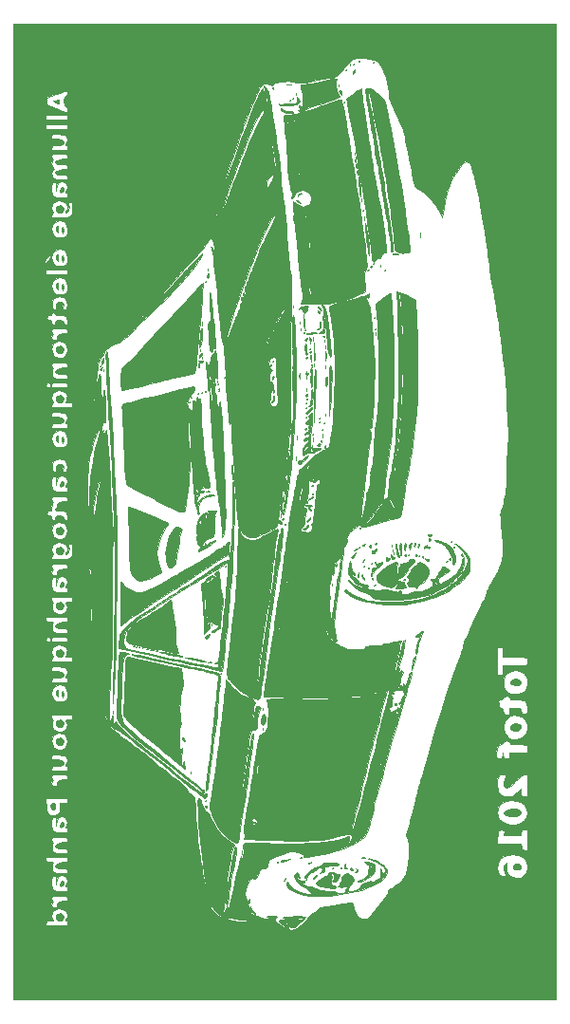
<source format=gbr>
G04 #@! TF.FileFunction,Legend,Bot*
%FSLAX46Y46*%
G04 Gerber Fmt 4.6, Leading zero omitted, Abs format (unit mm)*
G04 Created by KiCad (PCBNEW 4.0.4+e1-6308~48~ubuntu16.04.1-stable) date Fri Nov 18 09:56:43 2016*
%MOMM*%
%LPD*%
G01*
G04 APERTURE LIST*
%ADD10C,0.100000*%
%ADD11C,0.010000*%
G04 APERTURE END LIST*
D10*
D11*
G36*
X110358767Y-114905367D02*
X110358767Y-27868034D01*
X92695794Y-27868034D01*
X92695794Y-30915889D01*
X93038751Y-30928367D01*
X93217381Y-30937272D01*
X93725877Y-30976563D01*
X94088704Y-31034270D01*
X94294288Y-31108521D01*
X94512334Y-31325955D01*
X94735433Y-31671893D01*
X94948691Y-32106682D01*
X95137209Y-32590672D01*
X95286091Y-33084211D01*
X95380440Y-33547648D01*
X95405360Y-33941332D01*
X95396685Y-34042811D01*
X95415465Y-34436161D01*
X95559916Y-34917557D01*
X95824129Y-35468460D01*
X95885222Y-35575756D01*
X96075388Y-35935062D01*
X96295847Y-36404810D01*
X96523784Y-36934655D01*
X96689570Y-37350700D01*
X96775606Y-37631770D01*
X96845958Y-37955979D01*
X96857307Y-38028034D01*
X96898725Y-38274670D01*
X96966533Y-38630538D01*
X97049820Y-39039697D01*
X97104977Y-39298034D01*
X97205047Y-39770302D01*
X97318632Y-40326359D01*
X97428979Y-40883387D01*
X97490332Y-41203034D01*
X97570540Y-41609142D01*
X97646976Y-41962620D01*
X97710961Y-42225370D01*
X97753640Y-42358953D01*
X97868900Y-42476795D01*
X98079999Y-42616800D01*
X98202836Y-42681668D01*
X98533362Y-42896195D01*
X98901653Y-43223322D01*
X99271391Y-43623384D01*
X99606260Y-44056712D01*
X99869942Y-44483639D01*
X99892244Y-44526923D01*
X100176677Y-45091122D01*
X100323507Y-44247745D01*
X100446549Y-43570733D01*
X100560022Y-43028782D01*
X100675064Y-42588888D01*
X100802811Y-42218047D01*
X100954400Y-41883257D01*
X101140967Y-41551514D01*
X101336637Y-41245367D01*
X101567664Y-40906176D01*
X101782214Y-40607521D01*
X101953663Y-40385537D01*
X102043422Y-40286063D01*
X102280950Y-40165661D01*
X102514798Y-40198960D01*
X102698927Y-40377023D01*
X102720276Y-40417466D01*
X102807339Y-40651919D01*
X102915724Y-41025593D01*
X103039190Y-41510635D01*
X103171497Y-42079190D01*
X103306407Y-42703405D01*
X103437678Y-43355425D01*
X103559072Y-44007396D01*
X103664347Y-44631465D01*
X103664437Y-44632034D01*
X103812798Y-45570909D01*
X103937503Y-46364753D01*
X104041858Y-47035706D01*
X104129166Y-47605910D01*
X104202734Y-48097506D01*
X104265866Y-48532635D01*
X104321868Y-48933440D01*
X104374044Y-49322060D01*
X104425701Y-49720637D01*
X104435396Y-49796700D01*
X104513201Y-50373972D01*
X104604278Y-50995501D01*
X104698801Y-51597250D01*
X104786949Y-52115183D01*
X104812068Y-52252034D01*
X104893134Y-52690218D01*
X104966568Y-53099900D01*
X105024269Y-53435070D01*
X105058040Y-53649034D01*
X105089766Y-53865134D01*
X105141255Y-54202042D01*
X105205343Y-54613383D01*
X105273793Y-55046034D01*
X105405990Y-55922070D01*
X105522424Y-56800654D01*
X105625790Y-57709760D01*
X105718787Y-58677365D01*
X105804113Y-59731443D01*
X105884464Y-60899968D01*
X105959575Y-62158034D01*
X105989719Y-62686709D01*
X106018224Y-63172280D01*
X106043197Y-63583613D01*
X106062747Y-63889572D01*
X106074981Y-64059023D01*
X106075338Y-64063034D01*
X106108518Y-64612155D01*
X106098831Y-65036636D01*
X106046757Y-65317106D01*
X106044137Y-65324170D01*
X106019921Y-65468678D01*
X105997081Y-65755140D01*
X105976870Y-66156172D01*
X105960538Y-66644395D01*
X105949337Y-67192427D01*
X105946161Y-67467515D01*
X105932731Y-68300253D01*
X105908301Y-68966916D01*
X105872921Y-69466597D01*
X105826641Y-69798387D01*
X105815791Y-69845664D01*
X105750728Y-70138055D01*
X105709586Y-70391483D01*
X105702100Y-70491068D01*
X105668221Y-70680851D01*
X105581829Y-70946307D01*
X105518560Y-71100771D01*
X105440408Y-71286843D01*
X105392960Y-71448641D01*
X105373952Y-71627719D01*
X105381122Y-71865627D01*
X105412208Y-72203919D01*
X105443062Y-72487367D01*
X105533017Y-73389759D01*
X105585088Y-74143786D01*
X105599525Y-74766069D01*
X105576579Y-75273226D01*
X105516501Y-75681876D01*
X105492766Y-75782036D01*
X105351107Y-76221236D01*
X105152256Y-76700927D01*
X105109434Y-76787542D01*
X105109434Y-83494034D01*
X105363434Y-83494034D01*
X105513795Y-83503282D01*
X105588775Y-83560149D01*
X105614581Y-83708314D01*
X105617434Y-83917367D01*
X105617434Y-84340700D01*
X106661656Y-84340700D01*
X107066266Y-84345036D01*
X107407415Y-84356859D01*
X107650464Y-84374393D01*
X107760772Y-84395862D01*
X107762322Y-84397145D01*
X107801156Y-84513414D01*
X107818684Y-84718865D01*
X107818767Y-84734198D01*
X107792747Y-84940706D01*
X107690497Y-85041093D01*
X107612361Y-85066612D01*
X107442981Y-85085637D01*
X107150834Y-85095622D01*
X106782294Y-85095607D01*
X106726289Y-85094322D01*
X106726289Y-85526034D01*
X107137438Y-85579568D01*
X107444212Y-85751983D01*
X107670813Y-86060994D01*
X107767337Y-86288034D01*
X107790524Y-86505568D01*
X107758976Y-86799953D01*
X107685928Y-87092949D01*
X107598393Y-87286646D01*
X107420208Y-87467853D01*
X107258494Y-87561813D01*
X106950320Y-87627581D01*
X106588234Y-87633965D01*
X106257254Y-87583021D01*
X106125434Y-87534441D01*
X105948174Y-87383676D01*
X105948174Y-87812034D01*
X106137616Y-87836891D01*
X106206407Y-87930350D01*
X106210100Y-87981367D01*
X106225664Y-88069167D01*
X106296107Y-88120219D01*
X106457059Y-88144428D01*
X106744149Y-88151695D01*
X106823934Y-88151997D01*
X107138330Y-88160761D01*
X107389125Y-88182608D01*
X107525416Y-88212960D01*
X107529669Y-88215497D01*
X107709938Y-88436207D01*
X107794419Y-88775980D01*
X107797164Y-88997367D01*
X107775625Y-89232957D01*
X107721068Y-89348596D01*
X107597656Y-89393645D01*
X107501267Y-89404898D01*
X107312704Y-89408421D01*
X107238477Y-89339616D01*
X107226100Y-89179585D01*
X107218199Y-89039794D01*
X107167947Y-88961699D01*
X107035523Y-88923316D01*
X106781106Y-88902661D01*
X106717946Y-88899054D01*
X106599572Y-88892372D01*
X106599572Y-89508901D01*
X106964091Y-89534935D01*
X107294388Y-89676684D01*
X107597042Y-89952209D01*
X107766358Y-90310186D01*
X107792536Y-90717257D01*
X107701346Y-91061833D01*
X107473681Y-91402142D01*
X107137853Y-91622490D01*
X106719761Y-91706365D01*
X106689892Y-91706700D01*
X106412222Y-91682241D01*
X106197986Y-91584558D01*
X106011669Y-91428333D01*
X105913767Y-91300285D01*
X105913767Y-91791367D01*
X106113178Y-91843750D01*
X106185568Y-91960700D01*
X106222654Y-92042648D01*
X106304646Y-92093000D01*
X106466301Y-92119279D01*
X106742372Y-92129009D01*
X106967864Y-92130034D01*
X107306881Y-92136560D01*
X107579018Y-92153983D01*
X107741587Y-92179071D01*
X107766352Y-92190507D01*
X107800285Y-92308169D01*
X107804034Y-92517058D01*
X107801630Y-92550341D01*
X107776434Y-92849700D01*
X106210100Y-92898388D01*
X106210100Y-93149211D01*
X106193256Y-93317779D01*
X106108539Y-93386917D01*
X105913767Y-93400034D01*
X105713867Y-93385436D01*
X105628620Y-93309578D01*
X105603884Y-93124867D01*
X105590334Y-92849700D01*
X105556186Y-93124867D01*
X105542642Y-93182950D01*
X105542642Y-94839367D01*
X105758917Y-94852997D01*
X105851295Y-94916072D01*
X105833299Y-95061872D01*
X105729822Y-95299919D01*
X105642263Y-95534504D01*
X105649818Y-95716613D01*
X105685673Y-95810791D01*
X105803169Y-95978825D01*
X105957246Y-96023498D01*
X106161936Y-95939662D01*
X106431272Y-95722170D01*
X106718100Y-95432034D01*
X107020581Y-95123968D01*
X107245821Y-94935521D01*
X107416260Y-94849427D01*
X107488457Y-94839367D01*
X107675089Y-94860317D01*
X107765016Y-94898505D01*
X107787261Y-95002800D01*
X107800986Y-95238287D01*
X107804784Y-95566974D01*
X107800294Y-95851005D01*
X107776434Y-96744367D01*
X107501267Y-96770898D01*
X107327383Y-96778196D01*
X107248465Y-96725484D01*
X107227005Y-96568504D01*
X107226100Y-96446202D01*
X107226100Y-96094976D01*
X106833180Y-96440838D01*
X106593955Y-96637371D01*
X106403346Y-96741316D01*
X106335978Y-96754063D01*
X106335978Y-97135128D01*
X106780480Y-97154579D01*
X107185541Y-97283435D01*
X107231584Y-97307955D01*
X107542714Y-97563860D01*
X107734083Y-97891582D01*
X107797789Y-98252247D01*
X107725928Y-98606982D01*
X107550541Y-98876749D01*
X107465989Y-98939633D01*
X107465989Y-99750034D01*
X107661002Y-99769103D01*
X107765098Y-99809253D01*
X107787821Y-99914044D01*
X107801537Y-100148911D01*
X107804732Y-100474765D01*
X107800376Y-100719420D01*
X107776434Y-101570367D01*
X107522434Y-101570367D01*
X107344344Y-101548922D01*
X107266468Y-101449598D01*
X107241902Y-101295200D01*
X107215371Y-101020034D01*
X106464100Y-101020034D01*
X106464100Y-101952000D01*
X106974998Y-102003902D01*
X107358267Y-102161963D01*
X107620968Y-102429715D01*
X107693241Y-102566868D01*
X107803092Y-102940279D01*
X107776483Y-103290831D01*
X107703318Y-103503113D01*
X107486619Y-103820805D01*
X107163116Y-104012344D01*
X106802767Y-104068034D01*
X106406432Y-103997629D01*
X106110133Y-103800012D01*
X105930925Y-103495577D01*
X105885861Y-103104719D01*
X105898888Y-102987135D01*
X105948044Y-102671034D01*
X105782739Y-102870913D01*
X105648245Y-103082144D01*
X105634539Y-103285472D01*
X105737723Y-103547019D01*
X105742339Y-103555983D01*
X105818966Y-103727071D01*
X105805972Y-103809807D01*
X105735414Y-103848112D01*
X105482279Y-103873444D01*
X105281871Y-103752073D01*
X105151812Y-103502952D01*
X105109434Y-103174829D01*
X105172571Y-102705157D01*
X105361763Y-102348480D01*
X105676677Y-102105098D01*
X106116981Y-101975311D01*
X106464100Y-101952000D01*
X106464100Y-101020034D01*
X105109434Y-101020034D01*
X105110730Y-100490867D01*
X105124732Y-100123420D01*
X105174182Y-99897001D01*
X105273533Y-99784613D01*
X105437238Y-99759257D01*
X105499620Y-99764420D01*
X105673072Y-99807873D01*
X105725299Y-99918815D01*
X105720062Y-100025200D01*
X105695691Y-100258034D01*
X107226100Y-100258034D01*
X107226100Y-100004034D01*
X107247555Y-99823738D01*
X107345529Y-99757374D01*
X107465989Y-99750034D01*
X107465989Y-98939633D01*
X107216738Y-99125009D01*
X106807312Y-99268865D01*
X106364553Y-99309560D01*
X105930753Y-99248337D01*
X105548203Y-99086441D01*
X105259195Y-98825115D01*
X105247652Y-98809023D01*
X105147397Y-98554750D01*
X105113363Y-98224290D01*
X105145928Y-97895501D01*
X105242028Y-97651072D01*
X105519132Y-97391587D01*
X105899655Y-97216868D01*
X106335978Y-97135128D01*
X106335978Y-96754063D01*
X106191779Y-96781349D01*
X105994040Y-96786700D01*
X105714686Y-96774169D01*
X105535294Y-96718672D01*
X105387259Y-96593352D01*
X105328626Y-96526204D01*
X105200603Y-96344609D01*
X105134319Y-96148377D01*
X105111605Y-95872248D01*
X105110590Y-95743037D01*
X105118895Y-95340945D01*
X105150982Y-95078718D01*
X105220803Y-94927174D01*
X105342310Y-94857130D01*
X105529455Y-94839404D01*
X105542642Y-94839367D01*
X105542642Y-93182950D01*
X105511601Y-93316069D01*
X105408483Y-93390078D01*
X105273402Y-93400034D01*
X105131252Y-93391789D01*
X105057262Y-93339274D01*
X105029183Y-93200819D01*
X105024767Y-92934753D01*
X105024767Y-92934367D01*
X105068768Y-92561893D01*
X105191205Y-92290924D01*
X105377729Y-92146779D01*
X105480559Y-92130034D01*
X105594283Y-92059098D01*
X105641966Y-91960700D01*
X105748494Y-91822482D01*
X105913767Y-91791367D01*
X105913767Y-91300285D01*
X105760309Y-91099574D01*
X105650481Y-90748375D01*
X105664334Y-90399110D01*
X105784019Y-90076156D01*
X105991687Y-89803886D01*
X106269488Y-89606677D01*
X106599572Y-89508901D01*
X106599572Y-88892372D01*
X106209792Y-88870367D01*
X106209946Y-89193231D01*
X106200707Y-89402289D01*
X106144453Y-89487756D01*
X105998792Y-89495312D01*
X105934934Y-89489565D01*
X105744811Y-89449937D01*
X105655020Y-89343422D01*
X105617434Y-89166700D01*
X105561844Y-88956459D01*
X105458749Y-88875421D01*
X105405767Y-88870367D01*
X105294225Y-88839327D01*
X105235726Y-88717935D01*
X105210399Y-88510534D01*
X105202873Y-88284620D01*
X105239530Y-88180411D01*
X105343627Y-88151578D01*
X105391024Y-88150700D01*
X105580514Y-88088542D01*
X105641966Y-87981367D01*
X105733118Y-87851882D01*
X105938317Y-87812075D01*
X105948174Y-87812034D01*
X105948174Y-87383676D01*
X105876593Y-87322794D01*
X105708740Y-87003857D01*
X105645034Y-86629492D01*
X105653640Y-86477893D01*
X105766463Y-86047326D01*
X105983730Y-85749106D01*
X106312044Y-85577372D01*
X106726289Y-85526034D01*
X106726289Y-85094322D01*
X106511600Y-85089392D01*
X105617243Y-85060367D01*
X105617338Y-85504867D01*
X105612541Y-85763358D01*
X105581766Y-85895172D01*
X105500650Y-85942957D01*
X105363434Y-85949367D01*
X105109434Y-85949367D01*
X105109434Y-83494034D01*
X105109434Y-76787542D01*
X104923821Y-77162977D01*
X104693409Y-77549260D01*
X104580656Y-77702505D01*
X104428524Y-77944038D01*
X104296878Y-78243356D01*
X104269620Y-78327581D01*
X104176881Y-78588651D01*
X104032444Y-78931388D01*
X103864976Y-79288410D01*
X103837340Y-79343581D01*
X103467348Y-80094021D01*
X103077392Y-80918686D01*
X102706911Y-81733226D01*
X102512572Y-82176895D01*
X102364391Y-82521021D01*
X102228266Y-82836727D01*
X102128382Y-83067934D01*
X102110925Y-83108229D01*
X102029698Y-83344943D01*
X101994065Y-83543110D01*
X101962163Y-83694579D01*
X101880045Y-83959439D01*
X101761792Y-84294431D01*
X101677129Y-84516777D01*
X101281803Y-85567483D01*
X100861269Y-86762194D01*
X100422618Y-88078690D01*
X99972939Y-89494749D01*
X99519324Y-90988153D01*
X99068864Y-92536681D01*
X98720813Y-93781034D01*
X98583160Y-94276661D01*
X98451876Y-94739633D01*
X98337063Y-95135038D01*
X98248825Y-95427967D01*
X98206295Y-95559034D01*
X98092454Y-95924676D01*
X97958708Y-96424622D01*
X97813448Y-97026220D01*
X97705922Y-97506367D01*
X97638877Y-97786661D01*
X97537029Y-98178108D01*
X97414020Y-98629607D01*
X97283493Y-99090055D01*
X97278833Y-99106129D01*
X96962049Y-100197891D01*
X97111221Y-100690574D01*
X97196014Y-101122713D01*
X97227795Y-101644674D01*
X97210968Y-102212110D01*
X97149937Y-102780675D01*
X97049108Y-103306020D01*
X96912885Y-103743801D01*
X96782587Y-103999393D01*
X96574461Y-104243156D01*
X96277347Y-104514403D01*
X95947566Y-104767946D01*
X95641436Y-104958595D01*
X95515747Y-105015876D01*
X95342824Y-105121762D01*
X95325221Y-105227981D01*
X95302933Y-105378325D01*
X95171572Y-105634835D01*
X94940758Y-105982905D01*
X94620113Y-106407930D01*
X94253759Y-106854706D01*
X93927271Y-107231672D01*
X93678981Y-107490976D01*
X93483647Y-107649023D01*
X93316027Y-107722218D01*
X93150880Y-107726967D01*
X92977308Y-107684311D01*
X92769572Y-107593075D01*
X92618168Y-107447327D01*
X92474555Y-107197363D01*
X92448141Y-107142443D01*
X92331803Y-106860329D01*
X92256297Y-106607228D01*
X92240100Y-106491273D01*
X92211198Y-106300192D01*
X92103764Y-106225369D01*
X91886705Y-106251073D01*
X91807654Y-106272519D01*
X91614442Y-106314795D01*
X91296035Y-106369881D01*
X90895424Y-106430870D01*
X90455596Y-106490855D01*
X90422052Y-106495143D01*
X89323670Y-106634854D01*
X88789931Y-107054303D01*
X88522064Y-107278205D01*
X88299769Y-107488326D01*
X88164602Y-107644880D01*
X88152646Y-107664458D01*
X88015719Y-107842429D01*
X87791084Y-108061791D01*
X87518876Y-108291057D01*
X87239229Y-108498743D01*
X86992275Y-108653362D01*
X86818149Y-108723428D01*
X86801205Y-108724700D01*
X86613572Y-108681185D01*
X86335847Y-108567866D01*
X86017675Y-108410582D01*
X85708701Y-108235174D01*
X85458569Y-108067481D01*
X85342040Y-107965212D01*
X85237866Y-107831043D01*
X85251268Y-107730973D01*
X85339767Y-107624034D01*
X85413208Y-107535361D01*
X85413533Y-107485611D01*
X85313397Y-107464757D01*
X85085456Y-107462770D01*
X84908389Y-107465846D01*
X84626310Y-107474874D01*
X84504108Y-107489431D01*
X84532358Y-107511610D01*
X84620100Y-107529893D01*
X84799943Y-107580519D01*
X84828666Y-107636890D01*
X84814641Y-107648247D01*
X84626691Y-107687908D01*
X84336798Y-107660373D01*
X83990955Y-107580520D01*
X83635154Y-107463228D01*
X83315386Y-107323375D01*
X83077644Y-107175841D01*
X82973212Y-107052534D01*
X82969121Y-106957039D01*
X83054003Y-106971046D01*
X83195190Y-107086253D01*
X83223100Y-107116034D01*
X83367130Y-107242600D01*
X83463730Y-107285367D01*
X83468237Y-107233189D01*
X83373741Y-107102696D01*
X83323607Y-107047901D01*
X83172675Y-106851413D01*
X83092767Y-106672019D01*
X83089416Y-106645734D01*
X83067778Y-106557107D01*
X83039851Y-106587394D01*
X82964344Y-106658395D01*
X82884414Y-106600792D01*
X82842557Y-106448686D01*
X82842100Y-106428707D01*
X82875503Y-106314815D01*
X82926767Y-106311700D01*
X82983385Y-106277882D01*
X83002214Y-106107711D01*
X83001612Y-106083864D01*
X82986002Y-105938014D01*
X82959769Y-105930823D01*
X82953071Y-105951867D01*
X82883293Y-106083130D01*
X82794986Y-106075532D01*
X82705385Y-105955724D01*
X82641044Y-105776339D01*
X82641044Y-106257618D01*
X82655703Y-106370074D01*
X82656261Y-106396367D01*
X82647110Y-106540963D01*
X82620605Y-106553693D01*
X82617231Y-106546145D01*
X82600482Y-106378066D01*
X82614094Y-106292145D01*
X82641044Y-106257618D01*
X82641044Y-105776339D01*
X82631726Y-105750359D01*
X82591244Y-105486089D01*
X82588100Y-105387489D01*
X82628140Y-105042609D01*
X82734382Y-104698249D01*
X82886011Y-104394615D01*
X83062211Y-104171916D01*
X83242166Y-104070359D01*
X83271199Y-104068034D01*
X83405468Y-104112958D01*
X83434767Y-104172354D01*
X83475488Y-104172888D01*
X83579226Y-104057875D01*
X83653324Y-103955039D01*
X83775931Y-103738715D01*
X83831628Y-103566120D01*
X83828367Y-103520006D01*
X83849839Y-103387214D01*
X83960629Y-103250951D01*
X84101249Y-103168079D01*
X84189682Y-103174655D01*
X84330145Y-103186429D01*
X84480035Y-103112225D01*
X84569830Y-102996478D01*
X84568842Y-102932306D01*
X84579907Y-102795433D01*
X84615709Y-102758414D01*
X84674730Y-102663901D01*
X84665811Y-102634165D01*
X84689548Y-102524252D01*
X84868474Y-102383271D01*
X85192366Y-102216395D01*
X85651005Y-102028793D01*
X86234167Y-101825635D01*
X86317183Y-101798804D01*
X86620755Y-101706677D01*
X86829693Y-101667409D01*
X87009301Y-101678240D01*
X87224884Y-101736408D01*
X87290850Y-101757631D01*
X87553555Y-101841630D01*
X87759250Y-101904838D01*
X87825802Y-101923737D01*
X87897277Y-101973313D01*
X87836602Y-102079369D01*
X87782204Y-102177447D01*
X87873227Y-102205029D01*
X87900643Y-102205367D01*
X88151521Y-102184624D01*
X88526423Y-102127636D01*
X88985884Y-102042261D01*
X89490440Y-101936360D01*
X90000626Y-101817792D01*
X90476977Y-101694417D01*
X90504434Y-101686807D01*
X91395124Y-101402932D01*
X92145228Y-101087788D01*
X92748680Y-100745214D01*
X93199410Y-100379045D01*
X93491354Y-99993119D01*
X93593147Y-99733282D01*
X93657508Y-99486123D01*
X93751083Y-99136270D01*
X93857650Y-98744153D01*
X93902512Y-98580914D01*
X93992557Y-98221017D01*
X94054258Y-97907493D01*
X94079413Y-97685975D01*
X94075022Y-97621081D01*
X94083033Y-97469810D01*
X94141536Y-97205097D01*
X94239670Y-96871331D01*
X94306911Y-96673534D01*
X94428524Y-96309748D01*
X94575799Y-95833938D01*
X94733171Y-95298321D01*
X94885075Y-94755111D01*
X94941974Y-94543034D01*
X95181381Y-93652575D01*
X95443884Y-92702062D01*
X95718429Y-91729885D01*
X95993965Y-90774434D01*
X96259438Y-89874101D01*
X96503797Y-89067275D01*
X96684821Y-88489367D01*
X96793399Y-88135609D01*
X96925388Y-87684468D01*
X97061579Y-87202444D01*
X97149545Y-86880700D01*
X97256177Y-86485413D01*
X97349952Y-86140554D01*
X97420358Y-85884599D01*
X97455855Y-85759400D01*
X97457080Y-85653543D01*
X97372033Y-85661065D01*
X97277847Y-85773057D01*
X97203182Y-85998026D01*
X97187680Y-86083002D01*
X97139859Y-86295376D01*
X97082821Y-86405990D01*
X97057586Y-86409772D01*
X97016890Y-86429324D01*
X97030509Y-86486739D01*
X97023708Y-86625499D01*
X96987206Y-86665466D01*
X96910341Y-86788609D01*
X96896767Y-86880700D01*
X96850521Y-87044902D01*
X96799752Y-87099998D01*
X96739219Y-87095365D01*
X96755401Y-86950256D01*
X96757730Y-86940851D01*
X96770701Y-86761106D01*
X96728714Y-86669825D01*
X96679293Y-86682744D01*
X96691842Y-86740739D01*
X96685922Y-86878840D01*
X96578298Y-86934984D01*
X96428611Y-86878617D01*
X96426347Y-86876756D01*
X96349393Y-86756991D01*
X96394714Y-86661867D01*
X96459919Y-86487209D01*
X96457023Y-86397934D01*
X96472363Y-86224709D01*
X96549220Y-85993602D01*
X96569249Y-85949855D01*
X96664275Y-85704171D01*
X96650297Y-85569821D01*
X96524474Y-85526219D01*
X96510770Y-85526034D01*
X96414002Y-85599789D01*
X96388767Y-85737700D01*
X96365964Y-85896903D01*
X96322243Y-85949367D01*
X96266155Y-85881660D01*
X96256892Y-85731212D01*
X96291180Y-85577036D01*
X96340524Y-85508392D01*
X96382268Y-85417298D01*
X96339746Y-85358480D01*
X96305530Y-85238957D01*
X96343110Y-85004910D01*
X96420226Y-84741121D01*
X96515241Y-84464578D01*
X96596595Y-84258568D01*
X96644039Y-84171367D01*
X96678966Y-84068838D01*
X96707483Y-83856044D01*
X96716619Y-83721369D01*
X96745763Y-83426284D01*
X96796319Y-83167012D01*
X96818655Y-83095794D01*
X96863190Y-82910443D01*
X96837203Y-82817015D01*
X96752465Y-82848853D01*
X96737064Y-82864678D01*
X96693901Y-82971603D01*
X96623607Y-83212803D01*
X96534504Y-83556971D01*
X96434914Y-83972803D01*
X96389702Y-84171367D01*
X96283978Y-84627345D01*
X96181040Y-85043382D01*
X96090578Y-85382197D01*
X96027552Y-85589204D01*
X96027552Y-86584367D01*
X96200336Y-86795610D01*
X96290630Y-86942847D01*
X96326641Y-87069864D01*
X96305337Y-87131640D01*
X96223687Y-87083154D01*
X96220734Y-87080007D01*
X96220734Y-87244038D01*
X96456431Y-87249559D01*
X96655329Y-87298385D01*
X96706267Y-87327992D01*
X96804428Y-87498322D01*
X96759616Y-87730678D01*
X96637265Y-87926798D01*
X96532491Y-88101048D01*
X96511750Y-88227412D01*
X96515262Y-88234549D01*
X96496541Y-88307711D01*
X96436097Y-88320034D01*
X96322030Y-88388489D01*
X96304100Y-88457400D01*
X96322682Y-88547629D01*
X96406849Y-88510221D01*
X96446952Y-88478567D01*
X96548612Y-88408048D01*
X96550660Y-88463857D01*
X96531619Y-88517458D01*
X96481268Y-88714607D01*
X96473434Y-88798330D01*
X96424818Y-88883797D01*
X96293497Y-88867002D01*
X96170336Y-88850090D01*
X96163608Y-88890869D01*
X96136793Y-88982913D01*
X96116473Y-88997461D01*
X96116473Y-89166700D01*
X96242259Y-89204053D01*
X96243087Y-89339392D01*
X96202105Y-89466678D01*
X96184723Y-89487558D01*
X96129130Y-89409134D01*
X96058109Y-89314867D01*
X95992066Y-89202181D01*
X96060359Y-89168123D01*
X96116473Y-89166700D01*
X96116473Y-88997461D01*
X96026044Y-89062206D01*
X95923100Y-89103685D01*
X95923100Y-89336034D01*
X95965434Y-89378367D01*
X95923100Y-89420700D01*
X95880767Y-89378367D01*
X95923100Y-89336034D01*
X95923100Y-89103685D01*
X95846652Y-89134489D01*
X95761689Y-89159855D01*
X95761689Y-89251367D01*
X95753927Y-89317278D01*
X95696028Y-89463034D01*
X95669100Y-89507368D01*
X95669100Y-89759367D01*
X95711434Y-89801700D01*
X95669100Y-89844034D01*
X95626767Y-89801700D01*
X95669100Y-89759367D01*
X95669100Y-89507368D01*
X95601618Y-89618471D01*
X95526558Y-89674700D01*
X95514956Y-89615039D01*
X95587243Y-89470701D01*
X95592219Y-89463034D01*
X95699485Y-89313201D01*
X95761689Y-89251367D01*
X95761689Y-89159855D01*
X95661239Y-89189846D01*
X95522400Y-89215563D01*
X95482732Y-89198926D01*
X95488413Y-89192165D01*
X95492890Y-89089044D01*
X95454518Y-88991920D01*
X95423806Y-88858863D01*
X95530066Y-88789520D01*
X95646859Y-88691622D01*
X95648946Y-88539322D01*
X95658451Y-88304837D01*
X95711221Y-88151098D01*
X95767394Y-87970427D01*
X95719277Y-87870677D01*
X95631646Y-87730805D01*
X95690802Y-87651987D01*
X95764134Y-87642700D01*
X95854356Y-87624112D01*
X95817131Y-87539896D01*
X95785300Y-87499448D01*
X95731115Y-87411222D01*
X95766062Y-87414295D01*
X95874848Y-87403529D01*
X95908419Y-87354096D01*
X96015606Y-87279619D01*
X96220734Y-87244038D01*
X96220734Y-87080007D01*
X96219393Y-87078577D01*
X96146502Y-86948335D01*
X96090676Y-86796034D01*
X96027552Y-86584367D01*
X96027552Y-85589204D01*
X96022283Y-85606510D01*
X96004566Y-85653034D01*
X95926964Y-85802474D01*
X95892251Y-85798871D01*
X95899480Y-85652742D01*
X95947703Y-85374605D01*
X96035972Y-84974977D01*
X96083290Y-84779377D01*
X96178362Y-84378462D01*
X96262915Y-83993061D01*
X96324081Y-83683036D01*
X96341339Y-83578700D01*
X96385473Y-83303178D01*
X96428930Y-83073360D01*
X96440821Y-83021171D01*
X96484778Y-82844642D01*
X95907606Y-82995124D01*
X95580760Y-83072646D01*
X95413310Y-83104768D01*
X95413310Y-87234472D01*
X95441637Y-87280250D01*
X95440922Y-87393965D01*
X95408008Y-87594212D01*
X95339741Y-87899587D01*
X95232963Y-88328685D01*
X95084519Y-88900101D01*
X95063364Y-88980612D01*
X94924148Y-89514210D01*
X94788446Y-90041947D01*
X94695434Y-90409223D01*
X94695434Y-93823367D01*
X94777640Y-93887796D01*
X94780100Y-93908034D01*
X94715671Y-93990240D01*
X94695434Y-93992700D01*
X94613227Y-93928271D01*
X94610767Y-93908034D01*
X94675196Y-93825827D01*
X94695434Y-93823367D01*
X94695434Y-90409223D01*
X94666987Y-90521552D01*
X94570499Y-90910755D01*
X94521872Y-91114034D01*
X94451492Y-91406522D01*
X94343966Y-91839371D01*
X94205309Y-92389202D01*
X94041536Y-93032635D01*
X93858664Y-93746291D01*
X93662706Y-94506791D01*
X93459679Y-95290755D01*
X93255598Y-96074805D01*
X93056477Y-96835560D01*
X92868333Y-97549642D01*
X92790044Y-97845034D01*
X92643693Y-98373783D01*
X92500893Y-98849116D01*
X92369774Y-99247210D01*
X92258470Y-99544243D01*
X92175112Y-99716391D01*
X92139749Y-99750034D01*
X92093218Y-99684766D01*
X92104777Y-99601867D01*
X92138637Y-99475647D01*
X92205567Y-99213454D01*
X92298406Y-98843797D01*
X92409996Y-98395189D01*
X92533176Y-97896141D01*
X92535333Y-97887367D01*
X92683974Y-97285377D01*
X92845337Y-96636110D01*
X93004831Y-95997997D01*
X93147869Y-95429471D01*
X93222362Y-95135700D01*
X93359119Y-94591779D01*
X93506824Y-93992866D01*
X93647489Y-93412513D01*
X93760776Y-92934367D01*
X93880263Y-92443099D01*
X94015928Y-91919746D01*
X94148543Y-91437007D01*
X94231045Y-91156367D01*
X94353866Y-90745098D01*
X94474113Y-90324160D01*
X94570629Y-89968105D01*
X94591474Y-89886367D01*
X94789358Y-89100899D01*
X94953133Y-88469580D01*
X95085994Y-87981385D01*
X95191137Y-87625288D01*
X95271757Y-87390266D01*
X95331050Y-87265294D01*
X95359097Y-87238035D01*
X95413310Y-87234472D01*
X95413310Y-83104768D01*
X95288679Y-83128677D01*
X95102597Y-83150486D01*
X94945946Y-83173307D01*
X94945946Y-87364337D01*
X94988868Y-87377488D01*
X94884230Y-87421696D01*
X94666414Y-87483250D01*
X94456865Y-87532342D01*
X94106664Y-87601150D01*
X93751890Y-87660332D01*
X93594767Y-87681869D01*
X93376776Y-87705488D01*
X93313332Y-87701628D01*
X93391210Y-87665755D01*
X93467767Y-87638337D01*
X93656877Y-87584862D01*
X93923091Y-87525216D01*
X94225758Y-87466368D01*
X94524225Y-87415292D01*
X94777839Y-87378958D01*
X94945946Y-87364337D01*
X94945946Y-83173307D01*
X94918785Y-83177264D01*
X94831876Y-83224755D01*
X94731085Y-83262919D01*
X94511077Y-83293368D01*
X94255379Y-83308114D01*
X93818127Y-83331415D01*
X93502952Y-83373412D01*
X93325954Y-83430960D01*
X93298924Y-83494827D01*
X93265363Y-83571581D01*
X93213767Y-83598214D01*
X93213767Y-87736167D01*
X92958601Y-87850848D01*
X92705985Y-87931072D01*
X92400329Y-87985884D01*
X92329951Y-87992496D01*
X92083271Y-87990173D01*
X91941163Y-87947411D01*
X91925496Y-87926555D01*
X91980610Y-87863982D01*
X92179219Y-87829863D01*
X92266920Y-87826173D01*
X92578882Y-87811309D01*
X92876125Y-87784090D01*
X92926540Y-87777432D01*
X93213767Y-87736167D01*
X93213767Y-83598214D01*
X93151496Y-83630358D01*
X92960223Y-83660808D01*
X92665063Y-83672941D01*
X92321788Y-83668557D01*
X91986170Y-83649455D01*
X91713980Y-83617434D01*
X91569883Y-83579335D01*
X91408781Y-83505079D01*
X91171747Y-83403311D01*
X91097100Y-83372373D01*
X91012434Y-83329382D01*
X91012434Y-88002718D01*
X91186685Y-88009533D01*
X91231659Y-88028720D01*
X91203921Y-88039540D01*
X91000599Y-88055310D01*
X90865254Y-88041248D01*
X90818329Y-88018945D01*
X90920094Y-88004915D01*
X91012434Y-88002718D01*
X91012434Y-83329382D01*
X90857659Y-83250790D01*
X90606554Y-83087279D01*
X90379093Y-82910458D01*
X90210580Y-82748941D01*
X90136321Y-82631347D01*
X90143759Y-82599652D01*
X90235129Y-82612875D01*
X90381120Y-82726315D01*
X90414883Y-82761096D01*
X90600940Y-82936489D01*
X90704283Y-82967754D01*
X90728079Y-82852095D01*
X90675495Y-82586711D01*
X90663342Y-82541534D01*
X90572019Y-82016561D01*
X90544692Y-81349269D01*
X90581319Y-80554095D01*
X90671334Y-79722981D01*
X90742829Y-79196113D01*
X90823549Y-78614616D01*
X90909326Y-78007192D01*
X90995993Y-77402547D01*
X91079382Y-76829384D01*
X91155324Y-76316407D01*
X91219652Y-75892321D01*
X91268198Y-75585829D01*
X91291685Y-75450700D01*
X91322091Y-75185492D01*
X91333572Y-74855267D01*
X91330895Y-74707679D01*
X91388885Y-74222216D01*
X91583971Y-73723939D01*
X91892491Y-73253237D01*
X92290782Y-72850499D01*
X92513584Y-72688903D01*
X92741518Y-72549109D01*
X92862748Y-72498323D01*
X92910282Y-72529876D01*
X92917434Y-72607311D01*
X92944863Y-72708452D01*
X93042074Y-72749459D01*
X93231448Y-72728416D01*
X93535368Y-72643406D01*
X93886543Y-72524345D01*
X94724099Y-72258783D01*
X95575437Y-72042691D01*
X96138865Y-71932360D01*
X96235403Y-71915406D01*
X96314165Y-71888494D01*
X96380141Y-71833977D01*
X96438323Y-71734204D01*
X96493701Y-71571527D01*
X96551268Y-71328297D01*
X96616014Y-70986864D01*
X96692931Y-70529580D01*
X96787009Y-69938795D01*
X96891782Y-69270034D01*
X96985433Y-68680900D01*
X97084278Y-68074579D01*
X97180283Y-67499311D01*
X97265414Y-67003341D01*
X97321832Y-66687700D01*
X97421266Y-66099689D01*
X97526232Y-65396028D01*
X97629909Y-64629949D01*
X97725476Y-63854684D01*
X97806113Y-63123466D01*
X97864997Y-62489527D01*
X97873095Y-62385388D01*
X97902102Y-62017862D01*
X97930658Y-61690531D01*
X97953864Y-61458525D01*
X97959589Y-61411722D01*
X97968499Y-61264560D01*
X97976157Y-60980263D01*
X97982540Y-60582967D01*
X97987625Y-60096807D01*
X97991390Y-59545920D01*
X97993811Y-58954441D01*
X97994866Y-58346506D01*
X97994532Y-57746251D01*
X97992787Y-57177812D01*
X97989607Y-56665324D01*
X97984970Y-56232924D01*
X97978853Y-55904747D01*
X97971233Y-55704930D01*
X97965018Y-55654396D01*
X97951328Y-55555130D01*
X97934822Y-55314241D01*
X97916901Y-54959388D01*
X97898967Y-54518230D01*
X97882763Y-54030034D01*
X97836153Y-52463700D01*
X97218293Y-52145116D01*
X96893167Y-51987582D01*
X96627592Y-51874344D01*
X96627592Y-54570988D01*
X96662888Y-54671830D01*
X96692990Y-54903461D01*
X96713926Y-55227343D01*
X96720826Y-55475276D01*
X96719250Y-55826375D01*
X96705513Y-56098354D01*
X96693611Y-56179427D01*
X96693611Y-56480183D01*
X96706972Y-56597255D01*
X96707791Y-56654700D01*
X96698963Y-56808736D01*
X96685100Y-56820186D01*
X96685100Y-57162700D01*
X96727434Y-57205034D01*
X96685100Y-57247367D01*
X96663170Y-57225437D01*
X96663170Y-58009367D01*
X96682804Y-58089263D01*
X96694229Y-58310325D01*
X96697997Y-58644612D01*
X96694661Y-59064182D01*
X96684773Y-59541096D01*
X96668886Y-60047411D01*
X96647551Y-60555187D01*
X96621322Y-61036482D01*
X96596215Y-61396034D01*
X96576469Y-61678128D01*
X96563766Y-61919199D01*
X96562108Y-61972530D01*
X96531185Y-62103708D01*
X96501656Y-62112254D01*
X96501656Y-62355589D01*
X96551990Y-62367211D01*
X96558100Y-62412034D01*
X96527122Y-62481724D01*
X96501656Y-62468478D01*
X96491523Y-62367998D01*
X96501656Y-62355589D01*
X96501656Y-62112254D01*
X96478638Y-62118917D01*
X96473434Y-62107523D01*
X96473434Y-62750700D01*
X96532430Y-62822663D01*
X96549535Y-62998262D01*
X96524748Y-63217063D01*
X96473434Y-63385700D01*
X96429109Y-63449140D01*
X96404377Y-63370875D01*
X96401178Y-63298673D01*
X96401178Y-63682034D01*
X96444086Y-63757538D01*
X96446686Y-63955101D01*
X96437668Y-64041867D01*
X96409910Y-64277946D01*
X96371709Y-64628742D01*
X96328831Y-65040417D01*
X96299413Y-65333034D01*
X96249456Y-65778112D01*
X96189631Y-66221471D01*
X96128995Y-66599318D01*
X96095041Y-66772367D01*
X96029944Y-67041341D01*
X95990715Y-67148284D01*
X95978225Y-67098642D01*
X95993348Y-66897862D01*
X96036955Y-66551392D01*
X96047601Y-66476034D01*
X96087616Y-66183842D01*
X96123111Y-65890331D01*
X96157901Y-65557914D01*
X96195798Y-65149004D01*
X96240615Y-64626018D01*
X96264489Y-64338200D01*
X96299733Y-64029287D01*
X96344710Y-63798574D01*
X96390958Y-63686691D01*
X96401178Y-63682034D01*
X96401178Y-63298673D01*
X96394718Y-63152867D01*
X96407221Y-62918492D01*
X96445710Y-62773539D01*
X96473434Y-62750700D01*
X96473434Y-62107523D01*
X96427063Y-62005992D01*
X96431169Y-61903677D01*
X96443199Y-61772789D01*
X96458914Y-61499733D01*
X96477083Y-61111605D01*
X96496477Y-60635499D01*
X96515865Y-60098510D01*
X96523321Y-59873458D01*
X96545166Y-59304012D01*
X96570828Y-58812583D01*
X96598721Y-58420312D01*
X96627257Y-58148340D01*
X96654851Y-58017811D01*
X96663170Y-58009367D01*
X96663170Y-57225437D01*
X96642767Y-57205034D01*
X96685100Y-57162700D01*
X96685100Y-56820186D01*
X96676986Y-56826889D01*
X96669071Y-56802867D01*
X96655903Y-56588133D01*
X96669071Y-56506534D01*
X96693611Y-56480183D01*
X96693611Y-56179427D01*
X96682078Y-56257987D01*
X96660820Y-56284858D01*
X96628686Y-56186595D01*
X96599430Y-55957068D01*
X96576977Y-55634339D01*
X96567586Y-55380569D01*
X96564962Y-54978739D01*
X96579047Y-54705361D01*
X96608632Y-54576754D01*
X96627592Y-54570988D01*
X96627592Y-51874344D01*
X96593301Y-51859722D01*
X96374815Y-51785116D01*
X96346434Y-51778774D01*
X96340513Y-51777661D01*
X96340513Y-51934336D01*
X96359610Y-51940654D01*
X96428087Y-52092571D01*
X96483759Y-52377984D01*
X96521843Y-52761246D01*
X96537555Y-53206710D01*
X96537704Y-53268034D01*
X96536781Y-53903034D01*
X96425754Y-53268034D01*
X96368375Y-52890462D01*
X96329535Y-52535684D01*
X96310861Y-52236322D01*
X96313979Y-52024998D01*
X96340513Y-51934336D01*
X96340513Y-51777661D01*
X96092434Y-51731017D01*
X96153391Y-53198025D01*
X96190474Y-54196191D01*
X96220982Y-55234303D01*
X96244720Y-56287636D01*
X96261490Y-57331465D01*
X96271096Y-58341065D01*
X96273341Y-59291711D01*
X96268029Y-60158678D01*
X96254961Y-60917241D01*
X96233943Y-61542674D01*
X96221661Y-61777034D01*
X96161045Y-62761957D01*
X96107458Y-63593545D01*
X96059685Y-64287594D01*
X96016512Y-64859900D01*
X95976724Y-65326261D01*
X95954079Y-65552736D01*
X95954079Y-67358016D01*
X95995723Y-67467753D01*
X95977941Y-67648576D01*
X95915684Y-67819445D01*
X95856269Y-67888174D01*
X95803933Y-67879856D01*
X95824045Y-67795331D01*
X95873628Y-67579767D01*
X95880767Y-67480112D01*
X95910239Y-67364374D01*
X95954079Y-67358016D01*
X95954079Y-65552736D01*
X95939107Y-65702473D01*
X95902446Y-66004333D01*
X95889661Y-66095034D01*
X95830150Y-66503762D01*
X95763166Y-66968423D01*
X95712564Y-67322700D01*
X95657957Y-67659002D01*
X95598584Y-67949871D01*
X95594084Y-67966018D01*
X95594084Y-69550670D01*
X95615451Y-69597442D01*
X95620816Y-69714534D01*
X95598623Y-69883354D01*
X95542100Y-69947367D01*
X95491603Y-69922908D01*
X95491603Y-70302075D01*
X95586368Y-70389408D01*
X95730109Y-70604991D01*
X95794609Y-70716969D01*
X95924124Y-70970894D01*
X95959017Y-71103464D01*
X95924162Y-71132700D01*
X95852378Y-71065958D01*
X95737427Y-70901773D01*
X95611774Y-70694208D01*
X95507882Y-70497326D01*
X95458215Y-70365189D01*
X95457434Y-70355449D01*
X95491603Y-70302075D01*
X95491603Y-69922908D01*
X95471736Y-69913285D01*
X95488278Y-69788535D01*
X95542100Y-69651034D01*
X95594084Y-69550670D01*
X95594084Y-67966018D01*
X95546566Y-68136532D01*
X95542795Y-68145893D01*
X95503961Y-68308176D01*
X95463613Y-68593396D01*
X95427571Y-68955314D01*
X95409553Y-69204226D01*
X95383598Y-69573279D01*
X95356156Y-69877878D01*
X95331070Y-70079223D01*
X95317023Y-70137867D01*
X95209827Y-70191684D01*
X95120497Y-70201367D01*
X94976342Y-70278744D01*
X94908518Y-70448909D01*
X94807957Y-70700395D01*
X94613771Y-71029995D01*
X94355579Y-71399705D01*
X94063004Y-71771519D01*
X93765665Y-72107430D01*
X93493184Y-72369433D01*
X93307236Y-72503476D01*
X93275443Y-72496408D01*
X93348111Y-72392709D01*
X93502961Y-72221796D01*
X93721827Y-71970446D01*
X93980012Y-71638105D01*
X94228618Y-71288318D01*
X94275837Y-71217367D01*
X94470625Y-70923078D01*
X94635671Y-70678463D01*
X94745112Y-70521664D01*
X94768253Y-70491197D01*
X94840648Y-70375923D01*
X94898818Y-70205611D01*
X94949959Y-69947967D01*
X95001263Y-69570697D01*
X95030851Y-69312367D01*
X95070385Y-68974766D01*
X95127625Y-68514090D01*
X95196856Y-67974967D01*
X95272361Y-67402027D01*
X95334482Y-66941700D01*
X95456521Y-66010341D01*
X95556986Y-65150168D01*
X95638335Y-64326085D01*
X95703023Y-63502997D01*
X95753509Y-62645809D01*
X95792250Y-61719425D01*
X95821701Y-60688751D01*
X95841297Y-59702700D01*
X95853535Y-58893791D01*
X95860366Y-58181511D01*
X95860912Y-57535237D01*
X95854294Y-56924346D01*
X95839634Y-56318217D01*
X95816052Y-55686224D01*
X95782670Y-54997747D01*
X95738609Y-54222162D01*
X95682990Y-53328845D01*
X95638912Y-52650584D01*
X95612610Y-52272911D01*
X95588293Y-52038114D01*
X95557597Y-51920054D01*
X95512160Y-51892592D01*
X95443619Y-51929586D01*
X95415100Y-51951029D01*
X95265237Y-52062762D01*
X95026110Y-52237987D01*
X94745963Y-52441379D01*
X94707904Y-52468871D01*
X94437760Y-52669470D01*
X94281463Y-52809804D01*
X94212872Y-52924882D01*
X94205846Y-53049710D01*
X94217140Y-53126093D01*
X94285046Y-53550922D01*
X94340958Y-53991390D01*
X94385869Y-54468122D01*
X94420770Y-55001746D01*
X94446656Y-55612889D01*
X94464516Y-56322176D01*
X94475346Y-57150236D01*
X94480135Y-58117695D01*
X94480584Y-58602034D01*
X94479787Y-59503972D01*
X94476876Y-60258390D01*
X94470909Y-60887098D01*
X94460947Y-61411904D01*
X94446046Y-61854617D01*
X94425266Y-62237048D01*
X94397665Y-62581004D01*
X94362302Y-62908296D01*
X94318235Y-63240732D01*
X94264949Y-63597367D01*
X94191384Y-64114934D01*
X94131658Y-64617669D01*
X94088730Y-65071771D01*
X94065560Y-65443437D01*
X94065106Y-65698865D01*
X94074471Y-65773052D01*
X94086188Y-65968696D01*
X94067202Y-66275394D01*
X94024812Y-66643580D01*
X93966320Y-67023684D01*
X93899026Y-67366138D01*
X93830229Y-67621374D01*
X93788164Y-67717027D01*
X93720532Y-67886463D01*
X93759500Y-67954857D01*
X93844487Y-68066201D01*
X93848767Y-68094694D01*
X93796608Y-68140612D01*
X93764152Y-68127065D01*
X93718588Y-68173297D01*
X93697985Y-68374876D01*
X93700652Y-68643958D01*
X93700291Y-68993398D01*
X93665942Y-69191049D01*
X93616079Y-69248597D01*
X93547702Y-69353771D01*
X93559427Y-69509874D01*
X93579120Y-69650122D01*
X93541311Y-69638813D01*
X93525567Y-69617648D01*
X93478010Y-69613781D01*
X93436270Y-69754906D01*
X93397957Y-70051108D01*
X93382558Y-70221232D01*
X93330078Y-70679397D01*
X93254188Y-71119943D01*
X93163261Y-71509882D01*
X93065674Y-71816228D01*
X92969802Y-72005993D01*
X92918355Y-72049615D01*
X92850035Y-72035839D01*
X92848777Y-71905798D01*
X92868828Y-71800206D01*
X92933583Y-71451315D01*
X93006791Y-70977602D01*
X93082675Y-70422980D01*
X93155459Y-69831362D01*
X93219366Y-69246661D01*
X93257265Y-68847463D01*
X93294237Y-68448949D01*
X93330052Y-68105592D01*
X93360354Y-67856744D01*
X93379111Y-67746796D01*
X93399859Y-67622632D01*
X93432149Y-67371446D01*
X93471495Y-67034789D01*
X93513409Y-66654213D01*
X93553405Y-66271269D01*
X93586997Y-65927507D01*
X93609697Y-65664480D01*
X93616889Y-65544700D01*
X93656727Y-65404798D01*
X93683427Y-65375367D01*
X93722034Y-65276425D01*
X93754482Y-65067642D01*
X93778129Y-64798882D01*
X93790337Y-64520009D01*
X93788465Y-64280886D01*
X93769872Y-64131377D01*
X93750669Y-64105367D01*
X93681424Y-64040554D01*
X93679434Y-64020700D01*
X93747025Y-63943437D01*
X93793567Y-63936034D01*
X93835571Y-63901069D01*
X93874122Y-63789261D01*
X93909950Y-63590238D01*
X93943786Y-63293631D01*
X93976362Y-62889069D01*
X94008407Y-62366181D01*
X94040654Y-61714596D01*
X94073832Y-60923944D01*
X94108674Y-59983854D01*
X94142662Y-58983034D01*
X94146982Y-58078165D01*
X94106664Y-57037632D01*
X94023420Y-55888636D01*
X93898961Y-54658379D01*
X93838947Y-54157034D01*
X93793951Y-53789920D01*
X93755665Y-53465347D01*
X93730224Y-53235798D01*
X93725110Y-53183367D01*
X93675005Y-52978124D01*
X93571404Y-52714313D01*
X93524217Y-52616474D01*
X93423512Y-52377211D01*
X93409052Y-52231958D01*
X93426063Y-52209311D01*
X93504716Y-52224828D01*
X93515830Y-52268203D01*
X93548842Y-52288686D01*
X93613797Y-52187723D01*
X93660224Y-52020631D01*
X93638809Y-51933723D01*
X93556944Y-51937132D01*
X93533787Y-51976867D01*
X93427163Y-52074361D01*
X93378661Y-52082700D01*
X93245307Y-52107736D01*
X93000793Y-52173873D01*
X92694260Y-52267655D01*
X92644883Y-52283629D01*
X92282143Y-52392178D01*
X91923784Y-52483597D01*
X91647434Y-52538085D01*
X91495463Y-52554482D01*
X91458817Y-52540840D01*
X91549327Y-52489609D01*
X91778824Y-52393235D01*
X92028434Y-52294899D01*
X92393558Y-52150875D01*
X92728540Y-52015489D01*
X92981467Y-51909851D01*
X93056559Y-51876790D01*
X93322685Y-51755396D01*
X93285642Y-51093548D01*
X93263794Y-50756238D01*
X93239968Y-50470732D01*
X93218788Y-50291251D01*
X93215884Y-50275661D01*
X93233718Y-50100683D01*
X93320346Y-49876701D01*
X93337169Y-49845439D01*
X93393308Y-49737122D01*
X93429953Y-49627480D01*
X93447035Y-49487679D01*
X93444489Y-49288887D01*
X93422247Y-49002271D01*
X93380240Y-48598998D01*
X93333284Y-48181144D01*
X93273492Y-47668430D01*
X93212863Y-47172464D01*
X93156847Y-46736236D01*
X93110896Y-46402733D01*
X93092602Y-46283034D01*
X93045846Y-45966107D01*
X92991320Y-45551244D01*
X92938120Y-45108998D01*
X92917959Y-44928367D01*
X92869432Y-44517274D01*
X92816233Y-44123973D01*
X92766808Y-43808910D01*
X92746381Y-43700700D01*
X92704825Y-43482558D01*
X92643876Y-43137452D01*
X92570451Y-42705696D01*
X92491467Y-42227603D01*
X92455837Y-42007367D01*
X92367501Y-41457292D01*
X92262751Y-40804748D01*
X92151975Y-40114464D01*
X92045563Y-39451169D01*
X91993844Y-39128700D01*
X91842934Y-38193231D01*
X91713860Y-37406853D01*
X91603262Y-36751209D01*
X91507777Y-36207943D01*
X91454115Y-35920046D01*
X91454115Y-73596618D01*
X91436351Y-73681456D01*
X91430323Y-73697518D01*
X91363251Y-73801196D01*
X91325118Y-73801941D01*
X91334615Y-73712375D01*
X91382927Y-73650122D01*
X91454115Y-73596618D01*
X91454115Y-35920046D01*
X91424041Y-35758698D01*
X91348694Y-35385118D01*
X91278373Y-35068844D01*
X91209714Y-34791522D01*
X91177016Y-34669245D01*
X91162882Y-34635460D01*
X91129683Y-34617099D01*
X91058612Y-34619447D01*
X90930863Y-34647787D01*
X90727629Y-34707405D01*
X90430102Y-34803584D01*
X90019476Y-34941608D01*
X89476945Y-35126762D01*
X89149767Y-35238860D01*
X89036706Y-35276447D01*
X89036706Y-51786720D01*
X89080500Y-51791190D01*
X89107434Y-51828700D01*
X89182498Y-52007534D01*
X89168463Y-52136581D01*
X89107434Y-52167367D01*
X89046407Y-52094343D01*
X89024063Y-51934534D01*
X89036706Y-51786720D01*
X89036706Y-35276447D01*
X88294061Y-35523341D01*
X87585508Y-35739390D01*
X87414100Y-35784468D01*
X87414100Y-41076034D01*
X87489215Y-41144610D01*
X87498767Y-41203034D01*
X87453049Y-41315705D01*
X87414100Y-41330034D01*
X87338986Y-41261457D01*
X87329434Y-41203034D01*
X87375151Y-41090362D01*
X87414100Y-41076034D01*
X87414100Y-35784468D01*
X87103656Y-35866111D01*
X87103656Y-37294256D01*
X87153990Y-37305878D01*
X87160100Y-37350700D01*
X87129122Y-37420390D01*
X87103656Y-37407145D01*
X87093523Y-37306665D01*
X87103656Y-37294256D01*
X87103656Y-35866111D01*
X87017201Y-35888848D01*
X86947146Y-35902491D01*
X86947146Y-36369069D01*
X86990767Y-36377034D01*
X87072204Y-36485276D01*
X87075434Y-36509030D01*
X87033100Y-36559762D01*
X87033100Y-36758034D01*
X87075434Y-36800367D01*
X87033100Y-36842700D01*
X86990767Y-36800367D01*
X87033100Y-36758034D01*
X87033100Y-36559762D01*
X87010855Y-36586420D01*
X86990767Y-36588700D01*
X86948434Y-36549438D01*
X86948434Y-38959367D01*
X86990767Y-39001700D01*
X86948434Y-39044034D01*
X86906100Y-39001700D01*
X86948434Y-38959367D01*
X86948434Y-36549438D01*
X86916462Y-36519785D01*
X86906100Y-36456703D01*
X86947146Y-36369069D01*
X86947146Y-35902491D01*
X86849656Y-35921477D01*
X86849656Y-38648922D01*
X86899990Y-38660545D01*
X86906100Y-38705367D01*
X86875122Y-38775057D01*
X86849656Y-38761811D01*
X86839523Y-38661332D01*
X86849656Y-38648922D01*
X86849656Y-35921477D01*
X86582230Y-35973559D01*
X86398100Y-35988845D01*
X86398100Y-36504034D01*
X86452221Y-36578804D01*
X86480312Y-36764210D01*
X86481470Y-36821534D01*
X86470072Y-37014084D01*
X86433642Y-37053627D01*
X86398100Y-37012034D01*
X86332757Y-36841612D01*
X86318454Y-36657224D01*
X86355191Y-36527382D01*
X86398100Y-36504034D01*
X86398100Y-35988845D01*
X86311533Y-35996033D01*
X86107286Y-36006540D01*
X86028124Y-36062695D01*
X86030024Y-36201451D01*
X86034144Y-36228867D01*
X86056290Y-36424906D01*
X86081730Y-36729515D01*
X86105495Y-37082133D01*
X86108815Y-37139034D01*
X86140664Y-37534397D01*
X86187729Y-37930304D01*
X86240057Y-38243605D01*
X86242228Y-38253744D01*
X86290744Y-38598625D01*
X86301792Y-38954751D01*
X86293488Y-39077706D01*
X86278060Y-39298121D01*
X86288067Y-39421619D01*
X86302840Y-39432104D01*
X86329832Y-39493201D01*
X86352020Y-39684191D01*
X86365070Y-39965633D01*
X86365841Y-40005142D01*
X86390161Y-40823466D01*
X86433992Y-41484709D01*
X86498616Y-42000139D01*
X86585314Y-42381023D01*
X86657494Y-42568843D01*
X86775930Y-42887724D01*
X86785061Y-43157738D01*
X86775074Y-43211033D01*
X86743281Y-43388463D01*
X86768579Y-43429583D01*
X86852755Y-43371172D01*
X86966147Y-43229369D01*
X86990767Y-43146145D01*
X87064424Y-42993334D01*
X87248342Y-42841836D01*
X87486937Y-42727170D01*
X87712898Y-42684700D01*
X88007631Y-42755798D01*
X88262611Y-42940423D01*
X88434913Y-43123098D01*
X88500486Y-43281743D01*
X88489114Y-43492524D01*
X88486090Y-43511923D01*
X88372952Y-43822663D01*
X88290052Y-43926240D01*
X88290052Y-47267331D01*
X88328279Y-47288432D01*
X88369497Y-47395316D01*
X88380901Y-47604802D01*
X88359374Y-47852278D01*
X88356351Y-47870534D01*
X88303100Y-47914862D01*
X88303100Y-48611367D01*
X88345434Y-48653700D01*
X88326021Y-48673113D01*
X88326021Y-51273889D01*
X88382790Y-51363741D01*
X88433901Y-51562864D01*
X88452543Y-51701700D01*
X88477305Y-51931867D01*
X88497060Y-52084660D01*
X88500534Y-52103867D01*
X88453046Y-52166355D01*
X88439975Y-52167367D01*
X88357944Y-52089492D01*
X88295737Y-51882528D01*
X88263934Y-51586467D01*
X88261923Y-51494267D01*
X88280197Y-51311374D01*
X88326021Y-51273889D01*
X88326021Y-48673113D01*
X88303100Y-48696034D01*
X88260767Y-48653700D01*
X88303100Y-48611367D01*
X88303100Y-47914862D01*
X88280474Y-47933697D01*
X88272953Y-47934034D01*
X88230728Y-47859531D01*
X88216650Y-47674705D01*
X88218776Y-47616534D01*
X88234278Y-47383454D01*
X88253664Y-47280154D01*
X88290052Y-47267331D01*
X88290052Y-43926240D01*
X88216185Y-44018532D01*
X88155858Y-44055543D01*
X88155858Y-46446755D01*
X88169416Y-46529978D01*
X88153849Y-46639792D01*
X88124947Y-46641103D01*
X88104736Y-46527786D01*
X88118263Y-46478825D01*
X88155858Y-46446755D01*
X88155858Y-44055543D01*
X88017460Y-44140453D01*
X88006767Y-44141342D01*
X88006767Y-44886034D01*
X88060887Y-44960804D01*
X88088979Y-45146210D01*
X88090137Y-45203534D01*
X88078739Y-45396084D01*
X88049100Y-45428255D01*
X88049100Y-45648034D01*
X88091434Y-45690367D01*
X88049100Y-45732700D01*
X88006767Y-45690367D01*
X88049100Y-45648034D01*
X88049100Y-45428255D01*
X88042309Y-45435627D01*
X88006767Y-45394034D01*
X87941424Y-45223612D01*
X87927120Y-45039224D01*
X87963857Y-44909382D01*
X88006767Y-44886034D01*
X88006767Y-44141342D01*
X87794332Y-44159006D01*
X87511280Y-44070429D01*
X87202434Y-43911172D01*
X86863767Y-43718341D01*
X86885564Y-44238687D01*
X86902862Y-44531005D01*
X86925560Y-44759919D01*
X86944308Y-44859397D01*
X86930045Y-44969013D01*
X86903612Y-44986397D01*
X86879273Y-45076695D01*
X86901718Y-45284735D01*
X86943801Y-45478700D01*
X87008260Y-45794762D01*
X87069654Y-46199261D01*
X87115963Y-46611541D01*
X87120456Y-46664034D01*
X87151346Y-46998679D01*
X87182678Y-47266672D01*
X87209137Y-47424667D01*
X87216424Y-47446237D01*
X87233951Y-47551213D01*
X87253504Y-47789086D01*
X87272586Y-48123484D01*
X87287413Y-48480337D01*
X87309037Y-48906238D01*
X87341235Y-49303209D01*
X87379255Y-49620839D01*
X87410080Y-49781769D01*
X87458371Y-50027037D01*
X87504651Y-50373149D01*
X87540025Y-50751757D01*
X87544156Y-50811984D01*
X87575391Y-51158663D01*
X87617933Y-51454207D01*
X87663819Y-51646301D01*
X87675178Y-51672593D01*
X87732799Y-51878144D01*
X87746824Y-52151402D01*
X87722058Y-52431441D01*
X87663307Y-52657332D01*
X87589270Y-52761831D01*
X87530735Y-52817651D01*
X87617721Y-52845849D01*
X87710434Y-52852852D01*
X88468817Y-52863015D01*
X89098571Y-52814794D01*
X89370686Y-52797100D01*
X89577956Y-52810903D01*
X89648905Y-52835858D01*
X89782258Y-52855943D01*
X90045315Y-52823332D01*
X90377434Y-52749501D01*
X90761378Y-52659144D01*
X91009680Y-52616740D01*
X91116085Y-52620080D01*
X91082989Y-52657246D01*
X91082989Y-75309589D01*
X91133323Y-75321211D01*
X91139434Y-75366034D01*
X91108455Y-75435724D01*
X91098640Y-75430619D01*
X91098640Y-75533067D01*
X91119106Y-75540812D01*
X91127690Y-75580567D01*
X91121922Y-75674298D01*
X91099333Y-75843972D01*
X91057453Y-76111554D01*
X90993810Y-76499010D01*
X90905937Y-77028307D01*
X90890258Y-77122829D01*
X90794659Y-77715761D01*
X90696431Y-78353227D01*
X90604584Y-78974906D01*
X90528127Y-79520473D01*
X90498272Y-79747534D01*
X90441281Y-80159935D01*
X90385160Y-80504116D01*
X90335589Y-80749238D01*
X90298246Y-80864466D01*
X90291655Y-80869367D01*
X90207707Y-80785856D01*
X90143550Y-80537796D01*
X90099912Y-80128894D01*
X90083991Y-79811034D01*
X90082811Y-79479153D01*
X90101017Y-79207528D01*
X90134845Y-79044864D01*
X90144533Y-79027867D01*
X90179708Y-78936881D01*
X90129520Y-78922034D01*
X90075744Y-78862912D01*
X90061898Y-78673108D01*
X90080441Y-78392867D01*
X90126809Y-77973937D01*
X90180930Y-77592359D01*
X90237762Y-77271314D01*
X90292262Y-77033978D01*
X90339387Y-76903531D01*
X90374094Y-76903152D01*
X90387451Y-76981756D01*
X90407233Y-77015318D01*
X90441695Y-76924622D01*
X90481097Y-76752974D01*
X90515701Y-76543679D01*
X90535771Y-76340043D01*
X90536750Y-76317800D01*
X90589785Y-76110486D01*
X90711617Y-75877352D01*
X90865549Y-75672370D01*
X91014885Y-75549509D01*
X91068762Y-75535367D01*
X91098640Y-75533067D01*
X91098640Y-75430619D01*
X91082989Y-75422478D01*
X91072856Y-75321998D01*
X91082989Y-75309589D01*
X91082989Y-52657246D01*
X91074343Y-52666956D01*
X90878200Y-52755158D01*
X90640003Y-52842272D01*
X90294085Y-52976784D01*
X90110001Y-53085826D01*
X90077645Y-53162559D01*
X90121868Y-53338485D01*
X90183032Y-53680199D01*
X90261246Y-54188411D01*
X90356623Y-54863832D01*
X90438005Y-55469367D01*
X90503741Y-56116225D01*
X90550871Y-56898810D01*
X90579588Y-57784559D01*
X90590085Y-58740914D01*
X90582557Y-59735313D01*
X90557196Y-60735196D01*
X90514196Y-61708001D01*
X90453751Y-62621170D01*
X90391472Y-63301034D01*
X90320614Y-63962677D01*
X90262771Y-64476983D01*
X90214490Y-64865141D01*
X90172316Y-65148346D01*
X90132798Y-65347788D01*
X90092481Y-65484660D01*
X90047912Y-65580153D01*
X90011058Y-65635443D01*
X89891084Y-65732822D01*
X89660599Y-65873302D01*
X89611646Y-65899238D01*
X89611646Y-81758367D01*
X89881192Y-82050149D01*
X90039471Y-82249383D01*
X90067393Y-82360555D01*
X90045011Y-82377174D01*
X89907060Y-82363191D01*
X89878106Y-82339392D01*
X89805282Y-82214270D01*
X89715305Y-82014880D01*
X89714287Y-82012367D01*
X89611646Y-81758367D01*
X89611646Y-65899238D01*
X89363585Y-66030670D01*
X89276767Y-66073097D01*
X89110052Y-66162117D01*
X89110052Y-68473375D01*
X89223714Y-68503036D01*
X89259770Y-68679168D01*
X89257510Y-68717792D01*
X89223840Y-68856858D01*
X89179989Y-68881549D01*
X89094008Y-68893929D01*
X89022145Y-69052550D01*
X88961913Y-69365589D01*
X88920151Y-69735700D01*
X88885495Y-70101878D01*
X88851974Y-70441516D01*
X88826197Y-70687860D01*
X88823780Y-70709367D01*
X88799607Y-70943936D01*
X88768452Y-71276096D01*
X88736987Y-71634654D01*
X88736477Y-71640700D01*
X88686762Y-72030701D01*
X88616964Y-72283200D01*
X88559459Y-72367546D01*
X88488126Y-72478984D01*
X88506646Y-72536880D01*
X88544167Y-72666504D01*
X88542510Y-72881041D01*
X88539078Y-72910700D01*
X88504086Y-73097685D01*
X88428628Y-73181018D01*
X88259550Y-73199699D01*
X88147978Y-73197651D01*
X88127269Y-73196895D01*
X88127269Y-87950789D01*
X88546649Y-87952526D01*
X88998681Y-87959865D01*
X89449248Y-87972103D01*
X89864233Y-87988537D01*
X90209516Y-88008462D01*
X90450981Y-88031176D01*
X90546767Y-88051010D01*
X90521095Y-88074243D01*
X90356496Y-88094840D01*
X90083363Y-88112209D01*
X89732089Y-88125757D01*
X89333069Y-88134891D01*
X88916696Y-88139019D01*
X88513364Y-88137547D01*
X88153465Y-88129885D01*
X87867394Y-88115437D01*
X87760370Y-88105344D01*
X87522075Y-88064720D01*
X87402020Y-88018335D01*
X87406226Y-87986233D01*
X87522940Y-87966939D01*
X87774661Y-87955359D01*
X88127269Y-87950789D01*
X88127269Y-73196895D01*
X87854279Y-73186925D01*
X87686383Y-73165792D01*
X87600782Y-73121219D01*
X87553965Y-73040175D01*
X87544876Y-73017009D01*
X87559698Y-72854712D01*
X87710442Y-72692109D01*
X87831361Y-72578074D01*
X87898388Y-72445594D01*
X87926995Y-72243057D01*
X87932684Y-71950800D01*
X87943562Y-71666646D01*
X87972081Y-71463985D01*
X88012059Y-71386700D01*
X88089253Y-71332459D01*
X88069483Y-71206374D01*
X87968011Y-71063403D01*
X87908619Y-71014254D01*
X87786836Y-70902214D01*
X87801308Y-70799427D01*
X87834319Y-70755453D01*
X87978639Y-70645792D01*
X88059467Y-70624700D01*
X88166856Y-70576044D01*
X88138299Y-70455370D01*
X88100279Y-70408800D01*
X88071842Y-70270550D01*
X88113153Y-70116700D01*
X88161935Y-69924602D01*
X88202890Y-69628995D01*
X88226123Y-69312367D01*
X88238928Y-69006990D01*
X88249455Y-68769029D01*
X88255485Y-68648545D01*
X88255583Y-68647142D01*
X88320781Y-68606357D01*
X88366600Y-68617853D01*
X88537804Y-68687359D01*
X88614054Y-68718124D01*
X88789598Y-68702675D01*
X88934642Y-68596158D01*
X89110052Y-68473375D01*
X89110052Y-66162117D01*
X88883324Y-66283182D01*
X88689097Y-66425756D01*
X88689097Y-68423367D01*
X88858354Y-68446297D01*
X88897437Y-68505129D01*
X88895767Y-68508034D01*
X88779060Y-68573572D01*
X88636770Y-68592700D01*
X88480062Y-68563081D01*
X88430100Y-68508034D01*
X88503785Y-68449031D01*
X88681804Y-68423400D01*
X88689097Y-68423367D01*
X88689097Y-66425756D01*
X88574770Y-66509680D01*
X88301143Y-66786002D01*
X88301143Y-67096114D01*
X88337301Y-67121781D01*
X88276246Y-67285081D01*
X88201526Y-67432738D01*
X88104053Y-67596308D01*
X88050402Y-67618510D01*
X88023949Y-67544963D01*
X88055258Y-67373987D01*
X88167856Y-67208648D01*
X88301143Y-67096114D01*
X88301143Y-66786002D01*
X88278251Y-66809120D01*
X88176100Y-66927108D01*
X87938440Y-67187259D01*
X87716602Y-67395127D01*
X87605401Y-67475108D01*
X87605401Y-69121866D01*
X87668370Y-69182463D01*
X87671765Y-69187740D01*
X87725151Y-69339715D01*
X87720339Y-69397034D01*
X87686305Y-69520826D01*
X87630058Y-69753206D01*
X87580755Y-69968534D01*
X87510069Y-70228212D01*
X87437922Y-70404829D01*
X87390752Y-70455367D01*
X87349314Y-70387940D01*
X87367292Y-70264867D01*
X87412978Y-70061405D01*
X87457169Y-69784358D01*
X87468511Y-69693367D01*
X87512975Y-69358652D01*
X87556105Y-69174374D01*
X87605401Y-69121866D01*
X87605401Y-67475108D01*
X87549151Y-67515567D01*
X87515123Y-67529441D01*
X87374122Y-67605756D01*
X87371975Y-67746561D01*
X87373952Y-67752917D01*
X87371958Y-67950156D01*
X87329434Y-68035934D01*
X87329434Y-70667034D01*
X87407452Y-70673746D01*
X87414100Y-70704370D01*
X87352640Y-70790588D01*
X87329434Y-70794034D01*
X87246968Y-70765147D01*
X87244767Y-70756697D01*
X87304096Y-70684411D01*
X87329434Y-70667034D01*
X87329434Y-68035934D01*
X87321514Y-68051910D01*
X87247701Y-68206943D01*
X87188322Y-68421560D01*
X87188322Y-71414922D01*
X87238657Y-71426545D01*
X87244767Y-71471367D01*
X87213789Y-71541057D01*
X87188322Y-71527811D01*
X87178189Y-71427332D01*
X87188322Y-71414922D01*
X87188322Y-68421560D01*
X87177742Y-68459801D01*
X87148058Y-68619347D01*
X87117915Y-68806704D01*
X87117915Y-73302674D01*
X87130682Y-73398831D01*
X87134729Y-73588034D01*
X87129478Y-73797058D01*
X87115812Y-73875398D01*
X87099457Y-73820867D01*
X87085284Y-73547385D01*
X87099457Y-73355200D01*
X87117915Y-73302674D01*
X87117915Y-68806704D01*
X87090505Y-68977075D01*
X87022761Y-69371080D01*
X86995094Y-69524034D01*
X86937279Y-69837270D01*
X86863397Y-70238212D01*
X86787977Y-70648018D01*
X86776696Y-70709367D01*
X86720081Y-71041714D01*
X86649086Y-71495317D01*
X86570706Y-72023454D01*
X86491937Y-72579402D01*
X86444843Y-72926021D01*
X86374007Y-73443811D01*
X86313434Y-73865684D01*
X86313434Y-77440367D01*
X86386688Y-77458611D01*
X86398100Y-77515040D01*
X86348422Y-77661323D01*
X86313434Y-77694367D01*
X86240179Y-77676122D01*
X86228767Y-77619694D01*
X86278445Y-77473411D01*
X86313434Y-77440367D01*
X86313434Y-73865684D01*
X86303714Y-73933382D01*
X86239555Y-74357517D01*
X86187119Y-74678999D01*
X86158708Y-74831021D01*
X86106823Y-75129572D01*
X86055731Y-75511713D01*
X86018420Y-75874034D01*
X85980149Y-76250539D01*
X85932163Y-76618882D01*
X85886573Y-76890034D01*
X85829898Y-77211896D01*
X85777702Y-77581401D01*
X85760846Y-77727807D01*
X85716826Y-78058416D01*
X85650212Y-78458631D01*
X85636100Y-78531481D01*
X85636100Y-81504367D01*
X85696063Y-81537451D01*
X85720726Y-81702176D01*
X85720767Y-81711037D01*
X85696679Y-81891527D01*
X85638484Y-81969931D01*
X85636100Y-81970034D01*
X85593767Y-81922359D01*
X85593767Y-82224034D01*
X85636100Y-82266367D01*
X85593767Y-82308700D01*
X85551434Y-82266367D01*
X85593767Y-82224034D01*
X85593767Y-81922359D01*
X85571901Y-81897733D01*
X85551434Y-81763364D01*
X85582651Y-81584091D01*
X85636100Y-81504367D01*
X85636100Y-78531481D01*
X85587202Y-78783909D01*
X85515490Y-79158640D01*
X85454552Y-79536412D01*
X85421427Y-79800282D01*
X85382541Y-80127410D01*
X85326070Y-80512229D01*
X85288698Y-80733847D01*
X85238835Y-81037820D01*
X85205282Y-81294342D01*
X85196195Y-81419700D01*
X85182714Y-81580947D01*
X85146519Y-81855569D01*
X85094794Y-82190267D01*
X85085767Y-82244362D01*
X85085767Y-85272034D01*
X85128100Y-85314367D01*
X85085767Y-85356700D01*
X85043434Y-85314367D01*
X85085767Y-85272034D01*
X85085767Y-82244362D01*
X85082095Y-82266367D01*
X85007616Y-82713409D01*
X84927428Y-83209238D01*
X84838340Y-83774463D01*
X84737165Y-84429694D01*
X84620712Y-85195540D01*
X84485793Y-86092613D01*
X84368068Y-86880700D01*
X84315464Y-87217027D01*
X84265494Y-87508535D01*
X84228281Y-87696437D01*
X84225918Y-87706200D01*
X84211368Y-87782991D01*
X84229824Y-87835917D01*
X84306909Y-87869632D01*
X84468245Y-87888789D01*
X84739453Y-87898042D01*
X85146156Y-87902043D01*
X85309422Y-87902976D01*
X85769021Y-87910503D01*
X86203012Y-87926493D01*
X86564802Y-87948664D01*
X86807802Y-87974732D01*
X86821434Y-87977045D01*
X86919910Y-88003472D01*
X86877763Y-88023951D01*
X86687701Y-88039087D01*
X86342434Y-88049481D01*
X85873930Y-88055436D01*
X85389738Y-88064369D01*
X84985227Y-88081770D01*
X84686421Y-88105876D01*
X84519345Y-88134921D01*
X84494182Y-88148950D01*
X84491996Y-88278333D01*
X84548256Y-88424117D01*
X84600820Y-88612871D01*
X84636982Y-88941454D01*
X84653888Y-89380902D01*
X84654773Y-89505367D01*
X84630399Y-90108553D01*
X84551680Y-90566495D01*
X84412973Y-90896127D01*
X84208633Y-91114382D01*
X84099645Y-91177701D01*
X84099645Y-92172367D01*
X84051757Y-92553367D01*
X84016846Y-92789226D01*
X83984202Y-92943118D01*
X83973318Y-92969645D01*
X83912953Y-92992774D01*
X83902588Y-92885402D01*
X83941739Y-92678657D01*
X83979873Y-92547311D01*
X84099645Y-92172367D01*
X84099645Y-91177701D01*
X84096922Y-91179283D01*
X83969653Y-91261186D01*
X83868270Y-91387722D01*
X83791836Y-91567524D01*
X83791836Y-93911387D01*
X83844665Y-93924925D01*
X83824642Y-94042435D01*
X83778726Y-94209190D01*
X83728474Y-94457260D01*
X83716286Y-94529268D01*
X83659505Y-94881700D01*
X83589618Y-94627700D01*
X83571939Y-94299555D01*
X83614521Y-94140867D01*
X83702346Y-93989352D01*
X83791836Y-93911387D01*
X83791836Y-91567524D01*
X83785157Y-91583236D01*
X83712700Y-91872070D01*
X83643284Y-92278569D01*
X83569296Y-92827074D01*
X83561183Y-92892034D01*
X83496941Y-93379590D01*
X83424386Y-93883541D01*
X83353269Y-94338339D01*
X83304595Y-94618713D01*
X83304595Y-98695825D01*
X83430593Y-98734956D01*
X83501004Y-98781454D01*
X83662684Y-98935871D01*
X83675890Y-99049628D01*
X83546004Y-99097988D01*
X83433731Y-99090608D01*
X83392434Y-99078510D01*
X83392434Y-99157367D01*
X83505105Y-99203084D01*
X83519434Y-99242034D01*
X83450857Y-99317148D01*
X83392434Y-99326700D01*
X83279762Y-99280983D01*
X83265434Y-99242034D01*
X83334010Y-99166919D01*
X83392434Y-99157367D01*
X83392434Y-99078510D01*
X83197207Y-99021317D01*
X83117167Y-98910127D01*
X83194652Y-98768529D01*
X83304595Y-98695825D01*
X83304595Y-94618713D01*
X83303035Y-94627700D01*
X83228275Y-95053310D01*
X83155049Y-95512558D01*
X83100336Y-95897700D01*
X83055874Y-96197095D01*
X82985718Y-96614336D01*
X82898326Y-97101414D01*
X82802154Y-97610320D01*
X82767354Y-97787902D01*
X82738521Y-97938118D01*
X82738521Y-99501358D01*
X82755850Y-99577617D01*
X82756137Y-99596870D01*
X82712994Y-99749957D01*
X82672767Y-99792367D01*
X82597975Y-99799199D01*
X82610405Y-99698241D01*
X82672767Y-99580700D01*
X82738521Y-99501358D01*
X82738521Y-97938118D01*
X82624712Y-98531052D01*
X82522371Y-99118706D01*
X82459290Y-99559575D01*
X82434428Y-99862373D01*
X82446745Y-100035812D01*
X82492497Y-100088700D01*
X82571799Y-100153408D01*
X82580064Y-100299925D01*
X82518346Y-100456835D01*
X82486500Y-100495100D01*
X82469568Y-100548546D01*
X82563762Y-100581544D01*
X82791065Y-100598583D01*
X83015667Y-100603178D01*
X83348626Y-100612104D01*
X83632142Y-100629507D01*
X83808447Y-100651753D01*
X83815767Y-100653523D01*
X83941245Y-100665116D01*
X84213258Y-100676456D01*
X84609009Y-100687056D01*
X85105698Y-100696427D01*
X85680529Y-100704084D01*
X86310703Y-100709538D01*
X86482767Y-100710545D01*
X87292973Y-100712680D01*
X87964899Y-100707744D01*
X88529549Y-100692787D01*
X89017927Y-100664858D01*
X89461034Y-100621005D01*
X89889876Y-100558279D01*
X90335456Y-100473727D01*
X90828777Y-100364399D01*
X91299299Y-100252095D01*
X91631301Y-100177222D01*
X91840535Y-100148938D01*
X91966435Y-100165213D01*
X92038868Y-100214039D01*
X92104052Y-100317343D01*
X92090106Y-100460188D01*
X92026032Y-100631721D01*
X91917203Y-100855707D01*
X91848443Y-100923462D01*
X91827808Y-100834643D01*
X91853514Y-100639034D01*
X91882374Y-100444710D01*
X91882196Y-100345855D01*
X91878304Y-100342700D01*
X91786415Y-100364193D01*
X91584860Y-100419198D01*
X91429967Y-100463327D01*
X90821389Y-100626526D01*
X90241623Y-100751924D01*
X89653623Y-100843870D01*
X89020345Y-100906713D01*
X88304743Y-100944802D01*
X87469772Y-100962485D01*
X87160100Y-100964591D01*
X86501776Y-100965461D01*
X85813148Y-100963294D01*
X85141386Y-100958453D01*
X84533659Y-100951299D01*
X84037136Y-100942197D01*
X83942767Y-100939843D01*
X83375511Y-100928731D01*
X82956691Y-100932320D01*
X82665774Y-100954181D01*
X82482228Y-100997886D01*
X82385521Y-101067005D01*
X82355122Y-101165110D01*
X82357169Y-101215635D01*
X82403575Y-101387789D01*
X82451252Y-101455359D01*
X82475226Y-101561836D01*
X82462849Y-101790546D01*
X82417945Y-102090359D01*
X82344035Y-102452680D01*
X82278831Y-102711203D01*
X82228207Y-102852630D01*
X82198036Y-102863664D01*
X82194194Y-102731005D01*
X82208196Y-102565200D01*
X82227678Y-102317601D01*
X82227451Y-102156232D01*
X82215791Y-102120700D01*
X82181123Y-102197148D01*
X82124187Y-102400124D01*
X82055759Y-102690080D01*
X82048881Y-102721873D01*
X82048881Y-103663606D01*
X82066945Y-103692499D01*
X82047750Y-103843247D01*
X81989943Y-104133076D01*
X81949094Y-104322034D01*
X81828530Y-104872367D01*
X81871703Y-104374344D01*
X81908396Y-104079754D01*
X81957880Y-103841011D01*
X81994914Y-103739344D01*
X82048881Y-103663606D01*
X82048881Y-102721873D01*
X82036984Y-102776867D01*
X81943940Y-103208238D01*
X81836708Y-103695436D01*
X81743613Y-104110367D01*
X81721191Y-104211833D01*
X81721191Y-105120755D01*
X81734749Y-105203978D01*
X81719183Y-105313792D01*
X81690281Y-105315103D01*
X81670069Y-105201786D01*
X81683597Y-105152825D01*
X81721191Y-105120755D01*
X81721191Y-104211833D01*
X81659661Y-104490274D01*
X81614434Y-104702094D01*
X81614434Y-105592034D01*
X81656767Y-105634367D01*
X81614434Y-105676700D01*
X81572100Y-105634367D01*
X81614434Y-105592034D01*
X81614434Y-104702094D01*
X81558527Y-104963935D01*
X81537542Y-105064804D01*
X81537542Y-105966650D01*
X81562525Y-106032342D01*
X81566951Y-106184700D01*
X81558858Y-106366153D01*
X81527235Y-106397647D01*
X81480652Y-106332867D01*
X81443188Y-106128181D01*
X81480652Y-106036534D01*
X81537542Y-105966650D01*
X81537542Y-105064804D01*
X81455549Y-105458922D01*
X81397665Y-105743948D01*
X81308884Y-106164781D01*
X81238058Y-106441421D01*
X81177048Y-106596984D01*
X81117713Y-106654588D01*
X81078198Y-106651247D01*
X80931711Y-106665417D01*
X80875424Y-106761383D01*
X80875424Y-107561445D01*
X80958267Y-107573578D01*
X81096362Y-107601041D01*
X81364653Y-107642592D01*
X81725139Y-107692708D01*
X82139824Y-107745864D01*
X82162239Y-107748617D01*
X82566468Y-107799019D01*
X82906611Y-107843040D01*
X83149090Y-107876219D01*
X83260325Y-107894094D01*
X83262905Y-107894857D01*
X83207637Y-107906460D01*
X83020706Y-107921979D01*
X82739646Y-107938434D01*
X82672767Y-107941702D01*
X81943480Y-107915882D01*
X81423934Y-107827566D01*
X81128786Y-107748613D01*
X80911286Y-107672063D01*
X80812231Y-107612665D01*
X80810100Y-107605682D01*
X80875424Y-107561445D01*
X80875424Y-106761383D01*
X80838616Y-106824139D01*
X80811397Y-107052534D01*
X80783880Y-107221533D01*
X80725434Y-107285367D01*
X80666181Y-107208408D01*
X80644416Y-106999676D01*
X80659527Y-106692391D01*
X80710904Y-106319773D01*
X80746600Y-106135321D01*
X80852434Y-105634367D01*
X80894767Y-106100034D01*
X80937100Y-106565700D01*
X81081644Y-105803700D01*
X81155390Y-105394418D01*
X81222911Y-104983986D01*
X81272263Y-104645959D01*
X81280996Y-104576034D01*
X81324988Y-104284603D01*
X81397000Y-103893373D01*
X81484758Y-103467012D01*
X81530057Y-103263700D01*
X81641275Y-102738422D01*
X81725619Y-102257773D01*
X81780358Y-101846475D01*
X81802763Y-101529252D01*
X81790103Y-101330826D01*
X81749786Y-101274034D01*
X81664883Y-101345766D01*
X81620619Y-101464534D01*
X81592579Y-101605063D01*
X81538061Y-101882384D01*
X81462822Y-102267052D01*
X81372622Y-102729621D01*
X81273220Y-103240649D01*
X81268741Y-103263700D01*
X81169879Y-103763950D01*
X81079474Y-104205193D01*
X81003163Y-104561208D01*
X80946580Y-104805773D01*
X80915361Y-104912665D01*
X80913926Y-104914700D01*
X80892978Y-104872251D01*
X80898262Y-104695607D01*
X80925682Y-104417172D01*
X80971143Y-104069346D01*
X81030549Y-103684530D01*
X81099803Y-103295126D01*
X81150306Y-103044831D01*
X81224533Y-102675153D01*
X81282062Y-102346158D01*
X81314443Y-102108198D01*
X81318572Y-102042006D01*
X81348417Y-101745464D01*
X81424315Y-101467419D01*
X81527693Y-101259371D01*
X81631662Y-101173947D01*
X81647373Y-101121033D01*
X81517475Y-101001863D01*
X81269436Y-100835685D01*
X80942165Y-100609243D01*
X80614110Y-100345288D01*
X80413919Y-100158352D01*
X80231780Y-99938987D01*
X80026266Y-99644313D01*
X79821659Y-99315674D01*
X79642238Y-98994412D01*
X79512283Y-98721870D01*
X79456072Y-98539392D01*
X79455434Y-98526254D01*
X79392985Y-98413802D01*
X79305356Y-98330579D01*
X79305356Y-105869960D01*
X79332727Y-105902249D01*
X79370767Y-106015367D01*
X79424251Y-106182307D01*
X79446994Y-106253197D01*
X79403849Y-106244518D01*
X79403849Y-106388555D01*
X79484579Y-106440945D01*
X79626216Y-106626747D01*
X79650006Y-106663534D01*
X79919211Y-107024931D01*
X80185599Y-107245226D01*
X80365600Y-107323391D01*
X80509780Y-107400730D01*
X80556528Y-107487937D01*
X80485492Y-107537947D01*
X80458987Y-107539367D01*
X80317450Y-107481112D01*
X80109246Y-107331713D01*
X79877175Y-107129220D01*
X79664034Y-106911684D01*
X79512624Y-106717154D01*
X79490210Y-106678087D01*
X79400301Y-106468097D01*
X79403849Y-106388555D01*
X79403849Y-106244518D01*
X79399962Y-106243736D01*
X79370767Y-106227034D01*
X79306160Y-106109555D01*
X79294540Y-105989203D01*
X79305356Y-105869960D01*
X79305356Y-98330579D01*
X79240031Y-98268537D01*
X79213898Y-98248636D01*
X79048917Y-98080053D01*
X78881287Y-97836940D01*
X78738481Y-97570584D01*
X78647976Y-97332269D01*
X78637246Y-97173280D01*
X78637470Y-97172689D01*
X78605770Y-97054464D01*
X78511147Y-96967593D01*
X78445605Y-96932944D01*
X78401094Y-96941166D01*
X78374615Y-97016144D01*
X78363168Y-97181761D01*
X78363752Y-97461901D01*
X78373368Y-97880446D01*
X78377441Y-98032003D01*
X78393982Y-98524064D01*
X78416019Y-99015526D01*
X78440752Y-99451340D01*
X78465385Y-99776457D01*
X78466908Y-99792367D01*
X78504201Y-100182286D01*
X78541683Y-100585968D01*
X78565462Y-100850700D01*
X78623482Y-101413949D01*
X78706991Y-102089935D01*
X78808633Y-102825280D01*
X78921049Y-103566605D01*
X79030494Y-104224206D01*
X79096698Y-104624392D01*
X79144996Y-104961112D01*
X79171150Y-105201117D01*
X79170925Y-105311158D01*
X79169326Y-105313696D01*
X79146312Y-105322881D01*
X79122318Y-105287499D01*
X79092439Y-105185621D01*
X79051773Y-104995318D01*
X78995416Y-104694661D01*
X78918465Y-104261719D01*
X78862409Y-103941034D01*
X78784644Y-103503003D01*
X78708252Y-103086791D01*
X78642627Y-102742794D01*
X78601267Y-102539951D01*
X78548762Y-102241134D01*
X78489034Y-101804655D01*
X78424997Y-101261880D01*
X78359570Y-100644176D01*
X78295668Y-99982910D01*
X78236208Y-99309449D01*
X78184106Y-98655159D01*
X78142279Y-98051408D01*
X78113644Y-97529562D01*
X78101749Y-97167700D01*
X78074227Y-96926855D01*
X77972924Y-96759174D01*
X77799325Y-96617367D01*
X77580696Y-96419734D01*
X77414287Y-96197831D01*
X77391093Y-96151700D01*
X77266850Y-95980939D01*
X77022084Y-95740199D01*
X76679169Y-95450348D01*
X76441370Y-95265879D01*
X76077910Y-94987872D01*
X75679026Y-94676031D01*
X75270420Y-94351202D01*
X74877793Y-94034233D01*
X74526846Y-93745972D01*
X74243281Y-93507266D01*
X74052800Y-93338961D01*
X73994434Y-93281070D01*
X73879465Y-93176849D01*
X73659520Y-92997594D01*
X73366625Y-92767783D01*
X73032807Y-92511899D01*
X72690092Y-92254422D01*
X72370510Y-92019833D01*
X72106085Y-91832614D01*
X72047100Y-91792557D01*
X71736412Y-91569049D01*
X71418223Y-91316818D01*
X71276259Y-91194078D01*
X71047229Y-91005534D01*
X70838883Y-90865282D01*
X70747092Y-90821612D01*
X70594428Y-90698276D01*
X70568250Y-90579161D01*
X70571067Y-90394367D01*
X70729988Y-90584867D01*
X70884934Y-90723605D01*
X71012792Y-90775367D01*
X71142614Y-90822149D01*
X71357556Y-90944038D01*
X71579838Y-91092867D01*
X71742145Y-91214624D01*
X72019648Y-91428976D01*
X72395487Y-91722520D01*
X72852805Y-92081852D01*
X73374743Y-92493571D01*
X73944442Y-92944272D01*
X74545044Y-93420552D01*
X75159692Y-93909008D01*
X75771525Y-94396238D01*
X76363686Y-94868838D01*
X76919317Y-95313406D01*
X77421558Y-95716537D01*
X77853552Y-96064829D01*
X78198440Y-96344878D01*
X78439363Y-96543283D01*
X78505211Y-96598801D01*
X78765936Y-96807009D01*
X78937828Y-96894819D01*
X79049660Y-96863662D01*
X79130207Y-96714972D01*
X79157596Y-96631267D01*
X79186570Y-96493536D01*
X79123654Y-96486950D01*
X79038182Y-96529445D01*
X78947008Y-96559682D01*
X78838522Y-96542727D01*
X78685679Y-96464047D01*
X78461432Y-96309106D01*
X78138737Y-96063370D01*
X78067047Y-96007545D01*
X77726943Y-95742339D01*
X77295551Y-95406189D01*
X76815255Y-95032105D01*
X76328434Y-94653099D01*
X76023811Y-94416034D01*
X75182924Y-93756275D01*
X74390289Y-93123624D01*
X73656751Y-92527315D01*
X72993154Y-91976582D01*
X72410342Y-91480660D01*
X71919161Y-91048782D01*
X71530453Y-90690184D01*
X71255064Y-90414100D01*
X71103837Y-90229764D01*
X71099579Y-90222872D01*
X71022943Y-90109041D01*
X70997873Y-90149013D01*
X70993746Y-90246200D01*
X70957901Y-90395005D01*
X70904100Y-90436700D01*
X70858328Y-90360026D01*
X70827584Y-90161711D01*
X70819433Y-89956922D01*
X70808643Y-89670708D01*
X70777816Y-89549122D01*
X70729266Y-89593496D01*
X70665306Y-89805159D01*
X70652385Y-89860904D01*
X70589633Y-90140367D01*
X70489142Y-89892226D01*
X70438195Y-89647811D01*
X70419257Y-89243368D01*
X70432186Y-88675769D01*
X70432686Y-88664560D01*
X70453485Y-88197023D01*
X70478423Y-87628942D01*
X70504505Y-87028957D01*
X70528733Y-86465708D01*
X70530897Y-86415034D01*
X70552771Y-85951554D01*
X70576371Y-85533935D01*
X70599370Y-85198274D01*
X70619441Y-84980667D01*
X70626398Y-84933367D01*
X70645592Y-84748222D01*
X70663265Y-84402817D01*
X70679293Y-83906220D01*
X70693548Y-83267500D01*
X70705906Y-82495725D01*
X70716240Y-81599961D01*
X70724426Y-80589279D01*
X70730337Y-79472744D01*
X70733848Y-78259426D01*
X70734852Y-77105934D01*
X70735613Y-76144467D01*
X70738148Y-75340647D01*
X70742769Y-74682791D01*
X70749789Y-74159219D01*
X70759520Y-73758251D01*
X70772275Y-73468204D01*
X70788366Y-73277397D01*
X70808105Y-73174151D01*
X70831806Y-73146783D01*
X70840600Y-73152463D01*
X70861956Y-73207886D01*
X70880129Y-73334608D01*
X70895259Y-73542595D01*
X70907486Y-73841813D01*
X70916951Y-74242228D01*
X70923792Y-74753804D01*
X70928150Y-75386509D01*
X70930166Y-76150306D01*
X70929978Y-77055162D01*
X70927727Y-78111042D01*
X70924362Y-79117230D01*
X70919395Y-80128650D01*
X70912346Y-81113405D01*
X70903474Y-82054680D01*
X70893035Y-82935662D01*
X70881290Y-83739535D01*
X70868495Y-84449485D01*
X70854910Y-85048699D01*
X70840793Y-85520360D01*
X70826402Y-85847655D01*
X70819402Y-85949367D01*
X70785473Y-86457880D01*
X70760386Y-87048954D01*
X70747245Y-87635912D01*
X70746646Y-87981367D01*
X70750614Y-88259688D01*
X70756895Y-88432118D01*
X70766489Y-88489989D01*
X70780397Y-88424632D01*
X70799617Y-88227377D01*
X70825151Y-87889556D01*
X70857997Y-87402499D01*
X70899155Y-86757539D01*
X70912644Y-86542034D01*
X70944192Y-86003216D01*
X70971753Y-85454472D01*
X70995635Y-84879971D01*
X71016147Y-84263886D01*
X71033598Y-83590388D01*
X71048295Y-82843649D01*
X71060547Y-82007840D01*
X71070663Y-81067133D01*
X71078950Y-80005699D01*
X71085718Y-78807710D01*
X71091274Y-77457338D01*
X71091629Y-77355700D01*
X71094552Y-76301113D01*
X71095947Y-75291869D01*
X71095882Y-74341320D01*
X71094422Y-73462816D01*
X71091632Y-72669706D01*
X71087580Y-71975341D01*
X71082330Y-71393071D01*
X71075948Y-70936246D01*
X71068501Y-70618216D01*
X71060055Y-70452331D01*
X71057453Y-70434690D01*
X71028626Y-70273015D01*
X71000682Y-70019652D01*
X70973049Y-69663718D01*
X70945153Y-69194327D01*
X70916424Y-68600592D01*
X70886289Y-67871630D01*
X70854175Y-66996554D01*
X70819511Y-65964479D01*
X70814775Y-65817838D01*
X70790988Y-65143244D01*
X70764534Y-64504706D01*
X70736740Y-63926968D01*
X70708932Y-63434773D01*
X70682437Y-63052865D01*
X70658581Y-62805988D01*
X70650405Y-62752306D01*
X70622392Y-62541232D01*
X70590019Y-62193674D01*
X70555724Y-61742345D01*
X70521946Y-61219958D01*
X70491124Y-60659225D01*
X70484880Y-60531834D01*
X70440860Y-59631753D01*
X70402272Y-58888776D01*
X70368177Y-58290793D01*
X70337636Y-57825694D01*
X70309710Y-57481370D01*
X70283461Y-57245711D01*
X70257950Y-57106607D01*
X70232237Y-57051949D01*
X70215369Y-57055565D01*
X70158257Y-57189849D01*
X70140972Y-57335773D01*
X70144086Y-57580853D01*
X70155939Y-57964700D01*
X70175201Y-58461450D01*
X70200539Y-59045237D01*
X70230623Y-59690196D01*
X70264120Y-60370462D01*
X70299700Y-61060169D01*
X70336030Y-61733452D01*
X70371780Y-62364447D01*
X70405618Y-62927287D01*
X70436212Y-63396107D01*
X70462231Y-63745043D01*
X70480740Y-63936034D01*
X70504192Y-64181220D01*
X70532193Y-64572510D01*
X70563500Y-65086774D01*
X70596871Y-65700882D01*
X70631060Y-66391705D01*
X70664827Y-67136110D01*
X70696927Y-67910970D01*
X70703699Y-68084700D01*
X70733566Y-68859904D01*
X70762366Y-69607042D01*
X70789225Y-70303488D01*
X70813270Y-70926616D01*
X70833628Y-71453800D01*
X70849426Y-71862412D01*
X70859790Y-72129826D01*
X70861360Y-72170172D01*
X70864337Y-72486950D01*
X70849123Y-72733329D01*
X70818918Y-72864767D01*
X70810854Y-72873669D01*
X70760804Y-72830576D01*
X70729354Y-72665470D01*
X70725703Y-72598197D01*
X70717934Y-72405857D01*
X70702263Y-72080706D01*
X70680541Y-71658984D01*
X70654618Y-71176933D01*
X70635715Y-70836367D01*
X70604822Y-70255290D01*
X70574808Y-69634524D01*
X70548460Y-69035597D01*
X70528571Y-68520037D01*
X70523143Y-68354036D01*
X70506646Y-67901203D01*
X70485914Y-67464462D01*
X70463741Y-67096944D01*
X70445193Y-66872369D01*
X70414787Y-66564109D01*
X70394719Y-66344411D01*
X70394719Y-71514554D01*
X70468349Y-71532949D01*
X70480767Y-71593370D01*
X70461132Y-71709484D01*
X70443430Y-71725367D01*
X70364401Y-71663325D01*
X70362640Y-71551690D01*
X70394719Y-71514554D01*
X70394719Y-66344411D01*
X70378789Y-66170013D01*
X70344768Y-65773068D01*
X70343397Y-65756367D01*
X70294007Y-65178504D01*
X70269100Y-64914587D01*
X70269100Y-69016034D01*
X70311434Y-69058367D01*
X70269100Y-69100700D01*
X70226767Y-69058367D01*
X70269100Y-69016034D01*
X70269100Y-64914587D01*
X70249693Y-64708948D01*
X70211948Y-64360584D01*
X70182266Y-64146297D01*
X70162139Y-64078970D01*
X70154517Y-64126534D01*
X70120631Y-64311426D01*
X70116930Y-64312836D01*
X70116930Y-64666231D01*
X70128732Y-64782700D01*
X70115426Y-64902896D01*
X70086027Y-64888534D01*
X70074844Y-64715191D01*
X70086027Y-64676867D01*
X70116930Y-64666231D01*
X70116930Y-64312836D01*
X70027931Y-64346747D01*
X69930434Y-64298263D01*
X69930434Y-64528700D01*
X69972767Y-64571034D01*
X69930434Y-64613367D01*
X69888100Y-64571034D01*
X69930434Y-64528700D01*
X69930434Y-64298263D01*
X69894057Y-64280173D01*
X69873745Y-64250653D01*
X69873745Y-89167942D01*
X69936861Y-89237487D01*
X70043625Y-89411501D01*
X70167840Y-89640194D01*
X70283312Y-89873776D01*
X70363846Y-90062457D01*
X70385344Y-90140367D01*
X70347305Y-90141822D01*
X70245075Y-90033217D01*
X70229543Y-90013367D01*
X70112059Y-89830850D01*
X69997904Y-89607496D01*
X69907096Y-89390872D01*
X69859652Y-89228542D01*
X69873745Y-89167942D01*
X69873745Y-64250653D01*
X69779346Y-64113460D01*
X69768657Y-63847112D01*
X69863326Y-63516138D01*
X69864775Y-63512700D01*
X69949490Y-63330793D01*
X70003489Y-63289882D01*
X70054410Y-63372003D01*
X70060152Y-63385700D01*
X70091225Y-63388222D01*
X70113412Y-63235193D01*
X70125446Y-62940225D01*
X70127184Y-62666034D01*
X70121755Y-62284286D01*
X70109142Y-61885499D01*
X70091149Y-61494416D01*
X70069575Y-61135778D01*
X70046223Y-60834327D01*
X70022894Y-60614804D01*
X70001390Y-60501951D01*
X69983512Y-60520510D01*
X69976149Y-60591700D01*
X69964296Y-60834989D01*
X69964390Y-61012216D01*
X69966447Y-61036200D01*
X69925783Y-61133819D01*
X69893425Y-61142034D01*
X69796685Y-61058808D01*
X69728101Y-60810278D01*
X69687973Y-60398169D01*
X69676434Y-59893226D01*
X69670073Y-59552600D01*
X69653006Y-59286857D01*
X69631453Y-59153114D01*
X69631453Y-68677367D01*
X69665473Y-68747049D01*
X69638931Y-68914524D01*
X69601060Y-69078949D01*
X69591767Y-69125340D01*
X69591767Y-88150700D01*
X69634100Y-88193034D01*
X69591767Y-88235367D01*
X69549434Y-88193034D01*
X69591767Y-88150700D01*
X69591767Y-69125340D01*
X69541783Y-69374866D01*
X69467872Y-69766794D01*
X69386102Y-70219253D01*
X69343935Y-70459690D01*
X69237136Y-71050731D01*
X69147141Y-71498917D01*
X69075382Y-71800200D01*
X69023290Y-71950530D01*
X68992298Y-71945860D01*
X68984989Y-71804414D01*
X68984989Y-72176922D01*
X69035323Y-72188545D01*
X69041434Y-72233367D01*
X69010455Y-72303057D01*
X69009711Y-72302671D01*
X69009711Y-82889618D01*
X69024369Y-83002074D01*
X69024928Y-83028367D01*
X69015776Y-83172963D01*
X68989272Y-83185693D01*
X68985898Y-83178145D01*
X68969149Y-83010066D01*
X68982760Y-82924145D01*
X69009711Y-82889618D01*
X69009711Y-72302671D01*
X68984989Y-72289811D01*
X68974856Y-72189332D01*
X68984989Y-72176922D01*
X68984989Y-71804414D01*
X68983838Y-71782139D01*
X68999340Y-71455319D01*
X69001162Y-71429034D01*
X69039724Y-71058090D01*
X69103752Y-70632748D01*
X69186124Y-70184090D01*
X69279723Y-69743197D01*
X69377428Y-69341151D01*
X69472119Y-69009035D01*
X69556678Y-68777930D01*
X69623985Y-68678919D01*
X69631453Y-68677367D01*
X69631453Y-59153114D01*
X69628253Y-59133257D01*
X69612934Y-59110059D01*
X69560283Y-59180694D01*
X69550659Y-59259594D01*
X69550659Y-64105367D01*
X69615308Y-64176215D01*
X69614858Y-64364283D01*
X69554764Y-64632853D01*
X69440478Y-64945206D01*
X69418634Y-64994367D01*
X69322772Y-65261164D01*
X69220392Y-65658132D01*
X69109757Y-66193997D01*
X68989133Y-66877486D01*
X68900322Y-67441049D01*
X68900322Y-73954922D01*
X68950657Y-73966545D01*
X68956767Y-74011367D01*
X68925789Y-74081057D01*
X68900322Y-74067811D01*
X68890189Y-73967332D01*
X68900322Y-73954922D01*
X68900322Y-67441049D01*
X68856784Y-67717326D01*
X68814316Y-68003851D01*
X68814316Y-75065593D01*
X68829922Y-75209496D01*
X68840601Y-75480115D01*
X68845479Y-75856157D01*
X68844102Y-76276155D01*
X68835753Y-76752159D01*
X68828799Y-76953065D01*
X68828799Y-79665041D01*
X68852491Y-79717017D01*
X68876193Y-79885172D01*
X68897974Y-80151821D01*
X68915905Y-80499279D01*
X68928055Y-80909860D01*
X68932388Y-81292700D01*
X68931935Y-81731395D01*
X68926743Y-82011365D01*
X68915800Y-82143181D01*
X68898090Y-82137409D01*
X68872601Y-82004620D01*
X68867400Y-81970034D01*
X68810818Y-81430341D01*
X68781222Y-80804659D01*
X68781823Y-80174656D01*
X68789164Y-79980367D01*
X68807047Y-79746930D01*
X68828799Y-79665041D01*
X68828799Y-76953065D01*
X68821524Y-77163246D01*
X68802933Y-77482120D01*
X68781503Y-77681489D01*
X68762748Y-77736655D01*
X68745100Y-77677600D01*
X68745100Y-77906034D01*
X68787434Y-77948367D01*
X68745100Y-77990700D01*
X68702767Y-77948367D01*
X68745100Y-77906034D01*
X68745100Y-77677600D01*
X68739199Y-77657853D01*
X68723330Y-77444409D01*
X68714730Y-77130821D01*
X68712984Y-76751585D01*
X68717682Y-76341199D01*
X68728409Y-75934162D01*
X68744753Y-75564970D01*
X68766302Y-75268120D01*
X68792642Y-75078112D01*
X68794656Y-75069700D01*
X68814316Y-75065593D01*
X68814316Y-68003851D01*
X68797363Y-68118231D01*
X68759833Y-68451480D01*
X68727964Y-68870624D01*
X68707934Y-69292221D01*
X68706446Y-69345897D01*
X68695289Y-69707513D01*
X68681571Y-70026387D01*
X68667778Y-70247411D01*
X68664039Y-70286034D01*
X68647803Y-70482185D01*
X68630275Y-70777246D01*
X68617760Y-71048034D01*
X68601031Y-71325427D01*
X68580582Y-71447753D01*
X68557987Y-71429197D01*
X68534819Y-71283941D01*
X68512649Y-71026171D01*
X68493050Y-70670070D01*
X68477596Y-70229822D01*
X68467859Y-69719611D01*
X68467559Y-69693367D01*
X68470930Y-69221933D01*
X68488926Y-68701463D01*
X68518903Y-68163032D01*
X68558219Y-67637715D01*
X68604231Y-67156588D01*
X68654296Y-66750725D01*
X68705772Y-66451202D01*
X68756014Y-66289094D01*
X68757263Y-66287020D01*
X68789454Y-66205192D01*
X68843334Y-66022582D01*
X68923295Y-65722782D01*
X69033725Y-65289381D01*
X69163219Y-64769813D01*
X69238876Y-64558849D01*
X69350701Y-64340611D01*
X69466166Y-64170884D01*
X69550659Y-64105367D01*
X69550659Y-59259594D01*
X69549433Y-59269646D01*
X69516447Y-59453863D01*
X69436002Y-59689979D01*
X69425748Y-59714146D01*
X69302062Y-59999034D01*
X69298748Y-59634252D01*
X69311896Y-59325060D01*
X69350647Y-58950346D01*
X69406902Y-58562517D01*
X69472564Y-58213975D01*
X69539534Y-57957125D01*
X69569473Y-57882367D01*
X69698369Y-57677484D01*
X69793146Y-57556372D01*
X69909209Y-57368413D01*
X70009656Y-57118298D01*
X70017813Y-57090705D01*
X70113669Y-56865950D01*
X70243457Y-56783486D01*
X70271813Y-56781700D01*
X70437994Y-56715920D01*
X70498268Y-56636067D01*
X70619611Y-56513048D01*
X70794601Y-56442630D01*
X71042249Y-56386651D01*
X71256682Y-56317664D01*
X71460426Y-56219301D01*
X71676007Y-56075195D01*
X71925952Y-55868976D01*
X72232787Y-55584278D01*
X72619037Y-55204731D01*
X72936100Y-54886573D01*
X73364552Y-54456783D01*
X73794509Y-54028851D01*
X74197172Y-53631195D01*
X74543742Y-53292236D01*
X74805421Y-53040391D01*
X74841100Y-53006678D01*
X75500873Y-52371577D01*
X76131619Y-51737058D01*
X76721849Y-51116629D01*
X77260073Y-50523799D01*
X77734801Y-49972077D01*
X78134544Y-49474972D01*
X78447812Y-49045993D01*
X78663115Y-48698649D01*
X78768965Y-48446449D01*
X78778100Y-48377734D01*
X78725682Y-48383385D01*
X78585260Y-48490073D01*
X78382085Y-48672950D01*
X78141407Y-48907166D01*
X77888475Y-49167872D01*
X77648539Y-49430219D01*
X77446849Y-49669357D01*
X77387525Y-49746241D01*
X77257515Y-49903809D01*
X77052867Y-50132281D01*
X76793454Y-50411389D01*
X76499151Y-50720867D01*
X76189832Y-51040445D01*
X75885372Y-51349858D01*
X75605644Y-51628837D01*
X75370522Y-51857114D01*
X75199882Y-52014424D01*
X75113598Y-52080496D01*
X75110263Y-52068563D01*
X75202568Y-51935907D01*
X75374550Y-51729561D01*
X75566632Y-51518229D01*
X75836620Y-51227481D01*
X76141678Y-50891393D01*
X76362260Y-50643367D01*
X76806145Y-50142003D01*
X77254777Y-49643022D01*
X77679886Y-49177370D01*
X78053206Y-48775991D01*
X78346468Y-48469832D01*
X78363900Y-48452126D01*
X78592640Y-48202158D01*
X78787662Y-47957350D01*
X78886904Y-47804933D01*
X79029386Y-47578988D01*
X79221474Y-47324941D01*
X79279246Y-47256700D01*
X79439510Y-47081547D01*
X79532252Y-47021355D01*
X79599149Y-47061662D01*
X79645242Y-47129700D01*
X79794179Y-47440356D01*
X79856954Y-47794183D01*
X79862691Y-47976367D01*
X79863495Y-48315034D01*
X79785124Y-48044035D01*
X79703433Y-47839381D01*
X79613067Y-47715318D01*
X79609038Y-47712646D01*
X79546647Y-47710226D01*
X79564754Y-47791493D01*
X79606946Y-47963155D01*
X79661083Y-48277638D01*
X79724007Y-48709104D01*
X79792556Y-49231715D01*
X79863571Y-49819634D01*
X79933893Y-50447022D01*
X80000360Y-51088044D01*
X80059815Y-51716860D01*
X80094571Y-52123642D01*
X80137699Y-52640922D01*
X80178059Y-53098819D01*
X80213169Y-53471195D01*
X80240545Y-53731908D01*
X80257703Y-53854817D01*
X80259573Y-53860386D01*
X80280923Y-53961736D01*
X80309570Y-54182632D01*
X80337318Y-54454444D01*
X80392081Y-55036645D01*
X80437428Y-55471760D01*
X80476225Y-55781591D01*
X80511333Y-55987940D01*
X80545617Y-56112608D01*
X80559124Y-56143295D01*
X80616734Y-56337015D01*
X80672237Y-56676548D01*
X80723631Y-57138371D01*
X80768911Y-57698964D01*
X80806072Y-58334804D01*
X80833111Y-59022371D01*
X80844401Y-59491034D01*
X80859198Y-60046331D01*
X80881595Y-60537880D01*
X80909721Y-60937871D01*
X80941704Y-61218491D01*
X80968688Y-61338045D01*
X81013997Y-61532426D01*
X81050362Y-61839153D01*
X81071617Y-62201265D01*
X81074117Y-62311712D01*
X81086190Y-62682054D01*
X81109427Y-63016658D01*
X81139427Y-63257190D01*
X81148767Y-63301034D01*
X81213399Y-63555034D01*
X81223416Y-63265756D01*
X81236960Y-63053075D01*
X81256345Y-63002543D01*
X81280458Y-63107121D01*
X81308187Y-63359767D01*
X81338421Y-63753441D01*
X81362678Y-64147700D01*
X81388494Y-64619531D01*
X81412331Y-65083563D01*
X81431489Y-65485482D01*
X81443037Y-65764305D01*
X81459772Y-66050442D01*
X81484842Y-66268244D01*
X81507409Y-66356972D01*
X81525272Y-66462667D01*
X81546466Y-66709097D01*
X81569164Y-67067741D01*
X81591539Y-67510078D01*
X81609947Y-67957700D01*
X81630609Y-68465085D01*
X81653080Y-68927890D01*
X81675503Y-69313702D01*
X81696022Y-69590110D01*
X81710526Y-69714534D01*
X81715632Y-69889185D01*
X81663494Y-69947367D01*
X81614057Y-69865594D01*
X81582932Y-69630270D01*
X81572100Y-69256390D01*
X81572100Y-69255922D01*
X81565071Y-68947690D01*
X81546337Y-68726504D01*
X81519432Y-68627299D01*
X81508600Y-68627999D01*
X81489848Y-68729212D01*
X81476494Y-68971629D01*
X81469141Y-69327187D01*
X81468394Y-69767825D01*
X81474161Y-70229610D01*
X81478374Y-70773976D01*
X81472480Y-71365248D01*
X81457777Y-71980786D01*
X81435563Y-72597949D01*
X81407135Y-73194096D01*
X81373793Y-73746587D01*
X81336833Y-74232780D01*
X81297554Y-74630035D01*
X81257253Y-74915711D01*
X81217230Y-75067168D01*
X81195797Y-75085052D01*
X81141430Y-74989235D01*
X81112779Y-74788795D01*
X81110825Y-74546630D01*
X81136546Y-74325634D01*
X81181999Y-74199821D01*
X81220022Y-74075619D01*
X81203684Y-74038062D01*
X81111451Y-74044315D01*
X80983932Y-74136492D01*
X80879871Y-74259687D01*
X80858012Y-74358996D01*
X80858827Y-74360379D01*
X80836825Y-74398170D01*
X80772878Y-74382613D01*
X80635033Y-74401546D01*
X80593063Y-74460497D01*
X80485619Y-74578137D01*
X80291143Y-74690526D01*
X80274850Y-74697308D01*
X80080860Y-74783822D01*
X79967731Y-74849282D01*
X79963434Y-74853465D01*
X79874186Y-74923592D01*
X79690414Y-75052849D01*
X79540100Y-75154367D01*
X79319777Y-75304222D01*
X79162787Y-75417026D01*
X79116767Y-75454931D01*
X79006705Y-75538731D01*
X78788452Y-75679514D01*
X78502403Y-75853041D01*
X78188950Y-76035075D01*
X77888486Y-76201379D01*
X77762100Y-76267801D01*
X77535280Y-76391187D01*
X77232383Y-76564832D01*
X76938130Y-76739648D01*
X76669867Y-76896136D01*
X76455446Y-77010085D01*
X76337587Y-77058931D01*
X76332805Y-77059367D01*
X76227357Y-77104067D01*
X76028672Y-77220743D01*
X75802108Y-77369131D01*
X75389488Y-77631254D01*
X74927976Y-77891862D01*
X74455814Y-78132459D01*
X74011244Y-78334546D01*
X73632508Y-78479627D01*
X73364020Y-78548417D01*
X72909695Y-78530487D01*
X72440432Y-78375581D01*
X72005823Y-78103281D01*
X71829979Y-77942739D01*
X71608964Y-77736824D01*
X71472840Y-77659766D01*
X71428314Y-77714050D01*
X71445122Y-77800200D01*
X71477563Y-78011639D01*
X71496123Y-78366586D01*
X71500747Y-78839785D01*
X71491383Y-79405975D01*
X71467979Y-80039899D01*
X71450542Y-80382534D01*
X71426902Y-80891416D01*
X71423699Y-81245521D01*
X71444014Y-81458513D01*
X71490923Y-81544056D01*
X71567507Y-81515814D01*
X71676843Y-81387450D01*
X71676940Y-81387317D01*
X71762503Y-81302730D01*
X71937021Y-81164865D01*
X72207253Y-80969166D01*
X72579959Y-80711075D01*
X73061899Y-80386038D01*
X73659832Y-79989497D01*
X74380518Y-79516897D01*
X75230717Y-78963680D01*
X76217190Y-78325292D01*
X76280434Y-78284455D01*
X76903977Y-77880692D01*
X77550202Y-77460122D01*
X78186339Y-77044222D01*
X78779616Y-76654470D01*
X79297262Y-76312344D01*
X79706505Y-76039321D01*
X79720427Y-76029959D01*
X80127232Y-75759703D01*
X80488645Y-75526025D01*
X80780160Y-75344257D01*
X80977272Y-75229730D01*
X81052314Y-75196700D01*
X81138148Y-75268031D01*
X81201914Y-75428684D01*
X81221218Y-75598645D01*
X81189677Y-75687476D01*
X81110254Y-75681550D01*
X81088460Y-75643219D01*
X81064100Y-75643640D01*
X81064100Y-75869685D01*
X81064100Y-76107969D01*
X81056970Y-76269093D01*
X81037214Y-76565806D01*
X81007656Y-76960152D01*
X81007656Y-80220256D01*
X81057990Y-80231878D01*
X81064100Y-80276700D01*
X81033122Y-80346390D01*
X81007656Y-80333145D01*
X80997523Y-80232665D01*
X81007656Y-80220256D01*
X81007656Y-76960152D01*
X81007290Y-76965035D01*
X80969652Y-77433709D01*
X80936653Y-77824643D01*
X80887702Y-78377425D01*
X80835880Y-78937002D01*
X80785886Y-79454287D01*
X80742421Y-79880195D01*
X80722166Y-80065034D01*
X80684072Y-80403438D01*
X80632870Y-80865317D01*
X80584322Y-81307215D01*
X80584322Y-83945589D01*
X80634657Y-83957211D01*
X80640767Y-84002034D01*
X80609789Y-84071724D01*
X80584322Y-84058478D01*
X80574189Y-83957998D01*
X80584322Y-83945589D01*
X80584322Y-81307215D01*
X80573494Y-81405775D01*
X80513767Y-81953462D01*
X80513767Y-84594700D01*
X80556100Y-84637034D01*
X80513767Y-84679367D01*
X80471434Y-84637034D01*
X80513767Y-84594700D01*
X80513767Y-81953462D01*
X80510882Y-81979918D01*
X80461521Y-82435700D01*
X80459693Y-82452591D01*
X80459693Y-84933367D01*
X80500431Y-85003809D01*
X80492156Y-85145034D01*
X80450802Y-85303667D01*
X80419230Y-85356700D01*
X80394797Y-85284021D01*
X80386767Y-85145034D01*
X80411753Y-84985860D01*
X80459693Y-84933367D01*
X80459693Y-82452591D01*
X80389063Y-83105260D01*
X80331150Y-83626596D01*
X80284031Y-84019827D01*
X80243957Y-84305072D01*
X80207176Y-84502450D01*
X80169939Y-84632079D01*
X80128496Y-84714079D01*
X80079098Y-84768567D01*
X80017993Y-84815664D01*
X80017895Y-84815736D01*
X79836434Y-84949045D01*
X80026934Y-84893167D01*
X80167302Y-84877081D01*
X80214451Y-84973225D01*
X80217434Y-85054661D01*
X80171723Y-85235209D01*
X80018623Y-85290397D01*
X79955761Y-85286558D01*
X79804232Y-85261148D01*
X79508770Y-85203980D01*
X79090829Y-85119632D01*
X78571866Y-85012679D01*
X77973336Y-84887698D01*
X77316695Y-84749267D01*
X76623397Y-84601963D01*
X75914899Y-84450361D01*
X75212656Y-84299039D01*
X74538124Y-84152574D01*
X73912758Y-84015543D01*
X73358013Y-83892522D01*
X72895346Y-83788089D01*
X72546211Y-83706819D01*
X72514386Y-83699183D01*
X72216358Y-83618284D01*
X71977938Y-83537086D01*
X71858219Y-83477810D01*
X71790906Y-83333820D01*
X71757322Y-83077559D01*
X71756967Y-82762591D01*
X71789346Y-82442485D01*
X71853958Y-82170805D01*
X71870777Y-82126821D01*
X72117778Y-81739279D01*
X72406934Y-81512248D01*
X72495747Y-81476250D01*
X72488086Y-81531018D01*
X72377794Y-81690294D01*
X72258767Y-81843034D01*
X72095773Y-82084785D01*
X72021077Y-82323415D01*
X72004767Y-82607066D01*
X72011692Y-82868288D01*
X72047421Y-83007758D01*
X72134382Y-83072941D01*
X72237600Y-83099752D01*
X72709094Y-83198550D01*
X73038406Y-83271659D01*
X73249407Y-83326558D01*
X73365968Y-83370728D01*
X73411960Y-83411650D01*
X73411255Y-83456804D01*
X73407814Y-83466471D01*
X73410329Y-83566314D01*
X73439702Y-83578700D01*
X73533930Y-83513082D01*
X73544239Y-83489951D01*
X73644613Y-83454286D01*
X73897494Y-83489274D01*
X74077083Y-83532284D01*
X74386800Y-83603629D01*
X74662066Y-83651238D01*
X74801114Y-83663367D01*
X74989901Y-83684869D01*
X75281642Y-83741534D01*
X75616589Y-83821601D01*
X75651159Y-83830707D01*
X75981812Y-83912405D01*
X76270009Y-83972608D01*
X76458912Y-83999593D01*
X76472070Y-84000041D01*
X76590047Y-83993395D01*
X76621252Y-83940935D01*
X76572627Y-83798984D01*
X76522211Y-83684534D01*
X76448000Y-83448547D01*
X76399111Y-83116242D01*
X76371999Y-82658348D01*
X76365799Y-82393367D01*
X76345600Y-81900607D01*
X76303505Y-81372337D01*
X76246653Y-80887890D01*
X76209628Y-80657700D01*
X76140131Y-80275087D01*
X76077673Y-79917612D01*
X76032670Y-79645341D01*
X76022940Y-79581080D01*
X75977508Y-79266459D01*
X75070637Y-79878240D01*
X74341562Y-80365611D01*
X73745601Y-80754109D01*
X73279734Y-81045564D01*
X72940940Y-81241807D01*
X72726199Y-81344669D01*
X72632491Y-81355979D01*
X72632434Y-81355923D01*
X72679170Y-81291757D01*
X72844340Y-81150188D01*
X73105412Y-80947634D01*
X73439855Y-80700516D01*
X73825137Y-80425252D01*
X74238729Y-80138261D01*
X74658098Y-79855964D01*
X74968100Y-79653838D01*
X75596784Y-79250969D01*
X76111517Y-78922148D01*
X76540663Y-78649662D01*
X76912583Y-78415795D01*
X77255642Y-78202832D01*
X77598203Y-77993059D01*
X77968627Y-77768761D01*
X78395279Y-77512222D01*
X78439434Y-77485730D01*
X78894329Y-77210437D01*
X79328083Y-76943587D01*
X79707612Y-76705856D01*
X79999830Y-76517919D01*
X80143832Y-76420636D01*
X80417867Y-76235735D01*
X80683182Y-76071400D01*
X80799999Y-76006257D01*
X81064100Y-75869685D01*
X81064100Y-75643640D01*
X81005143Y-75644661D01*
X80796709Y-75742365D01*
X80473368Y-75930807D01*
X80045331Y-76204465D01*
X80020551Y-76220823D01*
X79418898Y-76617841D01*
X78789243Y-77032051D01*
X78150699Y-77450993D01*
X77522380Y-77862203D01*
X76923399Y-78253219D01*
X76372869Y-78611577D01*
X75889904Y-78924817D01*
X75493616Y-79180474D01*
X75203120Y-79366086D01*
X75052400Y-79460236D01*
X74798530Y-79614413D01*
X74580660Y-79746848D01*
X74504021Y-79793495D01*
X73689306Y-80308050D01*
X73014954Y-80774783D01*
X72463246Y-81206561D01*
X72078095Y-81555107D01*
X71755519Y-81883297D01*
X71540771Y-82148200D01*
X71412333Y-82395817D01*
X71348690Y-82672150D01*
X71328325Y-83023197D01*
X71327433Y-83159947D01*
X71327433Y-83566695D01*
X71814267Y-83660503D01*
X72137226Y-83725863D01*
X72545104Y-83812728D01*
X72957941Y-83904014D01*
X73020767Y-83918266D01*
X73354430Y-83994106D01*
X73735429Y-84080341D01*
X74186211Y-84182025D01*
X74729222Y-84304214D01*
X75386909Y-84451962D01*
X76181718Y-84630325D01*
X76407434Y-84680955D01*
X76812881Y-84770334D01*
X77296283Y-84874491D01*
X77816958Y-84984915D01*
X78334222Y-85093097D01*
X78807392Y-85190527D01*
X79195784Y-85268696D01*
X79455434Y-85318500D01*
X79730166Y-85380926D01*
X80045105Y-85469492D01*
X80122885Y-85494246D01*
X80351190Y-85558893D01*
X80504111Y-85582689D01*
X80534034Y-85576322D01*
X80554202Y-85482618D01*
X80584284Y-85249220D01*
X80621088Y-84905257D01*
X80661422Y-84479861D01*
X80688805Y-84164094D01*
X80739588Y-83609352D01*
X80800187Y-83029007D01*
X80864044Y-82481412D01*
X80924600Y-82024919D01*
X80942919Y-81903087D01*
X80997439Y-81503235D01*
X81032714Y-81137673D01*
X81044688Y-80856113D01*
X81037807Y-80740144D01*
X81026295Y-80529967D01*
X81059279Y-80395962D01*
X81062223Y-80392523D01*
X81093525Y-80283019D01*
X81126507Y-80041121D01*
X81157053Y-79703669D01*
X81179226Y-79345367D01*
X81206855Y-78893368D01*
X81243299Y-78445173D01*
X81283146Y-78061919D01*
X81310381Y-77863700D01*
X81344129Y-77585576D01*
X81380003Y-77162594D01*
X81416836Y-76619201D01*
X81453463Y-75979841D01*
X81488720Y-75268957D01*
X81521439Y-74510996D01*
X81550457Y-73730401D01*
X81574608Y-72951618D01*
X81592726Y-72199090D01*
X81599915Y-71790727D01*
X81614153Y-71118089D01*
X81633930Y-70609706D01*
X81658597Y-70266232D01*
X81687506Y-70088323D01*
X81720007Y-70076634D01*
X81755453Y-70231819D01*
X81793194Y-70554535D01*
X81832583Y-71045437D01*
X81862858Y-71525104D01*
X81891668Y-71896021D01*
X81930326Y-72223947D01*
X81972146Y-72456371D01*
X81988412Y-72511232D01*
X82032784Y-72684056D01*
X82022290Y-72770954D01*
X82004205Y-72867303D01*
X82001468Y-72899820D01*
X82047303Y-72855137D01*
X82080100Y-72868367D01*
X82160871Y-72944449D01*
X82164767Y-72958030D01*
X82099261Y-72994396D01*
X82080100Y-72995367D01*
X81998891Y-72930442D01*
X81984319Y-73103590D01*
X81964411Y-73450457D01*
X81946258Y-73878548D01*
X81935916Y-74197827D01*
X81919958Y-74748979D01*
X81903019Y-75320420D01*
X81886796Y-75855732D01*
X81872986Y-76298500D01*
X81868933Y-76424367D01*
X81849047Y-76879506D01*
X81817269Y-77423461D01*
X81776311Y-78023558D01*
X81728880Y-78647121D01*
X81677687Y-79261475D01*
X81625443Y-79833947D01*
X81574855Y-80331860D01*
X81528635Y-80722540D01*
X81493283Y-80954034D01*
X81449982Y-81230324D01*
X81400838Y-81619654D01*
X81352457Y-82066189D01*
X81318000Y-82435700D01*
X81275800Y-82887454D01*
X81228497Y-83327772D01*
X81182422Y-83700831D01*
X81150000Y-83917367D01*
X81107503Y-84216460D01*
X81063610Y-84615526D01*
X81025607Y-85045424D01*
X81013719Y-85210070D01*
X80990475Y-85593443D01*
X80986695Y-85852403D01*
X81009142Y-86031397D01*
X81064583Y-86174866D01*
X81159781Y-86327257D01*
X81190559Y-86371919D01*
X81504691Y-86758762D01*
X81891843Y-87137848D01*
X82297739Y-87460519D01*
X82625334Y-87658194D01*
X82845773Y-87777510D01*
X82985549Y-87876652D01*
X83011434Y-87913571D01*
X82948571Y-87982008D01*
X82775226Y-87953272D01*
X82514262Y-87834559D01*
X82248303Y-87673384D01*
X81938989Y-87455021D01*
X81938989Y-98508256D01*
X81989323Y-98519878D01*
X81995434Y-98564700D01*
X81964455Y-98634390D01*
X81938989Y-98621145D01*
X81938989Y-98931589D01*
X81989323Y-98943211D01*
X81995434Y-98988034D01*
X81964455Y-99057724D01*
X81938989Y-99044478D01*
X81928856Y-98943998D01*
X81938989Y-98931589D01*
X81938989Y-98621145D01*
X81928856Y-98520665D01*
X81938989Y-98508256D01*
X81938989Y-87455021D01*
X81928348Y-87447508D01*
X81854322Y-87384611D01*
X81854322Y-99354922D01*
X81904657Y-99366545D01*
X81910767Y-99411367D01*
X81879789Y-99481057D01*
X81854322Y-99467811D01*
X81844189Y-99367332D01*
X81854322Y-99354922D01*
X81854322Y-87384611D01*
X81769656Y-87312673D01*
X81769656Y-99778256D01*
X81819990Y-99789878D01*
X81826100Y-99834700D01*
X81795122Y-99904390D01*
X81769656Y-99891145D01*
X81759523Y-99790665D01*
X81769656Y-99778256D01*
X81769656Y-87312673D01*
X81658615Y-87218323D01*
X81386657Y-86937393D01*
X81131734Y-86642237D01*
X80903034Y-86369533D01*
X80862644Y-86646283D01*
X80822503Y-86950461D01*
X80772549Y-87371400D01*
X80718432Y-87857237D01*
X80665805Y-88356107D01*
X80620317Y-88816146D01*
X80592615Y-89124367D01*
X80562465Y-89432431D01*
X80514968Y-89856626D01*
X80456170Y-90345374D01*
X80392121Y-90847096D01*
X80379180Y-90944700D01*
X80231884Y-92047339D01*
X80104925Y-92995571D01*
X79996372Y-93802851D01*
X79904296Y-94482636D01*
X79826766Y-95048382D01*
X79761852Y-95513543D01*
X79707624Y-95891577D01*
X79662153Y-96195938D01*
X79623508Y-96440083D01*
X79589758Y-96637468D01*
X79558975Y-96801548D01*
X79529228Y-96945780D01*
X79498719Y-97083034D01*
X79426652Y-97526775D01*
X79445350Y-97902654D01*
X79562239Y-98290214D01*
X79625184Y-98437700D01*
X79765537Y-98751242D01*
X79909865Y-99075318D01*
X79927484Y-99115034D01*
X80176450Y-99541339D01*
X80540681Y-99987800D01*
X80979456Y-100408670D01*
X81300378Y-100657429D01*
X81575799Y-100841274D01*
X81763158Y-100924362D01*
X81885877Y-100891940D01*
X81967374Y-100729251D01*
X82031071Y-100421541D01*
X82068716Y-100173367D01*
X82148363Y-99636191D01*
X82237062Y-99055585D01*
X82328649Y-98470287D01*
X82416960Y-97919036D01*
X82495830Y-97440568D01*
X82559097Y-97073621D01*
X82580675Y-96956034D01*
X82616863Y-96739121D01*
X82670250Y-96384634D01*
X82736520Y-95922961D01*
X82811353Y-95384486D01*
X82890434Y-94799598D01*
X82935587Y-94458367D01*
X83014253Y-93860741D01*
X83089518Y-93292260D01*
X83157328Y-92783294D01*
X83213628Y-92364217D01*
X83254362Y-92065401D01*
X83269037Y-91960700D01*
X83321569Y-91553503D01*
X83339393Y-91294753D01*
X83322432Y-91167144D01*
X83270607Y-91153369D01*
X83265434Y-91156367D01*
X83203173Y-91271451D01*
X83180767Y-91445063D01*
X83151732Y-91708148D01*
X83096694Y-91926899D01*
X83049934Y-92113463D01*
X82991289Y-92419556D01*
X82929547Y-92796638D01*
X82891294Y-93061367D01*
X82829068Y-93492929D01*
X82747239Y-94025960D01*
X82656061Y-94595248D01*
X82565788Y-95135580D01*
X82558494Y-95178034D01*
X82476447Y-95667273D01*
X82399924Y-96146948D01*
X82336410Y-96568546D01*
X82293390Y-96883558D01*
X82286968Y-96937719D01*
X82249869Y-97203660D01*
X82211585Y-97378853D01*
X82182066Y-97424888D01*
X82173215Y-97328385D01*
X82182319Y-97103563D01*
X82205430Y-96790010D01*
X82238596Y-96427319D01*
X82277867Y-96055079D01*
X82319294Y-95712881D01*
X82358925Y-95440315D01*
X82392811Y-95276972D01*
X82397802Y-95262700D01*
X82422661Y-95198461D01*
X82443558Y-95127305D01*
X82464966Y-95021257D01*
X82491359Y-94852343D01*
X82527211Y-94592586D01*
X82576995Y-94214011D01*
X82626565Y-93832217D01*
X82681478Y-93427086D01*
X82732463Y-93083905D01*
X82774081Y-92837146D01*
X82800894Y-92721285D01*
X82802208Y-92718751D01*
X82827799Y-92611151D01*
X82863322Y-92376306D01*
X82902882Y-92055558D01*
X82922197Y-91877206D01*
X82977545Y-91437644D01*
X83044040Y-91141805D01*
X83133741Y-90964081D01*
X83258707Y-90878863D01*
X83401187Y-90860034D01*
X83575332Y-90787301D01*
X83667339Y-90590998D01*
X83668149Y-90352034D01*
X83664293Y-90136357D01*
X83692237Y-89840888D01*
X83742574Y-89519995D01*
X83805899Y-89228049D01*
X83872806Y-89019421D01*
X83909254Y-88958308D01*
X83980441Y-88855628D01*
X83914992Y-88776127D01*
X83851009Y-88739572D01*
X83688386Y-88691193D01*
X83604127Y-88714357D01*
X83561819Y-88823845D01*
X83501834Y-89060661D01*
X83433610Y-89384986D01*
X83391552Y-89611200D01*
X83316974Y-90003104D01*
X83255079Y-90273604D01*
X83209954Y-90413331D01*
X83185683Y-90412913D01*
X83186351Y-90262981D01*
X83206995Y-90034534D01*
X83240213Y-89728159D01*
X83281427Y-89347993D01*
X83312849Y-89058139D01*
X83354932Y-88762431D01*
X83405473Y-88538749D01*
X83453543Y-88435429D01*
X83453632Y-88435374D01*
X83456517Y-88349414D01*
X83359508Y-88203648D01*
X83341709Y-88184101D01*
X83219770Y-88046229D01*
X83211879Y-87991337D01*
X83313661Y-87981370D01*
X83318408Y-87981367D01*
X83506520Y-88027142D01*
X83581476Y-88077276D01*
X83731697Y-88143901D01*
X83864003Y-88071681D01*
X83937986Y-87889604D01*
X83942767Y-87818082D01*
X83954997Y-87624718D01*
X83987810Y-87315689D01*
X84035394Y-86942590D01*
X84064701Y-86735924D01*
X84305784Y-85068417D01*
X84516354Y-83551292D01*
X84695359Y-82192147D01*
X84707452Y-82097034D01*
X84781474Y-81529615D01*
X84864428Y-80920211D01*
X84947331Y-80333307D01*
X85021200Y-79833385D01*
X85037700Y-79726367D01*
X85113062Y-79237411D01*
X85201672Y-78653520D01*
X85292569Y-78047354D01*
X85374796Y-77491571D01*
X85376097Y-77482700D01*
X85460485Y-76909538D01*
X85555780Y-76266523D01*
X85650064Y-75633862D01*
X85728577Y-75110598D01*
X85819729Y-74458784D01*
X85884334Y-73895037D01*
X85921639Y-73434268D01*
X85930886Y-73091390D01*
X85911322Y-72881311D01*
X85862189Y-72818944D01*
X85844185Y-72829006D01*
X85775662Y-72974912D01*
X85781715Y-73083146D01*
X85782887Y-73216359D01*
X85741790Y-73249367D01*
X85679208Y-73324484D01*
X85620147Y-73513476D01*
X85602176Y-73609200D01*
X85537251Y-74047381D01*
X85459758Y-74606151D01*
X85375955Y-75237813D01*
X85292097Y-75894671D01*
X85214443Y-76529032D01*
X85174747Y-76867537D01*
X85124968Y-77280544D01*
X85077204Y-77641400D01*
X85036850Y-77911501D01*
X85009301Y-78052246D01*
X85009108Y-78052871D01*
X84981728Y-78183342D01*
X84935257Y-78450467D01*
X84874750Y-78823298D01*
X84805261Y-79270885D01*
X84749597Y-79641700D01*
X84662907Y-80227116D01*
X84569206Y-80858888D01*
X84477868Y-81473896D01*
X84398261Y-82009016D01*
X84372527Y-82181700D01*
X84306318Y-82633746D01*
X84245832Y-83061364D01*
X84197567Y-83417649D01*
X84168026Y-83655699D01*
X84167188Y-83663367D01*
X84108692Y-84163919D01*
X84035109Y-84733414D01*
X83953324Y-85323600D01*
X83870221Y-85886222D01*
X83792681Y-86373027D01*
X83732386Y-86711367D01*
X83674480Y-86999830D01*
X83643217Y-87127969D01*
X83635790Y-87102211D01*
X83649393Y-86928985D01*
X83652776Y-86893737D01*
X83679795Y-86607207D01*
X83715574Y-86216293D01*
X83754259Y-85785309D01*
X83773147Y-85571627D01*
X83854699Y-84749113D01*
X83960754Y-83869919D01*
X84095258Y-82905323D01*
X84262156Y-81826602D01*
X84413272Y-80911700D01*
X84542208Y-80141985D01*
X84645100Y-79511014D01*
X84725936Y-78990880D01*
X84788699Y-78553677D01*
X84837375Y-78171500D01*
X84875948Y-77816442D01*
X84908404Y-77460597D01*
X84911636Y-77421855D01*
X84945169Y-77071833D01*
X84994615Y-76622777D01*
X85052190Y-76143321D01*
X85089270Y-75855522D01*
X85152542Y-75363415D01*
X85217562Y-74830563D01*
X85274472Y-74338841D01*
X85298591Y-74117034D01*
X85345909Y-73752051D01*
X85402994Y-73437322D01*
X85460407Y-73221121D01*
X85484115Y-73168384D01*
X85542908Y-72999187D01*
X85476074Y-72925375D01*
X85310943Y-72969686D01*
X85272416Y-72992259D01*
X85120332Y-73079986D01*
X84859168Y-73222798D01*
X84530379Y-73398243D01*
X84289915Y-73524421D01*
X83925301Y-73710562D01*
X83666251Y-73827535D01*
X83470020Y-73887893D01*
X83293864Y-73904189D01*
X83095038Y-73888977D01*
X83062249Y-73884958D01*
X82752195Y-73820841D01*
X82533781Y-73699541D01*
X82397600Y-73564456D01*
X82251293Y-73367004D01*
X82172178Y-73201519D01*
X82167460Y-73167898D01*
X82188999Y-73096639D01*
X82264700Y-73163646D01*
X82293137Y-73200240D01*
X82601473Y-73482071D01*
X82984975Y-73644669D01*
X83217183Y-73672142D01*
X83458359Y-73636624D01*
X83793414Y-73524786D01*
X84241321Y-73329708D01*
X84508349Y-73201338D01*
X84906204Y-73003125D01*
X85175742Y-72858652D01*
X85341748Y-72749308D01*
X85429006Y-72656486D01*
X85462298Y-72561574D01*
X85466767Y-72481671D01*
X85491808Y-72305807D01*
X85551434Y-72233367D01*
X85626548Y-72301943D01*
X85636100Y-72360367D01*
X85703873Y-72472615D01*
X85763100Y-72487367D01*
X85874320Y-72453076D01*
X85887407Y-72423867D01*
X85833791Y-72292125D01*
X85721025Y-72160827D01*
X85607008Y-72090294D01*
X85571042Y-72094248D01*
X85537416Y-72050397D01*
X85544332Y-71873556D01*
X85563588Y-71742893D01*
X85620923Y-71392467D01*
X85677223Y-71020382D01*
X85688920Y-70937864D01*
X85745317Y-70672406D01*
X85819300Y-70569904D01*
X85851731Y-70572172D01*
X85950282Y-70535237D01*
X86021637Y-70366624D01*
X86052048Y-70103452D01*
X86051771Y-70032034D01*
X86039033Y-69930601D01*
X86002695Y-69971390D01*
X85934804Y-70159034D01*
X85823189Y-70497700D01*
X85817898Y-70201367D01*
X85836097Y-69946011D01*
X85888397Y-69621618D01*
X85928820Y-69439367D01*
X86045033Y-68973700D01*
X86065534Y-69354700D01*
X86086036Y-69735700D01*
X86151121Y-69312367D01*
X86178286Y-69169650D01*
X86193016Y-69180608D01*
X86195688Y-69350101D01*
X86186676Y-69682991D01*
X86184437Y-69744697D01*
X86159215Y-70163702D01*
X86118253Y-70569647D01*
X86068535Y-70899761D01*
X86043124Y-71014697D01*
X85933581Y-71429034D01*
X85887734Y-71048034D01*
X85841886Y-70667034D01*
X85800645Y-71022786D01*
X85800844Y-71259910D01*
X85845179Y-71471093D01*
X85917423Y-71611923D01*
X86001353Y-71637990D01*
X86020130Y-71623559D01*
X86058071Y-71513926D01*
X86114131Y-71250883D01*
X86185792Y-70849090D01*
X86270537Y-70323210D01*
X86365847Y-69687902D01*
X86431642Y-69227700D01*
X86531632Y-68505956D01*
X86610246Y-67910065D01*
X86672034Y-67398547D01*
X86721544Y-66929919D01*
X86763325Y-66462697D01*
X86801927Y-65955399D01*
X86821597Y-65671700D01*
X86856289Y-65165738D01*
X86891419Y-64664115D01*
X86923407Y-64217252D01*
X86948675Y-63875568D01*
X86953792Y-63809034D01*
X87038023Y-62437880D01*
X87089273Y-60924482D01*
X87107322Y-59292729D01*
X87091955Y-57566511D01*
X87042954Y-55769717D01*
X87030009Y-55427034D01*
X87003273Y-54871865D01*
X86972418Y-54427749D01*
X86939568Y-54102784D01*
X86906849Y-53905069D01*
X86876385Y-53842701D01*
X86850300Y-53923780D01*
X86830719Y-54156403D01*
X86819767Y-54548668D01*
X86818992Y-54622700D01*
X86813880Y-55087801D01*
X86806644Y-55577849D01*
X86798522Y-56013302D01*
X86794968Y-56167867D01*
X86796802Y-56506944D01*
X86819633Y-56735372D01*
X86860525Y-56824983D01*
X86863484Y-56825330D01*
X86881334Y-56860276D01*
X86831753Y-56900531D01*
X86762370Y-57019632D01*
X86788092Y-57089734D01*
X86818990Y-57217787D01*
X86846068Y-57475123D01*
X86866016Y-57821694D01*
X86874617Y-58136367D01*
X86875335Y-58539277D01*
X86864089Y-58792887D01*
X86841448Y-58890022D01*
X86817386Y-58856034D01*
X86792240Y-58808026D01*
X86776601Y-58850644D01*
X86770730Y-58996214D01*
X86774888Y-59257059D01*
X86789335Y-59645505D01*
X86814331Y-60173877D01*
X86850136Y-60854500D01*
X86865548Y-61136003D01*
X86886428Y-61687784D01*
X86888878Y-62215135D01*
X86874546Y-62692325D01*
X86845077Y-63093623D01*
X86802120Y-63393299D01*
X86747321Y-63565621D01*
X86708000Y-63597218D01*
X86660887Y-63536497D01*
X86652100Y-63471733D01*
X86652100Y-63851367D01*
X86727215Y-63919943D01*
X86736767Y-63978367D01*
X86691049Y-64091039D01*
X86652100Y-64105367D01*
X86615432Y-64071891D01*
X86615432Y-64224709D01*
X86654634Y-64329394D01*
X86675901Y-64600841D01*
X86675058Y-64930865D01*
X86666088Y-65278447D01*
X86658864Y-65566992D01*
X86654536Y-65750182D01*
X86653891Y-65782530D01*
X86605011Y-65852677D01*
X86567434Y-65841034D01*
X86489239Y-65843723D01*
X86482767Y-65871315D01*
X86545719Y-65976212D01*
X86558466Y-65982145D01*
X86592638Y-66074507D01*
X86586236Y-66271152D01*
X86574681Y-66349034D01*
X86515197Y-66687700D01*
X86457596Y-66407074D01*
X86457596Y-67544897D01*
X86469398Y-67661367D01*
X86456093Y-67781562D01*
X86426694Y-67767200D01*
X86415511Y-67593858D01*
X86426694Y-67555534D01*
X86457596Y-67544897D01*
X86457596Y-66407074D01*
X86454372Y-66391367D01*
X86421109Y-66196540D01*
X86405190Y-65993222D01*
X86406940Y-65741820D01*
X86426685Y-65402742D01*
X86464750Y-64936398D01*
X86466488Y-64916490D01*
X86513732Y-64517731D01*
X86565922Y-64287313D01*
X86615432Y-64224709D01*
X86615432Y-64071891D01*
X86576986Y-64036790D01*
X86567434Y-63978367D01*
X86613151Y-63865695D01*
X86652100Y-63851367D01*
X86652100Y-63471733D01*
X86634892Y-63344900D01*
X86628786Y-63008009D01*
X86634181Y-62729385D01*
X86643185Y-62278348D01*
X86646464Y-61811584D01*
X86643685Y-61405295D01*
X86640572Y-61269034D01*
X86631762Y-60859126D01*
X86626031Y-60327838D01*
X86623168Y-59695064D01*
X86622964Y-58980699D01*
X86625208Y-58204636D01*
X86629692Y-57386771D01*
X86636204Y-56546998D01*
X86644535Y-55705211D01*
X86654475Y-54881305D01*
X86665814Y-54095174D01*
X86678342Y-53366712D01*
X86691850Y-52715814D01*
X86706127Y-52162375D01*
X86720963Y-51726288D01*
X86736149Y-51427448D01*
X86745538Y-51320700D01*
X86746774Y-51157385D01*
X86730199Y-50899921D01*
X86701730Y-50604312D01*
X86667279Y-50326559D01*
X86632763Y-50122666D01*
X86611743Y-50053897D01*
X86587802Y-49943012D01*
X86560009Y-49704548D01*
X86547191Y-49551852D01*
X86547191Y-53558755D01*
X86560749Y-53641978D01*
X86545183Y-53751792D01*
X86516281Y-53753103D01*
X86496069Y-53639786D01*
X86509597Y-53590825D01*
X86547191Y-53558755D01*
X86547191Y-49551852D01*
X86532770Y-49380058D01*
X86520300Y-49191344D01*
X86488897Y-48762961D01*
X86447615Y-48325570D01*
X86404047Y-47957214D01*
X86392349Y-47876270D01*
X86355936Y-47575556D01*
X86328713Y-47270925D01*
X86328713Y-50566490D01*
X86387494Y-50627148D01*
X86398100Y-50643367D01*
X86472029Y-50770769D01*
X86450043Y-50810039D01*
X86415239Y-50811821D01*
X86415239Y-50982034D01*
X86442658Y-51060776D01*
X86463365Y-51273409D01*
X86474879Y-51584546D01*
X86476083Y-51849867D01*
X86470598Y-52199042D01*
X86460999Y-52464277D01*
X86448764Y-52614632D01*
X86438615Y-52633034D01*
X86426322Y-52562421D01*
X86426322Y-52788256D01*
X86476657Y-52799878D01*
X86482767Y-52844700D01*
X86451789Y-52914390D01*
X86426322Y-52901145D01*
X86416189Y-52800665D01*
X86426322Y-52788256D01*
X86426322Y-52562421D01*
X86413831Y-52490669D01*
X86394893Y-52244125D01*
X86382422Y-51937325D01*
X86377039Y-51614194D01*
X86379368Y-51318657D01*
X86390030Y-51094639D01*
X86409646Y-50986065D01*
X86415239Y-50982034D01*
X86415239Y-50811821D01*
X86398100Y-50812700D01*
X86326939Y-50742890D01*
X86314730Y-50664534D01*
X86328713Y-50566490D01*
X86328713Y-47270925D01*
X86319160Y-47164024D01*
X86286739Y-46700112D01*
X86271100Y-46404229D01*
X86271100Y-49204034D01*
X86313434Y-49246367D01*
X86313434Y-66264367D01*
X86369019Y-66302475D01*
X86396516Y-66481332D01*
X86398100Y-66555703D01*
X86379577Y-66769616D01*
X86350720Y-66844456D01*
X86350720Y-68000034D01*
X86365734Y-68072585D01*
X86356360Y-68247909D01*
X86330287Y-68462512D01*
X86295200Y-68652898D01*
X86259318Y-68754978D01*
X86236894Y-68710313D01*
X86228767Y-68571534D01*
X86192755Y-68395033D01*
X86123689Y-68317785D01*
X86112378Y-68303555D01*
X86112378Y-68496284D01*
X86127036Y-68608741D01*
X86127595Y-68635034D01*
X86118443Y-68779629D01*
X86091938Y-68792360D01*
X86088564Y-68784812D01*
X86071815Y-68616732D01*
X86085427Y-68530812D01*
X86112378Y-68496284D01*
X86112378Y-68303555D01*
X86075066Y-68256612D01*
X86159975Y-68141397D01*
X86288652Y-68031241D01*
X86350720Y-68000034D01*
X86350720Y-66844456D01*
X86333229Y-66889819D01*
X86313434Y-66899367D01*
X86257091Y-66825029D01*
X86229365Y-66642626D01*
X86228767Y-66608030D01*
X86251202Y-66397141D01*
X86305964Y-66270115D01*
X86313434Y-66264367D01*
X86313434Y-49246367D01*
X86271100Y-49288700D01*
X86228767Y-49246367D01*
X86271100Y-49204034D01*
X86271100Y-46404229D01*
X86266628Y-46319620D01*
X86241017Y-45844992D01*
X86206976Y-45363421D01*
X86197044Y-45251058D01*
X86197044Y-67141618D01*
X86211703Y-67254074D01*
X86212261Y-67280367D01*
X86203110Y-67424963D01*
X86176605Y-67437693D01*
X86173231Y-67430145D01*
X86156482Y-67262066D01*
X86170094Y-67176145D01*
X86197044Y-67141618D01*
X86197044Y-45251058D01*
X86169382Y-44938111D01*
X86140457Y-44684050D01*
X86087656Y-44288082D01*
X86087656Y-47538922D01*
X86137990Y-47550545D01*
X86144100Y-47595367D01*
X86113122Y-47665057D01*
X86099791Y-47658123D01*
X86099791Y-53287442D01*
X86124474Y-53299872D01*
X86091633Y-53399780D01*
X86000061Y-53588660D01*
X85876323Y-53789104D01*
X85767643Y-53970494D01*
X85720807Y-54096999D01*
X85720767Y-54099005D01*
X85681303Y-54215522D01*
X85583668Y-54390590D01*
X85458998Y-54578952D01*
X85338426Y-54735350D01*
X85253089Y-54814525D01*
X85232467Y-54808800D01*
X85259141Y-54700632D01*
X85354623Y-54492608D01*
X85498564Y-54228835D01*
X85505566Y-54216853D01*
X85655028Y-53951325D01*
X85762466Y-53740403D01*
X85805377Y-53628371D01*
X85805434Y-53626743D01*
X85862320Y-53517219D01*
X85978410Y-53391736D01*
X86099791Y-53287442D01*
X86099791Y-47658123D01*
X86087656Y-47651811D01*
X86077523Y-47551332D01*
X86087656Y-47538922D01*
X86087656Y-44288082D01*
X86085098Y-44268898D01*
X86022966Y-43799424D01*
X85976610Y-43446700D01*
X85927512Y-43080379D01*
X85878656Y-42730539D01*
X85840637Y-42473034D01*
X85811726Y-42214188D01*
X85787007Y-41862624D01*
X85771973Y-41498796D01*
X85756067Y-41176615D01*
X85728699Y-40915400D01*
X85695433Y-40766163D01*
X85691162Y-40757963D01*
X85661448Y-40613992D01*
X85676203Y-40571642D01*
X85689074Y-40451192D01*
X85672821Y-40217861D01*
X85636543Y-39957809D01*
X85593462Y-39690465D01*
X85579656Y-39601221D01*
X85579656Y-43559589D01*
X85629990Y-43571211D01*
X85636100Y-43616034D01*
X85605122Y-43685724D01*
X85579656Y-43672478D01*
X85569523Y-43571998D01*
X85579656Y-43559589D01*
X85579656Y-39601221D01*
X85532702Y-39297701D01*
X85531191Y-39287717D01*
X85531191Y-42552088D01*
X85544749Y-42635311D01*
X85529183Y-42745125D01*
X85500281Y-42746436D01*
X85494989Y-42716767D01*
X85494989Y-43051589D01*
X85545323Y-43063211D01*
X85551434Y-43108034D01*
X85520455Y-43177724D01*
X85494989Y-43164478D01*
X85484856Y-43063998D01*
X85494989Y-43051589D01*
X85494989Y-42716767D01*
X85480069Y-42633119D01*
X85493597Y-42584159D01*
X85531191Y-42552088D01*
X85531191Y-39287717D01*
X85460670Y-38821712D01*
X85383776Y-38304688D01*
X85337005Y-37985700D01*
X85178941Y-36923363D01*
X85038615Y-36026964D01*
X84916145Y-35297236D01*
X84901641Y-35219184D01*
X84901641Y-37835003D01*
X84935265Y-37916694D01*
X84956963Y-37985700D01*
X84997599Y-38169713D01*
X85051865Y-38489866D01*
X85115273Y-38913940D01*
X85183338Y-39409715D01*
X85251572Y-39944970D01*
X85315491Y-40487484D01*
X85351894Y-40822034D01*
X85384275Y-41084436D01*
X85416173Y-41268704D01*
X85433726Y-41322978D01*
X85452274Y-41421955D01*
X85458367Y-41626189D01*
X85457030Y-41703978D01*
X85447294Y-42049700D01*
X85375608Y-41721820D01*
X85375608Y-44764233D01*
X85358998Y-44891381D01*
X85262090Y-45152057D01*
X85206334Y-45275592D01*
X85206334Y-54994502D01*
X85179142Y-55099947D01*
X85148449Y-55165314D01*
X85148449Y-57575449D01*
X85277342Y-57612799D01*
X85351931Y-57771769D01*
X85382222Y-58069264D01*
X85382521Y-58364525D01*
X85380864Y-58700991D01*
X85382465Y-58813335D01*
X85424434Y-58771367D01*
X85466767Y-58813700D01*
X85424434Y-58856034D01*
X85382476Y-58814076D01*
X85386697Y-59110255D01*
X85398616Y-59559782D01*
X85415218Y-60017041D01*
X85435097Y-60449498D01*
X85456850Y-60824620D01*
X85479073Y-61109875D01*
X85500360Y-61272728D01*
X85509104Y-61297259D01*
X85553796Y-61441363D01*
X85526740Y-61646844D01*
X85441709Y-61828929D01*
X85418386Y-61855653D01*
X85210592Y-61977575D01*
X85001258Y-61930307D01*
X84865310Y-61809232D01*
X84761996Y-61637007D01*
X84792136Y-61475823D01*
X84796569Y-61467367D01*
X84846840Y-61264678D01*
X84834301Y-61150018D01*
X84825620Y-60971153D01*
X84874708Y-60766025D01*
X84958223Y-60603227D01*
X85038681Y-60549367D01*
X85087063Y-60611344D01*
X85074051Y-60676367D01*
X85082198Y-60785000D01*
X85128917Y-60803367D01*
X85195353Y-60736953D01*
X85180263Y-60612867D01*
X85130719Y-60399192D01*
X85079480Y-60131747D01*
X85074711Y-60103684D01*
X85013393Y-59882774D01*
X84919748Y-59806077D01*
X84884257Y-59807350D01*
X84796532Y-59751322D01*
X84748650Y-59582104D01*
X84739477Y-59350808D01*
X84767876Y-59108546D01*
X84832712Y-58906427D01*
X84906404Y-58810564D01*
X85006890Y-58720393D01*
X84966429Y-58654462D01*
X84881092Y-58605775D01*
X84762961Y-58499268D01*
X84711797Y-58313389D01*
X84704767Y-58139589D01*
X84719609Y-57895215D01*
X84785892Y-57754399D01*
X84936254Y-57652410D01*
X84955244Y-57642815D01*
X85148449Y-57575449D01*
X85148449Y-55165314D01*
X85079524Y-55312106D01*
X84979412Y-55471099D01*
X84906572Y-55526947D01*
X84899629Y-55523118D01*
X84910846Y-55429739D01*
X84996381Y-55254973D01*
X85031445Y-55197750D01*
X85155728Y-55023834D01*
X85206334Y-54994502D01*
X85206334Y-45275592D01*
X85086186Y-45541798D01*
X84834936Y-46051518D01*
X84817769Y-46085813D01*
X84817769Y-55770533D01*
X84811887Y-55837717D01*
X84754983Y-56009130D01*
X84650890Y-56267058D01*
X84566103Y-56458775D01*
X84455340Y-56719168D01*
X84381175Y-56926375D01*
X84362551Y-57009108D01*
X84330659Y-57122171D01*
X84256329Y-57294110D01*
X84165172Y-57475069D01*
X84082800Y-57615191D01*
X84034824Y-57664619D01*
X84030982Y-57654579D01*
X84058780Y-57527416D01*
X84138101Y-57287818D01*
X84252500Y-56978447D01*
X84385534Y-56641963D01*
X84520761Y-56321027D01*
X84641737Y-56058300D01*
X84661131Y-56019700D01*
X84768795Y-55825289D01*
X84817769Y-55770533D01*
X84817769Y-46085813D01*
X84504818Y-46711006D01*
X84228637Y-47281290D01*
X84012396Y-47749169D01*
X84008521Y-47758251D01*
X84008521Y-57760691D01*
X84025850Y-57836950D01*
X84026137Y-57856203D01*
X83982994Y-58009290D01*
X83942767Y-58051700D01*
X83867975Y-58058532D01*
X83880405Y-57957575D01*
X83942767Y-57840034D01*
X84008521Y-57760691D01*
X84008521Y-47758251D01*
X83862100Y-48101447D01*
X83801656Y-48273857D01*
X83801656Y-58206922D01*
X83851990Y-58218545D01*
X83858100Y-58263367D01*
X83827122Y-58333057D01*
X83801656Y-58319811D01*
X83791523Y-58219332D01*
X83801656Y-58206922D01*
X83801656Y-48273857D01*
X83783753Y-48324924D01*
X83773434Y-48384887D01*
X83719503Y-48544210D01*
X83696454Y-48573267D01*
X83632322Y-48690159D01*
X83632322Y-58714922D01*
X83682657Y-58726545D01*
X83688767Y-58771367D01*
X83657789Y-58841057D01*
X83632322Y-58827811D01*
X83622189Y-58727332D01*
X83632322Y-58714922D01*
X83632322Y-48690159D01*
X83629114Y-48696007D01*
X83561767Y-48869565D01*
X83561767Y-59025367D01*
X83604100Y-59067700D01*
X83561767Y-59110034D01*
X83519434Y-59067700D01*
X83561767Y-59025367D01*
X83561767Y-48869565D01*
X83541773Y-48921092D01*
X83490982Y-49077034D01*
X83402423Y-49340123D01*
X83392434Y-49367360D01*
X83392434Y-59364034D01*
X83434767Y-59406367D01*
X83392434Y-59448700D01*
X83350100Y-59406367D01*
X83392434Y-59364034D01*
X83392434Y-49367360D01*
X83266245Y-49711441D01*
X83223100Y-49824120D01*
X83223100Y-59872034D01*
X83265434Y-59914367D01*
X83223100Y-59956700D01*
X83180767Y-59914367D01*
X83223100Y-59872034D01*
X83223100Y-49824120D01*
X83100887Y-50143299D01*
X82924786Y-50588010D01*
X82884434Y-50686220D01*
X82884434Y-50982034D01*
X82926767Y-51024367D01*
X82884434Y-51066700D01*
X82842100Y-51024367D01*
X82884434Y-50982034D01*
X82884434Y-50686220D01*
X82756380Y-50997884D01*
X82700989Y-51127379D01*
X82700989Y-51348922D01*
X82751323Y-51360545D01*
X82757434Y-51405367D01*
X82726455Y-51475057D01*
X82700989Y-51461811D01*
X82690856Y-51361332D01*
X82700989Y-51348922D01*
X82700989Y-51127379D01*
X82672621Y-51193700D01*
X82592044Y-51414522D01*
X82545542Y-51574700D01*
X82520866Y-51707613D01*
X82556410Y-51692980D01*
X82581257Y-51659367D01*
X82651666Y-51600686D01*
X82670497Y-51670828D01*
X82631702Y-51835517D01*
X82618651Y-51871208D01*
X82559078Y-51961956D01*
X82487862Y-51899299D01*
X82431347Y-51848517D01*
X82424499Y-51952806D01*
X82424728Y-51955700D01*
X82430937Y-52164216D01*
X82427220Y-52252034D01*
X82406420Y-52336285D01*
X82345445Y-52274076D01*
X82330373Y-52252034D01*
X82270175Y-52190242D01*
X82256626Y-52274842D01*
X82260170Y-52336700D01*
X82266146Y-52645821D01*
X82226151Y-52794478D01*
X82155696Y-52796761D01*
X82098363Y-52803399D01*
X82120358Y-52922827D01*
X82134949Y-53110853D01*
X82098770Y-53208596D01*
X82021823Y-53361490D01*
X81958062Y-53563519D01*
X81898163Y-53755833D01*
X81868434Y-53809511D01*
X81868434Y-64359367D01*
X81910767Y-64401700D01*
X81868434Y-64444034D01*
X81826100Y-64401700D01*
X81868434Y-64359367D01*
X81868434Y-53809511D01*
X81840554Y-53859852D01*
X81784332Y-53956646D01*
X81694114Y-54166136D01*
X81601171Y-54411034D01*
X81372842Y-55038806D01*
X81194035Y-55513163D01*
X81191100Y-55520445D01*
X81191100Y-61819367D01*
X81233434Y-61861700D01*
X81213191Y-61881943D01*
X81213191Y-62025422D01*
X81226749Y-62108645D01*
X81211183Y-62218459D01*
X81182281Y-62219770D01*
X81162069Y-62106453D01*
X81175597Y-62057492D01*
X81213191Y-62025422D01*
X81213191Y-61881943D01*
X81191100Y-61904034D01*
X81148767Y-61861700D01*
X81191100Y-61819367D01*
X81191100Y-55520445D01*
X81061657Y-55841639D01*
X81021767Y-55926814D01*
X81021767Y-60634034D01*
X81064100Y-60676367D01*
X81021767Y-60718700D01*
X80979434Y-60676367D01*
X81021767Y-60634034D01*
X81021767Y-55926814D01*
X80972613Y-56031770D01*
X80954263Y-56054075D01*
X80954263Y-59755564D01*
X80966065Y-59872034D01*
X80952760Y-59992229D01*
X80937100Y-59984580D01*
X80937100Y-60210700D01*
X80979434Y-60253034D01*
X80937100Y-60295367D01*
X80894767Y-60253034D01*
X80937100Y-60210700D01*
X80937100Y-59984580D01*
X80923360Y-59977867D01*
X80912178Y-59804525D01*
X80923360Y-59766200D01*
X80954263Y-59755564D01*
X80954263Y-56054075D01*
X80923810Y-56091092D01*
X80915341Y-56081422D01*
X80917755Y-55945232D01*
X80962962Y-55725114D01*
X80979862Y-55664914D01*
X81056473Y-55392440D01*
X81146142Y-55053274D01*
X81193645Y-54865281D01*
X81295163Y-54498482D01*
X81448262Y-54003236D01*
X81642920Y-53408829D01*
X81869119Y-52744546D01*
X82116836Y-52039672D01*
X82376053Y-51323492D01*
X82636748Y-50625291D01*
X82710680Y-50431700D01*
X82896999Y-49946146D01*
X83103637Y-49407087D01*
X83298959Y-48897064D01*
X83392066Y-48653700D01*
X83636317Y-48038089D01*
X83901204Y-47410545D01*
X84174210Y-46797405D01*
X84442817Y-46225004D01*
X84694508Y-45719678D01*
X84916764Y-45307765D01*
X85097067Y-45015600D01*
X85162725Y-44928367D01*
X85310618Y-44775074D01*
X85375608Y-44764233D01*
X85375608Y-41721820D01*
X85373250Y-41711034D01*
X85313896Y-41397471D01*
X85261694Y-41054799D01*
X85253709Y-40991367D01*
X85224974Y-40756626D01*
X85180801Y-40402741D01*
X85127315Y-39978521D01*
X85073100Y-39552034D01*
X85047059Y-39342389D01*
X85047059Y-41330034D01*
X85092840Y-41397934D01*
X85070816Y-41573052D01*
X84991582Y-41812515D01*
X84865731Y-42073448D01*
X84861550Y-42080802D01*
X84731697Y-42285960D01*
X84627780Y-42411591D01*
X84596276Y-42430048D01*
X84503827Y-42360870D01*
X84471033Y-42193702D01*
X84508428Y-41992608D01*
X84519873Y-41965373D01*
X84630491Y-41774861D01*
X84781780Y-41572114D01*
X84932047Y-41407379D01*
X85039599Y-41330901D01*
X85047059Y-41330034D01*
X85047059Y-39342389D01*
X85017735Y-39106312D01*
X84968035Y-38684226D01*
X84929578Y-38334550D01*
X84908450Y-38112700D01*
X84894345Y-37896038D01*
X84901641Y-37835003D01*
X84901641Y-35219184D01*
X84840278Y-34888963D01*
X84840278Y-37176183D01*
X84853638Y-37293255D01*
X84854457Y-37350700D01*
X84845630Y-37504736D01*
X84823653Y-37522889D01*
X84815737Y-37498867D01*
X84802570Y-37284133D01*
X84815737Y-37202534D01*
X84840278Y-37176183D01*
X84840278Y-34888963D01*
X84811652Y-34734914D01*
X84783841Y-34599034D01*
X84722135Y-34304929D01*
X84668126Y-34046167D01*
X84662434Y-34018708D01*
X84662434Y-35742034D01*
X84704767Y-35784367D01*
X84662434Y-35826700D01*
X84620100Y-35784367D01*
X84662434Y-35742034D01*
X84662434Y-34018708D01*
X84650532Y-33961290D01*
X84563576Y-33736324D01*
X84437714Y-33537957D01*
X84358401Y-33439661D01*
X84358401Y-34091034D01*
X84482374Y-34345034D01*
X84580798Y-34575226D01*
X84598484Y-34740556D01*
X84542583Y-34920900D01*
X84535434Y-34937700D01*
X84478666Y-35058699D01*
X84460117Y-35024121D01*
X84455786Y-34937700D01*
X84440168Y-34743693D01*
X84410462Y-34481977D01*
X84403652Y-34429700D01*
X84358401Y-34091034D01*
X84358401Y-33439661D01*
X84269140Y-33329034D01*
X84323020Y-33654868D01*
X84342982Y-33871255D01*
X84317451Y-33912462D01*
X84317451Y-42527590D01*
X84361630Y-42547554D01*
X84366100Y-42595037D01*
X84304608Y-42709846D01*
X84282403Y-42726434D01*
X84234291Y-42712806D01*
X84249128Y-42646764D01*
X84317451Y-42527590D01*
X84317451Y-33912462D01*
X84304816Y-33932855D01*
X84286834Y-33925038D01*
X84203864Y-33799099D01*
X84196767Y-33747370D01*
X84168623Y-33629483D01*
X84156131Y-33634433D01*
X84156131Y-35586084D01*
X84247534Y-35620935D01*
X84233630Y-35779587D01*
X84148681Y-35978215D01*
X84148681Y-42854034D01*
X84168228Y-42914476D01*
X84122810Y-43053122D01*
X84039359Y-43205946D01*
X83962867Y-43295760D01*
X83888792Y-43345144D01*
X83896060Y-43289207D01*
X83974191Y-43129200D01*
X84074881Y-42949638D01*
X84142004Y-42857328D01*
X84148681Y-42854034D01*
X84148681Y-35978215D01*
X84116039Y-36054539D01*
X84014769Y-36240436D01*
X83834115Y-36580428D01*
X83834115Y-43539951D01*
X83816351Y-43624789D01*
X83810323Y-43640852D01*
X83743251Y-43744530D01*
X83705118Y-43745274D01*
X83714615Y-43655709D01*
X83762927Y-43593456D01*
X83834115Y-43539951D01*
X83834115Y-36580428D01*
X83821845Y-36603521D01*
X83581978Y-37098011D01*
X83307072Y-37696529D01*
X83009031Y-38371700D01*
X82699759Y-39096150D01*
X82391161Y-39842503D01*
X82095139Y-40583384D01*
X81856780Y-41203034D01*
X81700014Y-41615124D01*
X81636525Y-41778848D01*
X81636525Y-48986755D01*
X81650083Y-49069978D01*
X81634516Y-49179792D01*
X81605614Y-49181103D01*
X81585403Y-49067786D01*
X81598930Y-49018825D01*
X81636525Y-48986755D01*
X81636525Y-41778848D01*
X81553483Y-41992995D01*
X81438784Y-42281756D01*
X81438784Y-49470257D01*
X81482963Y-49490221D01*
X81487434Y-49537703D01*
X81425942Y-49652513D01*
X81403737Y-49669101D01*
X81355624Y-49655473D01*
X81370462Y-49589431D01*
X81438784Y-49470257D01*
X81438784Y-42281756D01*
X81433276Y-42295623D01*
X81355479Y-42481982D01*
X81353751Y-42485829D01*
X81271037Y-42701864D01*
X81261656Y-42742521D01*
X81261656Y-49994256D01*
X81311990Y-50005878D01*
X81318100Y-50050700D01*
X81287122Y-50120390D01*
X81261656Y-50107145D01*
X81251523Y-50006665D01*
X81261656Y-49994256D01*
X81261656Y-42742521D01*
X81233621Y-42864024D01*
X81233434Y-42871062D01*
X81191100Y-43017511D01*
X81191100Y-50389367D01*
X81233434Y-50431700D01*
X81191100Y-50474034D01*
X81148767Y-50431700D01*
X81191100Y-50389367D01*
X81191100Y-43017511D01*
X81185819Y-43035781D01*
X81161542Y-43069933D01*
X81110029Y-43177565D01*
X81064100Y-43299480D01*
X81064100Y-50728034D01*
X81133790Y-50759012D01*
X81120545Y-50784478D01*
X81020065Y-50794611D01*
X81007656Y-50784478D01*
X81019278Y-50734144D01*
X81064100Y-50728034D01*
X81064100Y-43299480D01*
X81021106Y-43413605D01*
X80922989Y-43697500D01*
X80922989Y-51010256D01*
X80973323Y-51021878D01*
X80979434Y-51066700D01*
X80948455Y-51136390D01*
X80922989Y-51123145D01*
X80912856Y-51022665D01*
X80922989Y-51010256D01*
X80922989Y-43697500D01*
X80906748Y-43744493D01*
X80778932Y-44136665D01*
X80763711Y-44184814D01*
X80621080Y-44625983D01*
X80511220Y-44943008D01*
X80437644Y-45129048D01*
X80403868Y-45177264D01*
X80413405Y-45080814D01*
X80469768Y-44832858D01*
X80508125Y-44682369D01*
X80759878Y-43780166D01*
X81063893Y-42810528D01*
X81427971Y-41750305D01*
X81859912Y-40576345D01*
X82122676Y-39890700D01*
X82539362Y-38831339D01*
X82906819Y-37929224D01*
X83227013Y-37180194D01*
X83501910Y-36580084D01*
X83733476Y-36124734D01*
X83923678Y-35809980D01*
X84074483Y-35631660D01*
X84156131Y-35586084D01*
X84156131Y-33634433D01*
X84090686Y-33660371D01*
X83972698Y-33830287D01*
X83832118Y-34112200D01*
X83651052Y-34532695D01*
X83425847Y-35082392D01*
X83168189Y-35730628D01*
X82889764Y-36446739D01*
X82602257Y-37200059D01*
X82317356Y-37959926D01*
X82046744Y-38695675D01*
X81802110Y-39376641D01*
X81595138Y-39972162D01*
X81565435Y-40060034D01*
X81463226Y-40350257D01*
X81374332Y-40578892D01*
X81318778Y-40695034D01*
X81259521Y-40834490D01*
X81208974Y-41033700D01*
X81143187Y-41267278D01*
X81034379Y-41556470D01*
X80985257Y-41668700D01*
X80904360Y-41825045D01*
X80875709Y-41832057D01*
X80896314Y-41700475D01*
X80963188Y-41441037D01*
X81073341Y-41064483D01*
X81223784Y-40581551D01*
X81411528Y-40002980D01*
X81633294Y-39340367D01*
X81756534Y-38971115D01*
X81860767Y-38647909D01*
X81932543Y-38413071D01*
X81956179Y-38324367D01*
X82024949Y-38102626D01*
X82074873Y-37985700D01*
X82140902Y-37831876D01*
X82246081Y-37566322D01*
X82371787Y-37236479D01*
X82423819Y-37096700D01*
X82651333Y-36483348D01*
X82835000Y-35994602D01*
X82988460Y-35595790D01*
X83125355Y-35252241D01*
X83259323Y-34929285D01*
X83404007Y-34592249D01*
X83456426Y-34472034D01*
X83666297Y-34002001D01*
X83826946Y-33669205D01*
X83950539Y-33453068D01*
X84049240Y-33333011D01*
X84135213Y-33288457D01*
X84157115Y-33286700D01*
X84282425Y-33219252D01*
X84302857Y-33180867D01*
X84365975Y-33118153D01*
X84510187Y-33157989D01*
X84542746Y-33173189D01*
X84825122Y-33295391D01*
X85005071Y-33330216D01*
X85123554Y-33280360D01*
X85179287Y-33215086D01*
X85270186Y-33132401D01*
X85429323Y-33073483D01*
X85691100Y-33029737D01*
X86060837Y-32994822D01*
X86485717Y-32970832D01*
X86766696Y-32978473D01*
X86926423Y-33018791D01*
X86952392Y-33035986D01*
X87072847Y-33097495D01*
X87259090Y-33124593D01*
X87530992Y-33115632D01*
X87908424Y-33068966D01*
X88411256Y-32982947D01*
X89014274Y-32865089D01*
X89588813Y-32753268D01*
X90005894Y-32683155D01*
X90272000Y-32654067D01*
X90393614Y-32665318D01*
X90377219Y-32716224D01*
X90370378Y-32721801D01*
X90259859Y-32762509D01*
X90021027Y-32826077D01*
X89691997Y-32904140D01*
X89310885Y-32988336D01*
X88915809Y-33070302D01*
X88544883Y-33141673D01*
X88236225Y-33194088D01*
X88181180Y-33202144D01*
X87876876Y-33246944D01*
X87647636Y-33284557D01*
X87536152Y-33307893D01*
X87531955Y-33309957D01*
X87540850Y-33395152D01*
X87583917Y-33595218D01*
X87632708Y-33792099D01*
X87703705Y-34161520D01*
X87746787Y-34570297D01*
X87752767Y-34746098D01*
X87749128Y-35020328D01*
X87726594Y-35161290D01*
X87667742Y-35205041D01*
X87555149Y-35187640D01*
X87541100Y-35184135D01*
X87369698Y-35168626D01*
X87343308Y-35233209D01*
X87467269Y-35362242D01*
X87477600Y-35370174D01*
X87579438Y-35456603D01*
X87543872Y-35482791D01*
X87477600Y-35485341D01*
X87351933Y-35531852D01*
X87329434Y-35581759D01*
X87389342Y-35643876D01*
X87435267Y-35636149D01*
X87544211Y-35598290D01*
X87788246Y-35514946D01*
X88142003Y-35394731D01*
X88580114Y-35246264D01*
X89077211Y-35078160D01*
X89234434Y-35025058D01*
X89897549Y-34798233D01*
X90405299Y-34617695D01*
X90764395Y-34480689D01*
X90981547Y-34384458D01*
X91063467Y-34326247D01*
X91016865Y-34303301D01*
X90993600Y-34302700D01*
X90909173Y-34226145D01*
X90824861Y-34028409D01*
X90750097Y-33757391D01*
X90694312Y-33460986D01*
X90666940Y-33187092D01*
X90677413Y-32983607D01*
X90718225Y-32904387D01*
X90797530Y-32808120D01*
X90766285Y-32738559D01*
X90682331Y-32744796D01*
X90545148Y-32759299D01*
X90509780Y-32689556D01*
X90572426Y-32583679D01*
X90701639Y-32500474D01*
X90874440Y-32381793D01*
X91097309Y-32166674D01*
X91325449Y-31898947D01*
X91351839Y-31864320D01*
X91587673Y-31572330D01*
X91831001Y-31305793D01*
X92031211Y-31119947D01*
X92040256Y-31112942D01*
X92177796Y-31014531D01*
X92305866Y-30952920D01*
X92465016Y-30922056D01*
X92695794Y-30915889D01*
X92695794Y-27868034D01*
X80584322Y-27868034D01*
X80584322Y-42712922D01*
X80634657Y-42724545D01*
X80640767Y-42769367D01*
X80609789Y-42839057D01*
X80584322Y-42825811D01*
X80574189Y-42725332D01*
X80584322Y-42712922D01*
X80584322Y-27868034D01*
X80499656Y-27868034D01*
X80499656Y-43051589D01*
X80549990Y-43063211D01*
X80556100Y-43108034D01*
X80525122Y-43177724D01*
X80499656Y-43164478D01*
X80489523Y-43063998D01*
X80499656Y-43051589D01*
X80499656Y-27868034D01*
X80330322Y-27868034D01*
X80330322Y-52788256D01*
X80380657Y-52799878D01*
X80386767Y-52844700D01*
X80355789Y-52914390D01*
X80344434Y-52908485D01*
X80344434Y-53014034D01*
X80386767Y-53056367D01*
X80344434Y-53098700D01*
X80330322Y-53084589D01*
X80330322Y-53211589D01*
X80380657Y-53223211D01*
X80386767Y-53268034D01*
X80355789Y-53337724D01*
X80330322Y-53324478D01*
X80320189Y-53223998D01*
X80330322Y-53211589D01*
X80330322Y-53084589D01*
X80302100Y-53056367D01*
X80344434Y-53014034D01*
X80344434Y-52908485D01*
X80330322Y-52901145D01*
X80320189Y-52800665D01*
X80330322Y-52788256D01*
X80330322Y-27868034D01*
X80259767Y-27868034D01*
X80259767Y-43954700D01*
X80302100Y-43997034D01*
X80259767Y-44039367D01*
X80217434Y-43997034D01*
X80259767Y-43954700D01*
X80259767Y-27868034D01*
X80160989Y-27868034D01*
X80160989Y-51602922D01*
X80211323Y-51614545D01*
X80217434Y-51659367D01*
X80186455Y-51729057D01*
X80160989Y-51715811D01*
X80150856Y-51615332D01*
X80160989Y-51602922D01*
X80160989Y-27868034D01*
X80048100Y-27868034D01*
X80048100Y-44716700D01*
X80130343Y-44777468D01*
X80132767Y-44796370D01*
X80098944Y-44859388D01*
X80098944Y-50214850D01*
X80112305Y-50331922D01*
X80113124Y-50389367D01*
X80104297Y-50543402D01*
X80082319Y-50561556D01*
X80074404Y-50537534D01*
X80061237Y-50322800D01*
X80074404Y-50241200D01*
X80098944Y-50214850D01*
X80098944Y-44859388D01*
X80071223Y-44911037D01*
X80048100Y-44928367D01*
X79975617Y-44909173D01*
X79963434Y-44848697D01*
X80007638Y-44732855D01*
X80048100Y-44716700D01*
X80048100Y-27868034D01*
X79961093Y-27868034D01*
X79961093Y-45055367D01*
X79981029Y-45127405D01*
X79955132Y-45308092D01*
X79934891Y-45391365D01*
X79921100Y-45436020D01*
X79921100Y-48442034D01*
X79963434Y-48484367D01*
X79921100Y-48526700D01*
X79878767Y-48484367D01*
X79921100Y-48442034D01*
X79921100Y-45436020D01*
X79873002Y-45591763D01*
X79824794Y-45693414D01*
X79814195Y-45696350D01*
X79803124Y-45596272D01*
X79830002Y-45413601D01*
X79878755Y-45218472D01*
X79933309Y-45081023D01*
X79961093Y-45055367D01*
X79961093Y-27868034D01*
X79765619Y-27868034D01*
X79765619Y-45828218D01*
X79784399Y-45873127D01*
X79788149Y-45960537D01*
X79758443Y-46131032D01*
X79709434Y-46198367D01*
X79692097Y-46199620D01*
X79692097Y-46357922D01*
X79667100Y-46494700D01*
X79588736Y-46689084D01*
X79521068Y-46791034D01*
X79472770Y-46800812D01*
X79497767Y-46664034D01*
X79576131Y-46469649D01*
X79643799Y-46367700D01*
X79692097Y-46357922D01*
X79692097Y-46199620D01*
X79637614Y-46203559D01*
X79659731Y-46070958D01*
X79709434Y-45944367D01*
X79765619Y-45828218D01*
X79765619Y-27868034D01*
X74925767Y-27868034D01*
X74925767Y-52252034D01*
X74968100Y-52294367D01*
X74925767Y-52336700D01*
X74883434Y-52294367D01*
X74925767Y-52252034D01*
X74925767Y-27868034D01*
X74587100Y-27868034D01*
X74587100Y-52590700D01*
X74629434Y-52633034D01*
X74587100Y-52675367D01*
X74544767Y-52633034D01*
X74587100Y-52590700D01*
X74587100Y-27868034D01*
X73819100Y-27868034D01*
X73819100Y-53481357D01*
X73867434Y-53498544D01*
X73808912Y-53620228D01*
X73738387Y-53693065D01*
X73607304Y-53770401D01*
X73571108Y-53735102D01*
X73640757Y-53621603D01*
X73697581Y-53564837D01*
X73819100Y-53481357D01*
X73819100Y-27868034D01*
X73467589Y-27868034D01*
X73467589Y-53860700D01*
X73483550Y-53912175D01*
X73401297Y-54030553D01*
X73276121Y-54141540D01*
X73206776Y-54159599D01*
X73216707Y-54072144D01*
X73308954Y-53953813D01*
X73426497Y-53869954D01*
X73467589Y-53860700D01*
X73467589Y-27868034D01*
X69270263Y-27868034D01*
X69270263Y-60178897D01*
X69282065Y-60295367D01*
X69268760Y-60415562D01*
X69242500Y-60402734D01*
X69242500Y-60656753D01*
X69284580Y-60658633D01*
X69295434Y-60756037D01*
X69248934Y-60896836D01*
X69218663Y-60925487D01*
X69175394Y-60898396D01*
X69186204Y-60803484D01*
X69242500Y-60656753D01*
X69242500Y-60402734D01*
X69239360Y-60401200D01*
X69228178Y-60227858D01*
X69239360Y-60189534D01*
X69270263Y-60178897D01*
X69270263Y-27868034D01*
X69126100Y-27868034D01*
X69126100Y-61226700D01*
X69201215Y-61295277D01*
X69210767Y-61353700D01*
X69165049Y-61466372D01*
X69126100Y-61480700D01*
X69105858Y-61462220D01*
X69105858Y-61771422D01*
X69119416Y-61854645D01*
X69103849Y-61964459D01*
X69074947Y-61965770D01*
X69054736Y-61852453D01*
X69068263Y-61803492D01*
X69105858Y-61771422D01*
X69105858Y-61462220D01*
X69050986Y-61412124D01*
X69041434Y-61353700D01*
X69087151Y-61241028D01*
X69126100Y-61226700D01*
X69126100Y-27868034D01*
X69002619Y-27868034D01*
X69002619Y-62350744D01*
X69015904Y-62457118D01*
X69018373Y-62581367D01*
X69011768Y-62764488D01*
X68999100Y-62802200D01*
X68999100Y-63004700D01*
X69041434Y-63047034D01*
X68999100Y-63089367D01*
X68956767Y-63047034D01*
X68999100Y-63004700D01*
X68999100Y-62802200D01*
X68994882Y-62814757D01*
X68981681Y-62771867D01*
X68967674Y-62525150D01*
X68981681Y-62390867D01*
X69002619Y-62350744D01*
X69002619Y-27868034D01*
X68931596Y-27868034D01*
X68931596Y-63396231D01*
X68943398Y-63512700D01*
X68930093Y-63632896D01*
X68900694Y-63618534D01*
X68889511Y-63445191D01*
X68900694Y-63406867D01*
X68931596Y-63396231D01*
X68931596Y-27868034D01*
X68851858Y-27868034D01*
X68851858Y-64226755D01*
X68865416Y-64309978D01*
X68849849Y-64419792D01*
X68820947Y-64421103D01*
X68800736Y-64307786D01*
X68814263Y-64258825D01*
X68851858Y-64226755D01*
X68851858Y-27868034D01*
X68660434Y-27868034D01*
X68660434Y-65714034D01*
X68702767Y-65756367D01*
X68660434Y-65798700D01*
X68618100Y-65756367D01*
X68660434Y-65714034D01*
X68660434Y-27868034D01*
X66676097Y-27868034D01*
X66676097Y-33840328D01*
X66752922Y-33970674D01*
X66725031Y-34145751D01*
X66607094Y-34290201D01*
X66586100Y-34302700D01*
X66472115Y-34410222D01*
X66422930Y-34603534D01*
X66416767Y-34768367D01*
X66437770Y-35032064D01*
X66513167Y-35181350D01*
X66586100Y-35234034D01*
X66714576Y-35369054D01*
X66754896Y-35544414D01*
X66692391Y-35684756D01*
X66676097Y-35696406D01*
X66569277Y-35687771D01*
X66340781Y-35626690D01*
X66026113Y-35523710D01*
X65723597Y-35413464D01*
X64850434Y-35081490D01*
X64850434Y-34455243D01*
X65723597Y-34123270D01*
X66082962Y-33993423D01*
X66385750Y-33896685D01*
X66596456Y-33843603D01*
X66676097Y-33840328D01*
X66676097Y-27868034D01*
X64808100Y-27868034D01*
X64808100Y-35996034D01*
X66755434Y-35996034D01*
X66755434Y-36419367D01*
X64808100Y-36419367D01*
X64808100Y-36842700D01*
X66755434Y-36842700D01*
X66755434Y-37266034D01*
X65487570Y-37266034D01*
X65487570Y-37698618D01*
X65717773Y-37698883D01*
X65927749Y-37706824D01*
X66250412Y-37725315D01*
X66446975Y-37757731D01*
X66560673Y-37818307D01*
X66634738Y-37921277D01*
X66646167Y-37943367D01*
X66728343Y-38117401D01*
X66740355Y-38234850D01*
X66680051Y-38381836D01*
X66632933Y-38472534D01*
X66558811Y-38634848D01*
X66573402Y-38697288D01*
X66633454Y-38705367D01*
X66730196Y-38779121D01*
X66755434Y-38917034D01*
X66748826Y-39019532D01*
X66706653Y-39082088D01*
X66595388Y-39114561D01*
X66381508Y-39126811D01*
X66035767Y-39128700D01*
X66035767Y-39467367D01*
X66384263Y-39469310D01*
X66596952Y-39481714D01*
X66707360Y-39514439D01*
X66749012Y-39577345D01*
X66755434Y-39679034D01*
X66739944Y-39808953D01*
X66663417Y-39870964D01*
X66480765Y-39889755D01*
X66368867Y-39890700D01*
X66013607Y-39922683D01*
X65768333Y-40011781D01*
X65658320Y-40147723D01*
X65654767Y-40180954D01*
X65710445Y-40298031D01*
X65889746Y-40368142D01*
X66211072Y-40397141D01*
X66339025Y-40398700D01*
X66587678Y-40405832D01*
X66710766Y-40442011D01*
X66751917Y-40529415D01*
X66755434Y-40610367D01*
X66739944Y-40740286D01*
X66663417Y-40802297D01*
X66480765Y-40821088D01*
X66368867Y-40822034D01*
X66013607Y-40854016D01*
X65768333Y-40943115D01*
X65658320Y-41079057D01*
X65654767Y-41112287D01*
X65710445Y-41229364D01*
X65889746Y-41299475D01*
X66211072Y-41328475D01*
X66339025Y-41330034D01*
X66587678Y-41337165D01*
X66710766Y-41373344D01*
X66751917Y-41460749D01*
X66755434Y-41541700D01*
X66746594Y-41652723D01*
X66695351Y-41716032D01*
X66564622Y-41745006D01*
X66317322Y-41753027D01*
X66182957Y-41753334D01*
X66182957Y-41936265D01*
X66280625Y-41939543D01*
X66530893Y-42030890D01*
X66646421Y-42176700D01*
X66728417Y-42350778D01*
X66740347Y-42468242D01*
X66680018Y-42615235D01*
X66632933Y-42705867D01*
X66558811Y-42868181D01*
X66573402Y-42930621D01*
X66633454Y-42938700D01*
X66730196Y-43012455D01*
X66755434Y-43150367D01*
X66746620Y-43261299D01*
X66695481Y-43324604D01*
X66564971Y-43353619D01*
X66318045Y-43361685D01*
X66167568Y-43362034D01*
X65971425Y-43350957D01*
X65971425Y-43616034D01*
X66326383Y-43674144D01*
X66575823Y-43832553D01*
X66701193Y-44067374D01*
X66683938Y-44354722D01*
X66636416Y-44472138D01*
X66564130Y-44656940D01*
X66598354Y-44711923D01*
X66722855Y-44651904D01*
X66848514Y-44479095D01*
X66887040Y-44225507D01*
X66844352Y-44008216D01*
X66799384Y-43849137D01*
X66856043Y-43791963D01*
X66969196Y-43785367D01*
X67093001Y-43799149D01*
X67155143Y-43869170D01*
X67176636Y-44038440D01*
X67178767Y-44214266D01*
X67159758Y-44504234D01*
X67111575Y-44749636D01*
X67081425Y-44828100D01*
X66994109Y-44968971D01*
X66886390Y-45059272D01*
X66721343Y-45110198D01*
X66462047Y-45132945D01*
X66071575Y-45138709D01*
X66056934Y-45138737D01*
X66015736Y-45138601D01*
X66015736Y-45394034D01*
X66343921Y-45451912D01*
X66561992Y-45633794D01*
X66663864Y-45859798D01*
X66691278Y-46049150D01*
X66697682Y-46308014D01*
X66685077Y-46567708D01*
X66655464Y-46759551D01*
X66636283Y-46806680D01*
X66553952Y-46825589D01*
X66354589Y-46857186D01*
X66188631Y-46880261D01*
X66015736Y-46896833D01*
X66015736Y-47934034D01*
X66343921Y-47991912D01*
X66561992Y-48173794D01*
X66663864Y-48399798D01*
X66691278Y-48589150D01*
X66697682Y-48848014D01*
X66685077Y-49107708D01*
X66655464Y-49299551D01*
X66636283Y-49346680D01*
X66553952Y-49365589D01*
X66354589Y-49397186D01*
X66188631Y-49420261D01*
X65919007Y-49446106D01*
X65748230Y-49422116D01*
X65609146Y-49331882D01*
X65533999Y-49260296D01*
X65354460Y-48982468D01*
X65305211Y-48674627D01*
X65371756Y-48376686D01*
X65539596Y-48128558D01*
X65794234Y-47970155D01*
X66015736Y-47934034D01*
X66015736Y-46896833D01*
X65919007Y-46906106D01*
X65748230Y-46882116D01*
X65609146Y-46791882D01*
X65533999Y-46720296D01*
X65354460Y-46442468D01*
X65305211Y-46134627D01*
X65371756Y-45836686D01*
X65539596Y-45588558D01*
X65794234Y-45430155D01*
X66015736Y-45394034D01*
X66015736Y-45138601D01*
X65702288Y-45137561D01*
X65483929Y-45126258D01*
X65368809Y-45095446D01*
X65323884Y-45035739D01*
X65316107Y-44937754D01*
X65316100Y-44928367D01*
X65346095Y-44769268D01*
X65403746Y-44716700D01*
X65448146Y-44664872D01*
X65403746Y-44552933D01*
X65323071Y-44249711D01*
X65386347Y-43967517D01*
X65569267Y-43746465D01*
X65847528Y-43626666D01*
X65971425Y-43616034D01*
X65971425Y-43350957D01*
X65781135Y-43340210D01*
X65530425Y-43256093D01*
X65387919Y-43081709D01*
X65326101Y-42789086D01*
X65316100Y-42496528D01*
X65321130Y-42221426D01*
X65347666Y-42075162D01*
X65412877Y-42017295D01*
X65523778Y-42007367D01*
X65643595Y-42018478D01*
X65700467Y-42079947D01*
X65710804Y-42233972D01*
X65696620Y-42451867D01*
X65678907Y-42692886D01*
X65678236Y-42772908D01*
X65697109Y-42699646D01*
X65726494Y-42543861D01*
X65823184Y-42200511D01*
X65969507Y-42004338D01*
X66182957Y-41936265D01*
X66182957Y-41753334D01*
X66168814Y-41753367D01*
X65795274Y-41737923D01*
X65558753Y-41687919D01*
X65449148Y-41620319D01*
X65342050Y-41418477D01*
X65324931Y-41170456D01*
X65398230Y-40956691D01*
X65445236Y-40904927D01*
X65530226Y-40806692D01*
X65488158Y-40704631D01*
X65445236Y-40655060D01*
X65325251Y-40410706D01*
X65368909Y-40127466D01*
X65403746Y-40054467D01*
X65448146Y-39919677D01*
X65403746Y-39890700D01*
X65337867Y-39818263D01*
X65316100Y-39679034D01*
X65322708Y-39576535D01*
X65364881Y-39513979D01*
X65476145Y-39481506D01*
X65690026Y-39469256D01*
X66035767Y-39467367D01*
X66035767Y-39128700D01*
X65687271Y-39126757D01*
X65474581Y-39114353D01*
X65364174Y-39081628D01*
X65322522Y-39018722D01*
X65316100Y-38917034D01*
X65330091Y-38790738D01*
X65401121Y-38728157D01*
X65572777Y-38707182D01*
X65733386Y-38705367D01*
X66055833Y-38668064D01*
X66293853Y-38567892D01*
X66410738Y-38422458D01*
X66416767Y-38377586D01*
X66338083Y-38235524D01*
X66114549Y-38144686D01*
X65764936Y-38112700D01*
X65764834Y-38112700D01*
X65504332Y-38106838D01*
X65370882Y-38075744D01*
X65322273Y-37999161D01*
X65316100Y-37897324D01*
X65323048Y-37786529D01*
X65368100Y-37724063D01*
X65487570Y-37698618D01*
X65487570Y-37266034D01*
X65186121Y-37266034D01*
X65186121Y-48526700D01*
X65242184Y-48582640D01*
X65208547Y-48718023D01*
X65106258Y-48884194D01*
X64972749Y-49019973D01*
X64808100Y-49150033D01*
X64808100Y-49796700D01*
X66755434Y-49796700D01*
X66755434Y-50220034D01*
X66015736Y-50220034D01*
X66015736Y-50474034D01*
X66343921Y-50531912D01*
X66561992Y-50713794D01*
X66663864Y-50939798D01*
X66691278Y-51129150D01*
X66697682Y-51388014D01*
X66685077Y-51647708D01*
X66655464Y-51839551D01*
X66636283Y-51886680D01*
X66553952Y-51905589D01*
X66354589Y-51937186D01*
X66188631Y-51960261D01*
X65983396Y-51979933D01*
X65983396Y-52167367D01*
X66233689Y-52194998D01*
X66428351Y-52262594D01*
X66444606Y-52273298D01*
X66578412Y-52442082D01*
X66679353Y-52686861D01*
X66716812Y-52922459D01*
X66705757Y-52999792D01*
X66672370Y-53191597D01*
X66670767Y-53232625D01*
X66596869Y-53327172D01*
X66456121Y-53352700D01*
X66307657Y-53335925D01*
X66296896Y-53256881D01*
X66333812Y-53180169D01*
X66387206Y-52947573D01*
X66318054Y-52743000D01*
X66170364Y-52635445D01*
X65928240Y-52626825D01*
X65755050Y-52742901D01*
X65682314Y-52943219D01*
X65741058Y-53186402D01*
X65792228Y-53311157D01*
X65731887Y-53347712D01*
X65597582Y-53337767D01*
X65485434Y-53310876D01*
X65485434Y-53606700D01*
X65623338Y-53659640D01*
X65654767Y-53733700D01*
X65696374Y-53810094D01*
X65842481Y-53849541D01*
X66123162Y-53860700D01*
X66400466Y-53869845D01*
X66557082Y-53908504D01*
X66641181Y-53993518D01*
X66668128Y-54051200D01*
X66746396Y-54336365D01*
X66741312Y-54562379D01*
X66657290Y-54691208D01*
X66591989Y-54707367D01*
X66445205Y-54635979D01*
X66401489Y-54516867D01*
X66354631Y-54391542D01*
X66228942Y-54327437D01*
X66035767Y-54303009D01*
X66035767Y-55046034D01*
X66384263Y-55047977D01*
X66596952Y-55060381D01*
X66707360Y-55093106D01*
X66749012Y-55156012D01*
X66755434Y-55257700D01*
X66739301Y-55389086D01*
X66660451Y-55450823D01*
X66473202Y-55468698D01*
X66380481Y-55469367D01*
X66058709Y-55513508D01*
X65983396Y-55555630D01*
X65983396Y-56146700D01*
X66321414Y-56197538D01*
X66544435Y-56361171D01*
X66665177Y-56612465D01*
X66725990Y-56825722D01*
X66740710Y-56960079D01*
X66708890Y-57099701D01*
X66661861Y-57236520D01*
X66517127Y-57494315D01*
X66287259Y-57632178D01*
X66035767Y-57662037D01*
X66035767Y-58094034D01*
X66384263Y-58095977D01*
X66596952Y-58108381D01*
X66707360Y-58141106D01*
X66749012Y-58204012D01*
X66755434Y-58305700D01*
X66741443Y-58431996D01*
X66670413Y-58494577D01*
X66498757Y-58515552D01*
X66338148Y-58517367D01*
X66015701Y-58554670D01*
X65777681Y-58654841D01*
X65660796Y-58800275D01*
X65654767Y-58845148D01*
X65733450Y-58987210D01*
X65956985Y-59078048D01*
X66306597Y-59110033D01*
X66306700Y-59110034D01*
X66567293Y-59116024D01*
X66700797Y-59147255D01*
X66749374Y-59223611D01*
X66755434Y-59321700D01*
X66746121Y-59434353D01*
X66692999Y-59497712D01*
X66558292Y-59525932D01*
X66304225Y-59533170D01*
X66190600Y-59533367D01*
X66035767Y-59526273D01*
X66035767Y-59872034D01*
X66384263Y-59873977D01*
X66596952Y-59886381D01*
X66707360Y-59919106D01*
X66749012Y-59982012D01*
X66755434Y-60083700D01*
X66748826Y-60186199D01*
X66706653Y-60248755D01*
X66595388Y-60281228D01*
X66381508Y-60293478D01*
X66035767Y-60295367D01*
X65989353Y-60295109D01*
X65989353Y-60549367D01*
X66332103Y-60611288D01*
X66573569Y-60778339D01*
X66693775Y-61022452D01*
X66672747Y-61315559D01*
X66621599Y-61437769D01*
X66560217Y-61574125D01*
X66589631Y-61634364D01*
X66742591Y-61649585D01*
X66845121Y-61650034D01*
X67061256Y-61661998D01*
X67156495Y-61718140D01*
X67178709Y-61848828D01*
X67178767Y-61861700D01*
X67178767Y-62073367D01*
X65487570Y-62073367D01*
X65487570Y-62505952D01*
X65717773Y-62506217D01*
X65927749Y-62514158D01*
X66250412Y-62532648D01*
X66446975Y-62565064D01*
X66560673Y-62625640D01*
X66634738Y-62728611D01*
X66646167Y-62750700D01*
X66728343Y-62924734D01*
X66740355Y-63042183D01*
X66680051Y-63189169D01*
X66632933Y-63279867D01*
X66558811Y-63442181D01*
X66573402Y-63504621D01*
X66633454Y-63512700D01*
X66730196Y-63586455D01*
X66755434Y-63724367D01*
X66748826Y-63826866D01*
X66706653Y-63889421D01*
X66595388Y-63921894D01*
X66381508Y-63934145D01*
X66035767Y-63936034D01*
X66015736Y-63935923D01*
X66015736Y-64105367D01*
X66343921Y-64163246D01*
X66561992Y-64345127D01*
X66663864Y-64571132D01*
X66691278Y-64760483D01*
X66697682Y-65019347D01*
X66685077Y-65279042D01*
X66655464Y-65470884D01*
X66636283Y-65518013D01*
X66553952Y-65536922D01*
X66354589Y-65568519D01*
X66188631Y-65591594D01*
X65983396Y-65611266D01*
X65983396Y-66645367D01*
X66233689Y-66672998D01*
X66428351Y-66740594D01*
X66444606Y-66751298D01*
X66578412Y-66920082D01*
X66679353Y-67164861D01*
X66716812Y-67400459D01*
X66705757Y-67477792D01*
X66672370Y-67669597D01*
X66670767Y-67710625D01*
X66596869Y-67805172D01*
X66456121Y-67830700D01*
X66307657Y-67813925D01*
X66296896Y-67734881D01*
X66333812Y-67658169D01*
X66387206Y-67425573D01*
X66318054Y-67221000D01*
X66182957Y-67122616D01*
X66182957Y-68182932D01*
X66280625Y-68186210D01*
X66530893Y-68277557D01*
X66646421Y-68423367D01*
X66728417Y-68597445D01*
X66740347Y-68714908D01*
X66680018Y-68861901D01*
X66632933Y-68952534D01*
X66558811Y-69114848D01*
X66573402Y-69177288D01*
X66633454Y-69185367D01*
X66730196Y-69259121D01*
X66755434Y-69397034D01*
X66746620Y-69507966D01*
X66695481Y-69571270D01*
X66564971Y-69600286D01*
X66318045Y-69608351D01*
X66167568Y-69608700D01*
X66035767Y-69601257D01*
X66035767Y-70032034D01*
X66384263Y-70033977D01*
X66596952Y-70046381D01*
X66707360Y-70079106D01*
X66749012Y-70142012D01*
X66755434Y-70243700D01*
X66739301Y-70375086D01*
X66660451Y-70436823D01*
X66473202Y-70454698D01*
X66380481Y-70455367D01*
X66058709Y-70499508D01*
X65842851Y-70620238D01*
X65757582Y-70800016D01*
X65767266Y-70891322D01*
X65768074Y-71019473D01*
X65731507Y-71048034D01*
X65663388Y-71116727D01*
X65654767Y-71175034D01*
X65696420Y-71251472D01*
X65842663Y-71290916D01*
X66122529Y-71302034D01*
X66396042Y-71309868D01*
X66549895Y-71346375D01*
X66633510Y-71431058D01*
X66672862Y-71519212D01*
X66751828Y-71819096D01*
X66738806Y-72036290D01*
X66637415Y-72142622D01*
X66591989Y-72148700D01*
X66445205Y-72077312D01*
X66401489Y-71958200D01*
X66354631Y-71832876D01*
X66228942Y-71768770D01*
X66014600Y-71741665D01*
X65983396Y-71740579D01*
X65983396Y-72318034D01*
X66233689Y-72345665D01*
X66428351Y-72413260D01*
X66444606Y-72423965D01*
X66578412Y-72592749D01*
X66679353Y-72837528D01*
X66716812Y-73073126D01*
X66705757Y-73150458D01*
X66672370Y-73342263D01*
X66670767Y-73383292D01*
X66593987Y-73582457D01*
X66394949Y-73743064D01*
X66120602Y-73833020D01*
X65999579Y-73842034D01*
X65971425Y-73835786D01*
X65971425Y-74096034D01*
X66326383Y-74154144D01*
X66575823Y-74312553D01*
X66701193Y-74547374D01*
X66683938Y-74834722D01*
X66636416Y-74952138D01*
X66564130Y-75136940D01*
X66598354Y-75191923D01*
X66722855Y-75131904D01*
X66848514Y-74959095D01*
X66887040Y-74705507D01*
X66844352Y-74488216D01*
X66799384Y-74329137D01*
X66856043Y-74271963D01*
X66969196Y-74265367D01*
X67093001Y-74279149D01*
X67155143Y-74349170D01*
X67176636Y-74518440D01*
X67178767Y-74694266D01*
X67159758Y-74984234D01*
X67111575Y-75229636D01*
X67081425Y-75308100D01*
X66994109Y-75448971D01*
X66886390Y-75539272D01*
X66721343Y-75590198D01*
X66462047Y-75612945D01*
X66071575Y-75618709D01*
X66056934Y-75618737D01*
X66035767Y-75618667D01*
X66035767Y-76043367D01*
X66384263Y-76045310D01*
X66596952Y-76057714D01*
X66707360Y-76090439D01*
X66749012Y-76153345D01*
X66755434Y-76255034D01*
X66739301Y-76386420D01*
X66660451Y-76448156D01*
X66473202Y-76466032D01*
X66380481Y-76466700D01*
X66182957Y-76493797D01*
X66182957Y-77157598D01*
X66280625Y-77160877D01*
X66530893Y-77252224D01*
X66646421Y-77398034D01*
X66728417Y-77572112D01*
X66740347Y-77689575D01*
X66680018Y-77836568D01*
X66632933Y-77927200D01*
X66558811Y-78089514D01*
X66573402Y-78151955D01*
X66633454Y-78160034D01*
X66730196Y-78233788D01*
X66755434Y-78371700D01*
X66746620Y-78482632D01*
X66695481Y-78545937D01*
X66564971Y-78574953D01*
X66318045Y-78583018D01*
X66167568Y-78583367D01*
X65781135Y-78561544D01*
X65530425Y-78477426D01*
X65387919Y-78303042D01*
X65326101Y-78010420D01*
X65316100Y-77717861D01*
X65316100Y-79006700D01*
X67178767Y-79006700D01*
X67178767Y-79218367D01*
X67159907Y-79355484D01*
X67071413Y-79415904D01*
X66865411Y-79429997D01*
X66845121Y-79430034D01*
X66633880Y-79435988D01*
X66559218Y-79474584D01*
X66588387Y-79576920D01*
X66621599Y-79642298D01*
X66702753Y-79946619D01*
X66635280Y-80214234D01*
X66439731Y-80415712D01*
X66136658Y-80521626D01*
X66001218Y-80530700D01*
X65681216Y-80462038D01*
X65450402Y-80280376D01*
X65332045Y-80022203D01*
X65349415Y-79724009D01*
X65403746Y-79593801D01*
X65448146Y-79459011D01*
X65403746Y-79430034D01*
X65337867Y-79357596D01*
X65316100Y-79218367D01*
X65316100Y-79006700D01*
X65316100Y-77717861D01*
X65321130Y-77442759D01*
X65347666Y-77296495D01*
X65412877Y-77238629D01*
X65523778Y-77228700D01*
X65643595Y-77239812D01*
X65700467Y-77301280D01*
X65710804Y-77455305D01*
X65696620Y-77673200D01*
X65678907Y-77914219D01*
X65678236Y-77994242D01*
X65697109Y-77920979D01*
X65726494Y-77765194D01*
X65823184Y-77421844D01*
X65969507Y-77225672D01*
X66182957Y-77157598D01*
X66182957Y-76493797D01*
X66058709Y-76510842D01*
X65842851Y-76631572D01*
X65757582Y-76811349D01*
X65767266Y-76902655D01*
X65763878Y-77015638D01*
X65645966Y-77056694D01*
X65562174Y-77059367D01*
X65369805Y-77014459D01*
X65315712Y-76876586D01*
X65398150Y-76641024D01*
X65403746Y-76630467D01*
X65448146Y-76495677D01*
X65403746Y-76466700D01*
X65337867Y-76394263D01*
X65316100Y-76255034D01*
X65322708Y-76152535D01*
X65364881Y-76089979D01*
X65476145Y-76057506D01*
X65690026Y-76045256D01*
X66035767Y-76043367D01*
X66035767Y-75618667D01*
X65702288Y-75617561D01*
X65483929Y-75606258D01*
X65368809Y-75575446D01*
X65323884Y-75515739D01*
X65316107Y-75417754D01*
X65316100Y-75408367D01*
X65346095Y-75249268D01*
X65403746Y-75196700D01*
X65448146Y-75144872D01*
X65403746Y-75032933D01*
X65323071Y-74729711D01*
X65386347Y-74447517D01*
X65569267Y-74226465D01*
X65847528Y-74106666D01*
X65971425Y-74096034D01*
X65971425Y-73835786D01*
X65675506Y-73770104D01*
X65446435Y-73566354D01*
X65328564Y-73248843D01*
X65316100Y-73080034D01*
X65380485Y-72722062D01*
X65560942Y-72465506D01*
X65838430Y-72332112D01*
X65983396Y-72318034D01*
X65983396Y-71740579D01*
X65788905Y-71733808D01*
X65684826Y-71770374D01*
X65655807Y-71876011D01*
X65654767Y-71932165D01*
X65616964Y-72100573D01*
X65485434Y-72148700D01*
X65352649Y-72099091D01*
X65316100Y-71937034D01*
X65281131Y-71775912D01*
X65143440Y-71726261D01*
X65104434Y-71725367D01*
X64943312Y-71690397D01*
X64893661Y-71552707D01*
X64892767Y-71513700D01*
X64927736Y-71352578D01*
X65065427Y-71302927D01*
X65104434Y-71302034D01*
X65254544Y-71275497D01*
X65310414Y-71161753D01*
X65316100Y-71042467D01*
X65344681Y-70797712D01*
X65403746Y-70619134D01*
X65448146Y-70484344D01*
X65403746Y-70455367D01*
X65337867Y-70382929D01*
X65316100Y-70243700D01*
X65322708Y-70141201D01*
X65364881Y-70078646D01*
X65476145Y-70046173D01*
X65690026Y-70033922D01*
X66035767Y-70032034D01*
X66035767Y-69601257D01*
X65781135Y-69586877D01*
X65530425Y-69502759D01*
X65387919Y-69328375D01*
X65326101Y-69035753D01*
X65316100Y-68743195D01*
X65321130Y-68468092D01*
X65347666Y-68321828D01*
X65412877Y-68263962D01*
X65523778Y-68254034D01*
X65643595Y-68265145D01*
X65700467Y-68326613D01*
X65710804Y-68480639D01*
X65696620Y-68698534D01*
X65678907Y-68939552D01*
X65678236Y-69019575D01*
X65697109Y-68946312D01*
X65726494Y-68790528D01*
X65823184Y-68447178D01*
X65969507Y-68251005D01*
X66182957Y-68182932D01*
X66182957Y-67122616D01*
X66170364Y-67113445D01*
X65928240Y-67104825D01*
X65755050Y-67220901D01*
X65682314Y-67421219D01*
X65741058Y-67664402D01*
X65792228Y-67789157D01*
X65731887Y-67825712D01*
X65597582Y-67815767D01*
X65441852Y-67778425D01*
X65366627Y-67679526D01*
X65334877Y-67467158D01*
X65333209Y-67445111D01*
X65369343Y-67080899D01*
X65527240Y-66815766D01*
X65791332Y-66668862D01*
X65983396Y-66645367D01*
X65983396Y-65611266D01*
X65919007Y-65617439D01*
X65748230Y-65593449D01*
X65609146Y-65503215D01*
X65533999Y-65431630D01*
X65354460Y-65153802D01*
X65305211Y-64845961D01*
X65371756Y-64548019D01*
X65539596Y-64299891D01*
X65794234Y-64141489D01*
X66015736Y-64105367D01*
X66015736Y-63935923D01*
X65687271Y-63934090D01*
X65474581Y-63921686D01*
X65364174Y-63888961D01*
X65322522Y-63826055D01*
X65316100Y-63724367D01*
X65330091Y-63598071D01*
X65401121Y-63535490D01*
X65572777Y-63514515D01*
X65733386Y-63512700D01*
X66055833Y-63475397D01*
X66293853Y-63375226D01*
X66410738Y-63229792D01*
X66416767Y-63184919D01*
X66338083Y-63042857D01*
X66114549Y-62952019D01*
X65764936Y-62920034D01*
X65764834Y-62920034D01*
X65504332Y-62914171D01*
X65370882Y-62883078D01*
X65322273Y-62806494D01*
X65316100Y-62704658D01*
X65323048Y-62593862D01*
X65368100Y-62531397D01*
X65487570Y-62505952D01*
X65487570Y-62073367D01*
X65316100Y-62073367D01*
X65316100Y-61861700D01*
X65346095Y-61702602D01*
X65403746Y-61650034D01*
X65448146Y-61598205D01*
X65403746Y-61486266D01*
X65321465Y-61181587D01*
X65384489Y-60900827D01*
X65569338Y-60681548D01*
X65852535Y-60561315D01*
X65989353Y-60549367D01*
X65989353Y-60295109D01*
X65687271Y-60293423D01*
X65474581Y-60281020D01*
X65364174Y-60248295D01*
X65322522Y-60185389D01*
X65316100Y-60083700D01*
X65322708Y-59981201D01*
X65364881Y-59918646D01*
X65476145Y-59886173D01*
X65690026Y-59873922D01*
X66035767Y-59872034D01*
X66035767Y-59526273D01*
X65819702Y-59516373D01*
X65580770Y-59460932D01*
X65470934Y-59393245D01*
X65340051Y-59170126D01*
X65331592Y-58886404D01*
X65403746Y-58681134D01*
X65448146Y-58546344D01*
X65403746Y-58517367D01*
X65337867Y-58444929D01*
X65316100Y-58305700D01*
X65322708Y-58203201D01*
X65364881Y-58140646D01*
X65476145Y-58108173D01*
X65690026Y-58095922D01*
X66035767Y-58094034D01*
X66035767Y-57662037D01*
X65962811Y-57670700D01*
X65663674Y-57595542D01*
X65444868Y-57387686D01*
X65328825Y-57073564D01*
X65316100Y-56908700D01*
X65380485Y-56550729D01*
X65560942Y-56294173D01*
X65838430Y-56160778D01*
X65983396Y-56146700D01*
X65983396Y-55555630D01*
X65842851Y-55634238D01*
X65757582Y-55814016D01*
X65767266Y-55905322D01*
X65763878Y-56018305D01*
X65645966Y-56059361D01*
X65562174Y-56062034D01*
X65369805Y-56017125D01*
X65315712Y-55879252D01*
X65398150Y-55643691D01*
X65403746Y-55633134D01*
X65448146Y-55498344D01*
X65403746Y-55469367D01*
X65337867Y-55396929D01*
X65316100Y-55257700D01*
X65322708Y-55155201D01*
X65364881Y-55092646D01*
X65476145Y-55060173D01*
X65690026Y-55047922D01*
X66035767Y-55046034D01*
X66035767Y-54303009D01*
X66014600Y-54300332D01*
X65788905Y-54292475D01*
X65684826Y-54329041D01*
X65655807Y-54434677D01*
X65654767Y-54490832D01*
X65616964Y-54659240D01*
X65485434Y-54707367D01*
X65352649Y-54657758D01*
X65316100Y-54495700D01*
X65281131Y-54334578D01*
X65143440Y-54284927D01*
X65104434Y-54284034D01*
X65019767Y-54265658D01*
X65019767Y-59872034D01*
X65180889Y-59907003D01*
X65230540Y-60044693D01*
X65231434Y-60083700D01*
X65196464Y-60244822D01*
X65058774Y-60294473D01*
X65019767Y-60295367D01*
X64858645Y-60260397D01*
X64808994Y-60122707D01*
X64808100Y-60083700D01*
X64808100Y-80784700D01*
X66755434Y-80784700D01*
X66755434Y-80996367D01*
X66741443Y-81122662D01*
X66670413Y-81185243D01*
X66498757Y-81206219D01*
X66338148Y-81208034D01*
X66015701Y-81245336D01*
X65777681Y-81345508D01*
X65660796Y-81490942D01*
X65654767Y-81535814D01*
X65733450Y-81677877D01*
X65956985Y-81768715D01*
X66306597Y-81800700D01*
X66306700Y-81800700D01*
X66567293Y-81806691D01*
X66700797Y-81837921D01*
X66749374Y-81914278D01*
X66755434Y-82012367D01*
X66746121Y-82125020D01*
X66692999Y-82188379D01*
X66558292Y-82216599D01*
X66304225Y-82223837D01*
X66190600Y-82224034D01*
X66035767Y-82216940D01*
X66035767Y-82562700D01*
X66384263Y-82564644D01*
X66596952Y-82577047D01*
X66707360Y-82609772D01*
X66749012Y-82672678D01*
X66755434Y-82774367D01*
X66748826Y-82876866D01*
X66706653Y-82939421D01*
X66595388Y-82971894D01*
X66381508Y-82984145D01*
X66035767Y-82986034D01*
X65989353Y-82985776D01*
X65989353Y-83240034D01*
X66332103Y-83301954D01*
X66573569Y-83469005D01*
X66693775Y-83713118D01*
X66672747Y-84006226D01*
X66621599Y-84128436D01*
X66560217Y-84264792D01*
X66589631Y-84325031D01*
X66742591Y-84340251D01*
X66845121Y-84340700D01*
X67061256Y-84352665D01*
X67156495Y-84408806D01*
X67178709Y-84539495D01*
X67178767Y-84552367D01*
X67178767Y-84764034D01*
X65487570Y-84764034D01*
X65487570Y-85196618D01*
X65717773Y-85196883D01*
X65927749Y-85204824D01*
X66250412Y-85223315D01*
X66446975Y-85255731D01*
X66560673Y-85316307D01*
X66634738Y-85419277D01*
X66646167Y-85441367D01*
X66728343Y-85615401D01*
X66740355Y-85732850D01*
X66680051Y-85879836D01*
X66632933Y-85970534D01*
X66558811Y-86132848D01*
X66573402Y-86195288D01*
X66633454Y-86203367D01*
X66730196Y-86277121D01*
X66755434Y-86415034D01*
X66748826Y-86517532D01*
X66706653Y-86580088D01*
X66595388Y-86612561D01*
X66381508Y-86624811D01*
X66035767Y-86626700D01*
X66015736Y-86626589D01*
X66015736Y-86796034D01*
X66343921Y-86853912D01*
X66561992Y-87035794D01*
X66663864Y-87261798D01*
X66691278Y-87451150D01*
X66697682Y-87710014D01*
X66685077Y-87969708D01*
X66655464Y-88161551D01*
X66636283Y-88208680D01*
X66553952Y-88227589D01*
X66354589Y-88259186D01*
X66188631Y-88282261D01*
X65919007Y-88308106D01*
X65748230Y-88284116D01*
X65609146Y-88193882D01*
X65533999Y-88122296D01*
X65354460Y-87844468D01*
X65316100Y-87604691D01*
X65316100Y-89505367D01*
X67178767Y-89505367D01*
X67178767Y-89717034D01*
X67159907Y-89854151D01*
X67071413Y-89914571D01*
X66865411Y-89928664D01*
X66845121Y-89928700D01*
X66633880Y-89934655D01*
X66559218Y-89973251D01*
X66588387Y-90075587D01*
X66621599Y-90140964D01*
X66702753Y-90445286D01*
X66635280Y-90712901D01*
X66439731Y-90914379D01*
X66136658Y-91020292D01*
X66001218Y-91029367D01*
X65983396Y-91025543D01*
X65983396Y-91114034D01*
X66233689Y-91141665D01*
X66428351Y-91209260D01*
X66444606Y-91219965D01*
X66578412Y-91388749D01*
X66679353Y-91633528D01*
X66716812Y-91869126D01*
X66705757Y-91946458D01*
X66672370Y-92138263D01*
X66670767Y-92179292D01*
X66593987Y-92378457D01*
X66394949Y-92539064D01*
X66120602Y-92629020D01*
X65999579Y-92638034D01*
X65675506Y-92566104D01*
X65487570Y-92398943D01*
X65487570Y-93070618D01*
X65717773Y-93070883D01*
X65927749Y-93078824D01*
X66250412Y-93097315D01*
X66446975Y-93129731D01*
X66560673Y-93190307D01*
X66634738Y-93293277D01*
X66646167Y-93315367D01*
X66728343Y-93489401D01*
X66740355Y-93606850D01*
X66680051Y-93753836D01*
X66632933Y-93844534D01*
X66558811Y-94006848D01*
X66573402Y-94069288D01*
X66633454Y-94077367D01*
X66730196Y-94151121D01*
X66755434Y-94289034D01*
X66748826Y-94391532D01*
X66706653Y-94454088D01*
X66595388Y-94486561D01*
X66381508Y-94498811D01*
X66035767Y-94500700D01*
X66035767Y-94839367D01*
X66384263Y-94841310D01*
X66596952Y-94853714D01*
X66707360Y-94886439D01*
X66749012Y-94949345D01*
X66755434Y-95051034D01*
X66755434Y-96956034D01*
X66755434Y-97167700D01*
X66736949Y-97304073D01*
X66649758Y-97364686D01*
X66446260Y-97379291D01*
X66416767Y-97379367D01*
X66182957Y-97379367D01*
X66182957Y-98578265D01*
X66280625Y-98581543D01*
X66520742Y-98676265D01*
X66665981Y-98874580D01*
X66701973Y-99131114D01*
X66614350Y-99400491D01*
X66563505Y-99474867D01*
X66536822Y-99562459D01*
X66618067Y-99580700D01*
X66730498Y-99652370D01*
X66755434Y-99792367D01*
X66746620Y-99903299D01*
X66695481Y-99966604D01*
X66564971Y-99995619D01*
X66318045Y-100003685D01*
X66167568Y-100004034D01*
X66035767Y-99996591D01*
X66035767Y-100427367D01*
X66384263Y-100429310D01*
X66596952Y-100441714D01*
X66707360Y-100474439D01*
X66749012Y-100537345D01*
X66755434Y-100639034D01*
X66741443Y-100765329D01*
X66670413Y-100827910D01*
X66498757Y-100848885D01*
X66338148Y-100850700D01*
X66015701Y-100888003D01*
X65777681Y-100988175D01*
X65660796Y-101133609D01*
X65654767Y-101178481D01*
X65733450Y-101320543D01*
X65956985Y-101411381D01*
X66306597Y-101443367D01*
X66306700Y-101443367D01*
X66567293Y-101449358D01*
X66700797Y-101480588D01*
X66749374Y-101556945D01*
X66755434Y-101655034D01*
X66746121Y-101767687D01*
X66692999Y-101831045D01*
X66558292Y-101859266D01*
X66304225Y-101866503D01*
X66190600Y-101866700D01*
X65819702Y-101849706D01*
X65580770Y-101794265D01*
X65470934Y-101726578D01*
X65340051Y-101503459D01*
X65331592Y-101219737D01*
X65403746Y-101014467D01*
X65448146Y-100879677D01*
X65403746Y-100850700D01*
X65337867Y-100778263D01*
X65316100Y-100639034D01*
X65322708Y-100536535D01*
X65364881Y-100473979D01*
X65476145Y-100441506D01*
X65690026Y-100429256D01*
X66035767Y-100427367D01*
X66035767Y-99996591D01*
X65781135Y-99982210D01*
X65530425Y-99898093D01*
X65387919Y-99723709D01*
X65326101Y-99431086D01*
X65316100Y-99138528D01*
X65321130Y-98863426D01*
X65347666Y-98717162D01*
X65412877Y-98659295D01*
X65523778Y-98649367D01*
X65643595Y-98660478D01*
X65700467Y-98721947D01*
X65710804Y-98875972D01*
X65696620Y-99093867D01*
X65678907Y-99334886D01*
X65678236Y-99414908D01*
X65697109Y-99341646D01*
X65726494Y-99185861D01*
X65823184Y-98842511D01*
X65969507Y-98646338D01*
X66182957Y-98578265D01*
X66182957Y-97379367D01*
X66078100Y-97379367D01*
X66078100Y-97760367D01*
X66021115Y-98123642D01*
X65852214Y-98362181D01*
X65574480Y-98472416D01*
X65456222Y-98480034D01*
X65194446Y-98437460D01*
X65012998Y-98295731D01*
X64897669Y-98033833D01*
X64834250Y-97630756D01*
X64827908Y-97550881D01*
X64808100Y-97274038D01*
X64808100Y-102205367D01*
X66755434Y-102205367D01*
X66755434Y-102417034D01*
X66741443Y-102543329D01*
X66670413Y-102605910D01*
X66498757Y-102626885D01*
X66338148Y-102628700D01*
X66015701Y-102666003D01*
X65777681Y-102766175D01*
X65660796Y-102911609D01*
X65654767Y-102956481D01*
X65733450Y-103098543D01*
X65956985Y-103189381D01*
X66306597Y-103221367D01*
X66306700Y-103221367D01*
X66567293Y-103227358D01*
X66700797Y-103258588D01*
X66749374Y-103334945D01*
X66755434Y-103433034D01*
X66746121Y-103545687D01*
X66692999Y-103609045D01*
X66558292Y-103637266D01*
X66304225Y-103644503D01*
X66190600Y-103644700D01*
X66182957Y-103644350D01*
X66182957Y-103827598D01*
X66280625Y-103830877D01*
X66530893Y-103922224D01*
X66646421Y-104068034D01*
X66728417Y-104242112D01*
X66740347Y-104359575D01*
X66680018Y-104506568D01*
X66632933Y-104597200D01*
X66558811Y-104759514D01*
X66573402Y-104821955D01*
X66633454Y-104830034D01*
X66730196Y-104903788D01*
X66755434Y-105041700D01*
X66746620Y-105152632D01*
X66695481Y-105215937D01*
X66564971Y-105244953D01*
X66318045Y-105253018D01*
X66167568Y-105253367D01*
X66035767Y-105245924D01*
X66035767Y-105676700D01*
X66384263Y-105678644D01*
X66596952Y-105691047D01*
X66707360Y-105723772D01*
X66749012Y-105786678D01*
X66755434Y-105888367D01*
X66739301Y-106019753D01*
X66660451Y-106081490D01*
X66473202Y-106099365D01*
X66380481Y-106100034D01*
X66058709Y-106144175D01*
X65989353Y-106182966D01*
X65989353Y-106777367D01*
X66329271Y-106839871D01*
X66571797Y-107006181D01*
X66698606Y-107244492D01*
X66691371Y-107523000D01*
X66562590Y-107772200D01*
X66537174Y-107859888D01*
X66618067Y-107878034D01*
X66730498Y-107949704D01*
X66755434Y-108089700D01*
X66755434Y-108301367D01*
X64808100Y-108301367D01*
X64808100Y-108089700D01*
X64826369Y-107953762D01*
X64912805Y-107893039D01*
X65114849Y-107878138D01*
X65149746Y-107878034D01*
X65362676Y-107870146D01*
X65440605Y-107831819D01*
X65417654Y-107741051D01*
X65403746Y-107714266D01*
X65321465Y-107409587D01*
X65384489Y-107128827D01*
X65569338Y-106909548D01*
X65852535Y-106789315D01*
X65989353Y-106777367D01*
X65989353Y-106182966D01*
X65842851Y-106264905D01*
X65757582Y-106444682D01*
X65767266Y-106535989D01*
X65763878Y-106648971D01*
X65645966Y-106690027D01*
X65562174Y-106692700D01*
X65369805Y-106647792D01*
X65315712Y-106509919D01*
X65398150Y-106274358D01*
X65403746Y-106263801D01*
X65448146Y-106129011D01*
X65403746Y-106100034D01*
X65337867Y-106027596D01*
X65316100Y-105888367D01*
X65322708Y-105785868D01*
X65364881Y-105723312D01*
X65476145Y-105690839D01*
X65690026Y-105678589D01*
X66035767Y-105676700D01*
X66035767Y-105245924D01*
X65781135Y-105231544D01*
X65530425Y-105147426D01*
X65387919Y-104973042D01*
X65326101Y-104680420D01*
X65316100Y-104387861D01*
X65321130Y-104112759D01*
X65347666Y-103966495D01*
X65412877Y-103908629D01*
X65523778Y-103898700D01*
X65643595Y-103909812D01*
X65700467Y-103971280D01*
X65710804Y-104125305D01*
X65696620Y-104343200D01*
X65678907Y-104584219D01*
X65678236Y-104664242D01*
X65697109Y-104590979D01*
X65726494Y-104435194D01*
X65823184Y-104091844D01*
X65969507Y-103895672D01*
X66182957Y-103827598D01*
X66182957Y-103644350D01*
X65819702Y-103627706D01*
X65580770Y-103572265D01*
X65470934Y-103504578D01*
X65340051Y-103281459D01*
X65331592Y-102997737D01*
X65403746Y-102792467D01*
X65443000Y-102688376D01*
X65388296Y-102641188D01*
X65205513Y-102628904D01*
X65149746Y-102628700D01*
X64930331Y-102617382D01*
X64832320Y-102563831D01*
X64808269Y-102438654D01*
X64808100Y-102417034D01*
X64808100Y-102205367D01*
X64808100Y-97274038D01*
X64785347Y-96956034D01*
X66755434Y-96956034D01*
X66755434Y-95051034D01*
X66739301Y-95182420D01*
X66660451Y-95244156D01*
X66473202Y-95262032D01*
X66380481Y-95262700D01*
X66058709Y-95306842D01*
X65842851Y-95427572D01*
X65757582Y-95607349D01*
X65767266Y-95698655D01*
X65763878Y-95811638D01*
X65645966Y-95852694D01*
X65562174Y-95855367D01*
X65369805Y-95810459D01*
X65315712Y-95672586D01*
X65398150Y-95437024D01*
X65403746Y-95426467D01*
X65448146Y-95291677D01*
X65403746Y-95262700D01*
X65337867Y-95190263D01*
X65316100Y-95051034D01*
X65322708Y-94948535D01*
X65364881Y-94885979D01*
X65476145Y-94853506D01*
X65690026Y-94841256D01*
X66035767Y-94839367D01*
X66035767Y-94500700D01*
X65687271Y-94498757D01*
X65474581Y-94486353D01*
X65364174Y-94453628D01*
X65322522Y-94390722D01*
X65316100Y-94289034D01*
X65330091Y-94162738D01*
X65401121Y-94100157D01*
X65572777Y-94079182D01*
X65733386Y-94077367D01*
X66055833Y-94040064D01*
X66293853Y-93939892D01*
X66410738Y-93794458D01*
X66416767Y-93749586D01*
X66338083Y-93607524D01*
X66114549Y-93516686D01*
X65764936Y-93484700D01*
X65764834Y-93484700D01*
X65504332Y-93478838D01*
X65370882Y-93447744D01*
X65322273Y-93371161D01*
X65316100Y-93269324D01*
X65323048Y-93158529D01*
X65368100Y-93096063D01*
X65487570Y-93070618D01*
X65487570Y-92398943D01*
X65446435Y-92362354D01*
X65328564Y-92044843D01*
X65316100Y-91876034D01*
X65380485Y-91518062D01*
X65560942Y-91261506D01*
X65838430Y-91128112D01*
X65983396Y-91114034D01*
X65983396Y-91025543D01*
X65681216Y-90960704D01*
X65450402Y-90779043D01*
X65332045Y-90520870D01*
X65349415Y-90222675D01*
X65403746Y-90092467D01*
X65448146Y-89957677D01*
X65403746Y-89928700D01*
X65337867Y-89856263D01*
X65316100Y-89717034D01*
X65316100Y-89505367D01*
X65316100Y-87604691D01*
X65305211Y-87536627D01*
X65371756Y-87238686D01*
X65539596Y-86990558D01*
X65794234Y-86832155D01*
X66015736Y-86796034D01*
X66015736Y-86626589D01*
X65687271Y-86624757D01*
X65474581Y-86612353D01*
X65364174Y-86579628D01*
X65322522Y-86516722D01*
X65316100Y-86415034D01*
X65330091Y-86288738D01*
X65401121Y-86226157D01*
X65572777Y-86205182D01*
X65733386Y-86203367D01*
X66055833Y-86166064D01*
X66293853Y-86065892D01*
X66410738Y-85920458D01*
X66416767Y-85875586D01*
X66338083Y-85733524D01*
X66114549Y-85642686D01*
X65764936Y-85610700D01*
X65764834Y-85610700D01*
X65504332Y-85604838D01*
X65370882Y-85573744D01*
X65322273Y-85497161D01*
X65316100Y-85395324D01*
X65323048Y-85284529D01*
X65368100Y-85222063D01*
X65487570Y-85196618D01*
X65487570Y-84764034D01*
X65316100Y-84764034D01*
X65316100Y-84552367D01*
X65346095Y-84393268D01*
X65403746Y-84340700D01*
X65448146Y-84288872D01*
X65403746Y-84176933D01*
X65321465Y-83872254D01*
X65384489Y-83591493D01*
X65569338Y-83372215D01*
X65852535Y-83251981D01*
X65989353Y-83240034D01*
X65989353Y-82985776D01*
X65687271Y-82984090D01*
X65474581Y-82971686D01*
X65364174Y-82938961D01*
X65322522Y-82876055D01*
X65316100Y-82774367D01*
X65322708Y-82671868D01*
X65364881Y-82609312D01*
X65476145Y-82576839D01*
X65690026Y-82564589D01*
X66035767Y-82562700D01*
X66035767Y-82216940D01*
X65819702Y-82207040D01*
X65580770Y-82151598D01*
X65470934Y-82083911D01*
X65340051Y-81860793D01*
X65331592Y-81577071D01*
X65403746Y-81371801D01*
X65443000Y-81267709D01*
X65388296Y-81220522D01*
X65205513Y-81208238D01*
X65149746Y-81208034D01*
X65019767Y-81201329D01*
X65019767Y-82562700D01*
X65180889Y-82597670D01*
X65230540Y-82735360D01*
X65231434Y-82774367D01*
X65196464Y-82935489D01*
X65058774Y-82985140D01*
X65019767Y-82986034D01*
X64858645Y-82951064D01*
X64808994Y-82813374D01*
X64808100Y-82774367D01*
X64843070Y-82613245D01*
X64980760Y-82563594D01*
X65019767Y-82562700D01*
X65019767Y-81201329D01*
X64930331Y-81196715D01*
X64832320Y-81143164D01*
X64808269Y-81017987D01*
X64808100Y-80996367D01*
X64808100Y-80784700D01*
X64808100Y-60083700D01*
X64843070Y-59922578D01*
X64980760Y-59872927D01*
X65019767Y-59872034D01*
X65019767Y-54265658D01*
X64943312Y-54249064D01*
X64893661Y-54111374D01*
X64892767Y-54072367D01*
X64927736Y-53911245D01*
X65065427Y-53861594D01*
X65104434Y-53860700D01*
X65274672Y-53816540D01*
X65316100Y-53733700D01*
X65386686Y-53630272D01*
X65485434Y-53606700D01*
X65485434Y-53310876D01*
X65441852Y-53300425D01*
X65366627Y-53201526D01*
X65334877Y-52989158D01*
X65333209Y-52967111D01*
X65369343Y-52602899D01*
X65527240Y-52337766D01*
X65791332Y-52190862D01*
X65983396Y-52167367D01*
X65983396Y-51979933D01*
X65919007Y-51986106D01*
X65748230Y-51962116D01*
X65609146Y-51871882D01*
X65533999Y-51800296D01*
X65354460Y-51522468D01*
X65305211Y-51214627D01*
X65371756Y-50916686D01*
X65539596Y-50668558D01*
X65794234Y-50510155D01*
X66015736Y-50474034D01*
X66015736Y-50220034D01*
X64808100Y-50220034D01*
X64808100Y-49796700D01*
X64808100Y-49150033D01*
X64723434Y-49216913D01*
X64723434Y-49008544D01*
X64788540Y-48829805D01*
X64942007Y-48651406D01*
X65121056Y-48538727D01*
X65186121Y-48526700D01*
X65186121Y-37266034D01*
X64808100Y-37266034D01*
X64808100Y-36842700D01*
X64808100Y-36419367D01*
X64808100Y-35996034D01*
X64808100Y-27868034D01*
X63404045Y-27868034D01*
X63404045Y-37272718D01*
X63513859Y-37288284D01*
X63515170Y-37317186D01*
X63401853Y-37337398D01*
X63352892Y-37323870D01*
X63320822Y-37286276D01*
X63404045Y-37272718D01*
X63404045Y-27868034D01*
X61929434Y-27868034D01*
X61929434Y-114905367D01*
X110358767Y-114905367D01*
X110358767Y-114905367D01*
G37*
X110358767Y-114905367D02*
X110358767Y-27868034D01*
X92695794Y-27868034D01*
X92695794Y-30915889D01*
X93038751Y-30928367D01*
X93217381Y-30937272D01*
X93725877Y-30976563D01*
X94088704Y-31034270D01*
X94294288Y-31108521D01*
X94512334Y-31325955D01*
X94735433Y-31671893D01*
X94948691Y-32106682D01*
X95137209Y-32590672D01*
X95286091Y-33084211D01*
X95380440Y-33547648D01*
X95405360Y-33941332D01*
X95396685Y-34042811D01*
X95415465Y-34436161D01*
X95559916Y-34917557D01*
X95824129Y-35468460D01*
X95885222Y-35575756D01*
X96075388Y-35935062D01*
X96295847Y-36404810D01*
X96523784Y-36934655D01*
X96689570Y-37350700D01*
X96775606Y-37631770D01*
X96845958Y-37955979D01*
X96857307Y-38028034D01*
X96898725Y-38274670D01*
X96966533Y-38630538D01*
X97049820Y-39039697D01*
X97104977Y-39298034D01*
X97205047Y-39770302D01*
X97318632Y-40326359D01*
X97428979Y-40883387D01*
X97490332Y-41203034D01*
X97570540Y-41609142D01*
X97646976Y-41962620D01*
X97710961Y-42225370D01*
X97753640Y-42358953D01*
X97868900Y-42476795D01*
X98079999Y-42616800D01*
X98202836Y-42681668D01*
X98533362Y-42896195D01*
X98901653Y-43223322D01*
X99271391Y-43623384D01*
X99606260Y-44056712D01*
X99869942Y-44483639D01*
X99892244Y-44526923D01*
X100176677Y-45091122D01*
X100323507Y-44247745D01*
X100446549Y-43570733D01*
X100560022Y-43028782D01*
X100675064Y-42588888D01*
X100802811Y-42218047D01*
X100954400Y-41883257D01*
X101140967Y-41551514D01*
X101336637Y-41245367D01*
X101567664Y-40906176D01*
X101782214Y-40607521D01*
X101953663Y-40385537D01*
X102043422Y-40286063D01*
X102280950Y-40165661D01*
X102514798Y-40198960D01*
X102698927Y-40377023D01*
X102720276Y-40417466D01*
X102807339Y-40651919D01*
X102915724Y-41025593D01*
X103039190Y-41510635D01*
X103171497Y-42079190D01*
X103306407Y-42703405D01*
X103437678Y-43355425D01*
X103559072Y-44007396D01*
X103664347Y-44631465D01*
X103664437Y-44632034D01*
X103812798Y-45570909D01*
X103937503Y-46364753D01*
X104041858Y-47035706D01*
X104129166Y-47605910D01*
X104202734Y-48097506D01*
X104265866Y-48532635D01*
X104321868Y-48933440D01*
X104374044Y-49322060D01*
X104425701Y-49720637D01*
X104435396Y-49796700D01*
X104513201Y-50373972D01*
X104604278Y-50995501D01*
X104698801Y-51597250D01*
X104786949Y-52115183D01*
X104812068Y-52252034D01*
X104893134Y-52690218D01*
X104966568Y-53099900D01*
X105024269Y-53435070D01*
X105058040Y-53649034D01*
X105089766Y-53865134D01*
X105141255Y-54202042D01*
X105205343Y-54613383D01*
X105273793Y-55046034D01*
X105405990Y-55922070D01*
X105522424Y-56800654D01*
X105625790Y-57709760D01*
X105718787Y-58677365D01*
X105804113Y-59731443D01*
X105884464Y-60899968D01*
X105959575Y-62158034D01*
X105989719Y-62686709D01*
X106018224Y-63172280D01*
X106043197Y-63583613D01*
X106062747Y-63889572D01*
X106074981Y-64059023D01*
X106075338Y-64063034D01*
X106108518Y-64612155D01*
X106098831Y-65036636D01*
X106046757Y-65317106D01*
X106044137Y-65324170D01*
X106019921Y-65468678D01*
X105997081Y-65755140D01*
X105976870Y-66156172D01*
X105960538Y-66644395D01*
X105949337Y-67192427D01*
X105946161Y-67467515D01*
X105932731Y-68300253D01*
X105908301Y-68966916D01*
X105872921Y-69466597D01*
X105826641Y-69798387D01*
X105815791Y-69845664D01*
X105750728Y-70138055D01*
X105709586Y-70391483D01*
X105702100Y-70491068D01*
X105668221Y-70680851D01*
X105581829Y-70946307D01*
X105518560Y-71100771D01*
X105440408Y-71286843D01*
X105392960Y-71448641D01*
X105373952Y-71627719D01*
X105381122Y-71865627D01*
X105412208Y-72203919D01*
X105443062Y-72487367D01*
X105533017Y-73389759D01*
X105585088Y-74143786D01*
X105599525Y-74766069D01*
X105576579Y-75273226D01*
X105516501Y-75681876D01*
X105492766Y-75782036D01*
X105351107Y-76221236D01*
X105152256Y-76700927D01*
X105109434Y-76787542D01*
X105109434Y-83494034D01*
X105363434Y-83494034D01*
X105513795Y-83503282D01*
X105588775Y-83560149D01*
X105614581Y-83708314D01*
X105617434Y-83917367D01*
X105617434Y-84340700D01*
X106661656Y-84340700D01*
X107066266Y-84345036D01*
X107407415Y-84356859D01*
X107650464Y-84374393D01*
X107760772Y-84395862D01*
X107762322Y-84397145D01*
X107801156Y-84513414D01*
X107818684Y-84718865D01*
X107818767Y-84734198D01*
X107792747Y-84940706D01*
X107690497Y-85041093D01*
X107612361Y-85066612D01*
X107442981Y-85085637D01*
X107150834Y-85095622D01*
X106782294Y-85095607D01*
X106726289Y-85094322D01*
X106726289Y-85526034D01*
X107137438Y-85579568D01*
X107444212Y-85751983D01*
X107670813Y-86060994D01*
X107767337Y-86288034D01*
X107790524Y-86505568D01*
X107758976Y-86799953D01*
X107685928Y-87092949D01*
X107598393Y-87286646D01*
X107420208Y-87467853D01*
X107258494Y-87561813D01*
X106950320Y-87627581D01*
X106588234Y-87633965D01*
X106257254Y-87583021D01*
X106125434Y-87534441D01*
X105948174Y-87383676D01*
X105948174Y-87812034D01*
X106137616Y-87836891D01*
X106206407Y-87930350D01*
X106210100Y-87981367D01*
X106225664Y-88069167D01*
X106296107Y-88120219D01*
X106457059Y-88144428D01*
X106744149Y-88151695D01*
X106823934Y-88151997D01*
X107138330Y-88160761D01*
X107389125Y-88182608D01*
X107525416Y-88212960D01*
X107529669Y-88215497D01*
X107709938Y-88436207D01*
X107794419Y-88775980D01*
X107797164Y-88997367D01*
X107775625Y-89232957D01*
X107721068Y-89348596D01*
X107597656Y-89393645D01*
X107501267Y-89404898D01*
X107312704Y-89408421D01*
X107238477Y-89339616D01*
X107226100Y-89179585D01*
X107218199Y-89039794D01*
X107167947Y-88961699D01*
X107035523Y-88923316D01*
X106781106Y-88902661D01*
X106717946Y-88899054D01*
X106599572Y-88892372D01*
X106599572Y-89508901D01*
X106964091Y-89534935D01*
X107294388Y-89676684D01*
X107597042Y-89952209D01*
X107766358Y-90310186D01*
X107792536Y-90717257D01*
X107701346Y-91061833D01*
X107473681Y-91402142D01*
X107137853Y-91622490D01*
X106719761Y-91706365D01*
X106689892Y-91706700D01*
X106412222Y-91682241D01*
X106197986Y-91584558D01*
X106011669Y-91428333D01*
X105913767Y-91300285D01*
X105913767Y-91791367D01*
X106113178Y-91843750D01*
X106185568Y-91960700D01*
X106222654Y-92042648D01*
X106304646Y-92093000D01*
X106466301Y-92119279D01*
X106742372Y-92129009D01*
X106967864Y-92130034D01*
X107306881Y-92136560D01*
X107579018Y-92153983D01*
X107741587Y-92179071D01*
X107766352Y-92190507D01*
X107800285Y-92308169D01*
X107804034Y-92517058D01*
X107801630Y-92550341D01*
X107776434Y-92849700D01*
X106210100Y-92898388D01*
X106210100Y-93149211D01*
X106193256Y-93317779D01*
X106108539Y-93386917D01*
X105913767Y-93400034D01*
X105713867Y-93385436D01*
X105628620Y-93309578D01*
X105603884Y-93124867D01*
X105590334Y-92849700D01*
X105556186Y-93124867D01*
X105542642Y-93182950D01*
X105542642Y-94839367D01*
X105758917Y-94852997D01*
X105851295Y-94916072D01*
X105833299Y-95061872D01*
X105729822Y-95299919D01*
X105642263Y-95534504D01*
X105649818Y-95716613D01*
X105685673Y-95810791D01*
X105803169Y-95978825D01*
X105957246Y-96023498D01*
X106161936Y-95939662D01*
X106431272Y-95722170D01*
X106718100Y-95432034D01*
X107020581Y-95123968D01*
X107245821Y-94935521D01*
X107416260Y-94849427D01*
X107488457Y-94839367D01*
X107675089Y-94860317D01*
X107765016Y-94898505D01*
X107787261Y-95002800D01*
X107800986Y-95238287D01*
X107804784Y-95566974D01*
X107800294Y-95851005D01*
X107776434Y-96744367D01*
X107501267Y-96770898D01*
X107327383Y-96778196D01*
X107248465Y-96725484D01*
X107227005Y-96568504D01*
X107226100Y-96446202D01*
X107226100Y-96094976D01*
X106833180Y-96440838D01*
X106593955Y-96637371D01*
X106403346Y-96741316D01*
X106335978Y-96754063D01*
X106335978Y-97135128D01*
X106780480Y-97154579D01*
X107185541Y-97283435D01*
X107231584Y-97307955D01*
X107542714Y-97563860D01*
X107734083Y-97891582D01*
X107797789Y-98252247D01*
X107725928Y-98606982D01*
X107550541Y-98876749D01*
X107465989Y-98939633D01*
X107465989Y-99750034D01*
X107661002Y-99769103D01*
X107765098Y-99809253D01*
X107787821Y-99914044D01*
X107801537Y-100148911D01*
X107804732Y-100474765D01*
X107800376Y-100719420D01*
X107776434Y-101570367D01*
X107522434Y-101570367D01*
X107344344Y-101548922D01*
X107266468Y-101449598D01*
X107241902Y-101295200D01*
X107215371Y-101020034D01*
X106464100Y-101020034D01*
X106464100Y-101952000D01*
X106974998Y-102003902D01*
X107358267Y-102161963D01*
X107620968Y-102429715D01*
X107693241Y-102566868D01*
X107803092Y-102940279D01*
X107776483Y-103290831D01*
X107703318Y-103503113D01*
X107486619Y-103820805D01*
X107163116Y-104012344D01*
X106802767Y-104068034D01*
X106406432Y-103997629D01*
X106110133Y-103800012D01*
X105930925Y-103495577D01*
X105885861Y-103104719D01*
X105898888Y-102987135D01*
X105948044Y-102671034D01*
X105782739Y-102870913D01*
X105648245Y-103082144D01*
X105634539Y-103285472D01*
X105737723Y-103547019D01*
X105742339Y-103555983D01*
X105818966Y-103727071D01*
X105805972Y-103809807D01*
X105735414Y-103848112D01*
X105482279Y-103873444D01*
X105281871Y-103752073D01*
X105151812Y-103502952D01*
X105109434Y-103174829D01*
X105172571Y-102705157D01*
X105361763Y-102348480D01*
X105676677Y-102105098D01*
X106116981Y-101975311D01*
X106464100Y-101952000D01*
X106464100Y-101020034D01*
X105109434Y-101020034D01*
X105110730Y-100490867D01*
X105124732Y-100123420D01*
X105174182Y-99897001D01*
X105273533Y-99784613D01*
X105437238Y-99759257D01*
X105499620Y-99764420D01*
X105673072Y-99807873D01*
X105725299Y-99918815D01*
X105720062Y-100025200D01*
X105695691Y-100258034D01*
X107226100Y-100258034D01*
X107226100Y-100004034D01*
X107247555Y-99823738D01*
X107345529Y-99757374D01*
X107465989Y-99750034D01*
X107465989Y-98939633D01*
X107216738Y-99125009D01*
X106807312Y-99268865D01*
X106364553Y-99309560D01*
X105930753Y-99248337D01*
X105548203Y-99086441D01*
X105259195Y-98825115D01*
X105247652Y-98809023D01*
X105147397Y-98554750D01*
X105113363Y-98224290D01*
X105145928Y-97895501D01*
X105242028Y-97651072D01*
X105519132Y-97391587D01*
X105899655Y-97216868D01*
X106335978Y-97135128D01*
X106335978Y-96754063D01*
X106191779Y-96781349D01*
X105994040Y-96786700D01*
X105714686Y-96774169D01*
X105535294Y-96718672D01*
X105387259Y-96593352D01*
X105328626Y-96526204D01*
X105200603Y-96344609D01*
X105134319Y-96148377D01*
X105111605Y-95872248D01*
X105110590Y-95743037D01*
X105118895Y-95340945D01*
X105150982Y-95078718D01*
X105220803Y-94927174D01*
X105342310Y-94857130D01*
X105529455Y-94839404D01*
X105542642Y-94839367D01*
X105542642Y-93182950D01*
X105511601Y-93316069D01*
X105408483Y-93390078D01*
X105273402Y-93400034D01*
X105131252Y-93391789D01*
X105057262Y-93339274D01*
X105029183Y-93200819D01*
X105024767Y-92934753D01*
X105024767Y-92934367D01*
X105068768Y-92561893D01*
X105191205Y-92290924D01*
X105377729Y-92146779D01*
X105480559Y-92130034D01*
X105594283Y-92059098D01*
X105641966Y-91960700D01*
X105748494Y-91822482D01*
X105913767Y-91791367D01*
X105913767Y-91300285D01*
X105760309Y-91099574D01*
X105650481Y-90748375D01*
X105664334Y-90399110D01*
X105784019Y-90076156D01*
X105991687Y-89803886D01*
X106269488Y-89606677D01*
X106599572Y-89508901D01*
X106599572Y-88892372D01*
X106209792Y-88870367D01*
X106209946Y-89193231D01*
X106200707Y-89402289D01*
X106144453Y-89487756D01*
X105998792Y-89495312D01*
X105934934Y-89489565D01*
X105744811Y-89449937D01*
X105655020Y-89343422D01*
X105617434Y-89166700D01*
X105561844Y-88956459D01*
X105458749Y-88875421D01*
X105405767Y-88870367D01*
X105294225Y-88839327D01*
X105235726Y-88717935D01*
X105210399Y-88510534D01*
X105202873Y-88284620D01*
X105239530Y-88180411D01*
X105343627Y-88151578D01*
X105391024Y-88150700D01*
X105580514Y-88088542D01*
X105641966Y-87981367D01*
X105733118Y-87851882D01*
X105938317Y-87812075D01*
X105948174Y-87812034D01*
X105948174Y-87383676D01*
X105876593Y-87322794D01*
X105708740Y-87003857D01*
X105645034Y-86629492D01*
X105653640Y-86477893D01*
X105766463Y-86047326D01*
X105983730Y-85749106D01*
X106312044Y-85577372D01*
X106726289Y-85526034D01*
X106726289Y-85094322D01*
X106511600Y-85089392D01*
X105617243Y-85060367D01*
X105617338Y-85504867D01*
X105612541Y-85763358D01*
X105581766Y-85895172D01*
X105500650Y-85942957D01*
X105363434Y-85949367D01*
X105109434Y-85949367D01*
X105109434Y-83494034D01*
X105109434Y-76787542D01*
X104923821Y-77162977D01*
X104693409Y-77549260D01*
X104580656Y-77702505D01*
X104428524Y-77944038D01*
X104296878Y-78243356D01*
X104269620Y-78327581D01*
X104176881Y-78588651D01*
X104032444Y-78931388D01*
X103864976Y-79288410D01*
X103837340Y-79343581D01*
X103467348Y-80094021D01*
X103077392Y-80918686D01*
X102706911Y-81733226D01*
X102512572Y-82176895D01*
X102364391Y-82521021D01*
X102228266Y-82836727D01*
X102128382Y-83067934D01*
X102110925Y-83108229D01*
X102029698Y-83344943D01*
X101994065Y-83543110D01*
X101962163Y-83694579D01*
X101880045Y-83959439D01*
X101761792Y-84294431D01*
X101677129Y-84516777D01*
X101281803Y-85567483D01*
X100861269Y-86762194D01*
X100422618Y-88078690D01*
X99972939Y-89494749D01*
X99519324Y-90988153D01*
X99068864Y-92536681D01*
X98720813Y-93781034D01*
X98583160Y-94276661D01*
X98451876Y-94739633D01*
X98337063Y-95135038D01*
X98248825Y-95427967D01*
X98206295Y-95559034D01*
X98092454Y-95924676D01*
X97958708Y-96424622D01*
X97813448Y-97026220D01*
X97705922Y-97506367D01*
X97638877Y-97786661D01*
X97537029Y-98178108D01*
X97414020Y-98629607D01*
X97283493Y-99090055D01*
X97278833Y-99106129D01*
X96962049Y-100197891D01*
X97111221Y-100690574D01*
X97196014Y-101122713D01*
X97227795Y-101644674D01*
X97210968Y-102212110D01*
X97149937Y-102780675D01*
X97049108Y-103306020D01*
X96912885Y-103743801D01*
X96782587Y-103999393D01*
X96574461Y-104243156D01*
X96277347Y-104514403D01*
X95947566Y-104767946D01*
X95641436Y-104958595D01*
X95515747Y-105015876D01*
X95342824Y-105121762D01*
X95325221Y-105227981D01*
X95302933Y-105378325D01*
X95171572Y-105634835D01*
X94940758Y-105982905D01*
X94620113Y-106407930D01*
X94253759Y-106854706D01*
X93927271Y-107231672D01*
X93678981Y-107490976D01*
X93483647Y-107649023D01*
X93316027Y-107722218D01*
X93150880Y-107726967D01*
X92977308Y-107684311D01*
X92769572Y-107593075D01*
X92618168Y-107447327D01*
X92474555Y-107197363D01*
X92448141Y-107142443D01*
X92331803Y-106860329D01*
X92256297Y-106607228D01*
X92240100Y-106491273D01*
X92211198Y-106300192D01*
X92103764Y-106225369D01*
X91886705Y-106251073D01*
X91807654Y-106272519D01*
X91614442Y-106314795D01*
X91296035Y-106369881D01*
X90895424Y-106430870D01*
X90455596Y-106490855D01*
X90422052Y-106495143D01*
X89323670Y-106634854D01*
X88789931Y-107054303D01*
X88522064Y-107278205D01*
X88299769Y-107488326D01*
X88164602Y-107644880D01*
X88152646Y-107664458D01*
X88015719Y-107842429D01*
X87791084Y-108061791D01*
X87518876Y-108291057D01*
X87239229Y-108498743D01*
X86992275Y-108653362D01*
X86818149Y-108723428D01*
X86801205Y-108724700D01*
X86613572Y-108681185D01*
X86335847Y-108567866D01*
X86017675Y-108410582D01*
X85708701Y-108235174D01*
X85458569Y-108067481D01*
X85342040Y-107965212D01*
X85237866Y-107831043D01*
X85251268Y-107730973D01*
X85339767Y-107624034D01*
X85413208Y-107535361D01*
X85413533Y-107485611D01*
X85313397Y-107464757D01*
X85085456Y-107462770D01*
X84908389Y-107465846D01*
X84626310Y-107474874D01*
X84504108Y-107489431D01*
X84532358Y-107511610D01*
X84620100Y-107529893D01*
X84799943Y-107580519D01*
X84828666Y-107636890D01*
X84814641Y-107648247D01*
X84626691Y-107687908D01*
X84336798Y-107660373D01*
X83990955Y-107580520D01*
X83635154Y-107463228D01*
X83315386Y-107323375D01*
X83077644Y-107175841D01*
X82973212Y-107052534D01*
X82969121Y-106957039D01*
X83054003Y-106971046D01*
X83195190Y-107086253D01*
X83223100Y-107116034D01*
X83367130Y-107242600D01*
X83463730Y-107285367D01*
X83468237Y-107233189D01*
X83373741Y-107102696D01*
X83323607Y-107047901D01*
X83172675Y-106851413D01*
X83092767Y-106672019D01*
X83089416Y-106645734D01*
X83067778Y-106557107D01*
X83039851Y-106587394D01*
X82964344Y-106658395D01*
X82884414Y-106600792D01*
X82842557Y-106448686D01*
X82842100Y-106428707D01*
X82875503Y-106314815D01*
X82926767Y-106311700D01*
X82983385Y-106277882D01*
X83002214Y-106107711D01*
X83001612Y-106083864D01*
X82986002Y-105938014D01*
X82959769Y-105930823D01*
X82953071Y-105951867D01*
X82883293Y-106083130D01*
X82794986Y-106075532D01*
X82705385Y-105955724D01*
X82641044Y-105776339D01*
X82641044Y-106257618D01*
X82655703Y-106370074D01*
X82656261Y-106396367D01*
X82647110Y-106540963D01*
X82620605Y-106553693D01*
X82617231Y-106546145D01*
X82600482Y-106378066D01*
X82614094Y-106292145D01*
X82641044Y-106257618D01*
X82641044Y-105776339D01*
X82631726Y-105750359D01*
X82591244Y-105486089D01*
X82588100Y-105387489D01*
X82628140Y-105042609D01*
X82734382Y-104698249D01*
X82886011Y-104394615D01*
X83062211Y-104171916D01*
X83242166Y-104070359D01*
X83271199Y-104068034D01*
X83405468Y-104112958D01*
X83434767Y-104172354D01*
X83475488Y-104172888D01*
X83579226Y-104057875D01*
X83653324Y-103955039D01*
X83775931Y-103738715D01*
X83831628Y-103566120D01*
X83828367Y-103520006D01*
X83849839Y-103387214D01*
X83960629Y-103250951D01*
X84101249Y-103168079D01*
X84189682Y-103174655D01*
X84330145Y-103186429D01*
X84480035Y-103112225D01*
X84569830Y-102996478D01*
X84568842Y-102932306D01*
X84579907Y-102795433D01*
X84615709Y-102758414D01*
X84674730Y-102663901D01*
X84665811Y-102634165D01*
X84689548Y-102524252D01*
X84868474Y-102383271D01*
X85192366Y-102216395D01*
X85651005Y-102028793D01*
X86234167Y-101825635D01*
X86317183Y-101798804D01*
X86620755Y-101706677D01*
X86829693Y-101667409D01*
X87009301Y-101678240D01*
X87224884Y-101736408D01*
X87290850Y-101757631D01*
X87553555Y-101841630D01*
X87759250Y-101904838D01*
X87825802Y-101923737D01*
X87897277Y-101973313D01*
X87836602Y-102079369D01*
X87782204Y-102177447D01*
X87873227Y-102205029D01*
X87900643Y-102205367D01*
X88151521Y-102184624D01*
X88526423Y-102127636D01*
X88985884Y-102042261D01*
X89490440Y-101936360D01*
X90000626Y-101817792D01*
X90476977Y-101694417D01*
X90504434Y-101686807D01*
X91395124Y-101402932D01*
X92145228Y-101087788D01*
X92748680Y-100745214D01*
X93199410Y-100379045D01*
X93491354Y-99993119D01*
X93593147Y-99733282D01*
X93657508Y-99486123D01*
X93751083Y-99136270D01*
X93857650Y-98744153D01*
X93902512Y-98580914D01*
X93992557Y-98221017D01*
X94054258Y-97907493D01*
X94079413Y-97685975D01*
X94075022Y-97621081D01*
X94083033Y-97469810D01*
X94141536Y-97205097D01*
X94239670Y-96871331D01*
X94306911Y-96673534D01*
X94428524Y-96309748D01*
X94575799Y-95833938D01*
X94733171Y-95298321D01*
X94885075Y-94755111D01*
X94941974Y-94543034D01*
X95181381Y-93652575D01*
X95443884Y-92702062D01*
X95718429Y-91729885D01*
X95993965Y-90774434D01*
X96259438Y-89874101D01*
X96503797Y-89067275D01*
X96684821Y-88489367D01*
X96793399Y-88135609D01*
X96925388Y-87684468D01*
X97061579Y-87202444D01*
X97149545Y-86880700D01*
X97256177Y-86485413D01*
X97349952Y-86140554D01*
X97420358Y-85884599D01*
X97455855Y-85759400D01*
X97457080Y-85653543D01*
X97372033Y-85661065D01*
X97277847Y-85773057D01*
X97203182Y-85998026D01*
X97187680Y-86083002D01*
X97139859Y-86295376D01*
X97082821Y-86405990D01*
X97057586Y-86409772D01*
X97016890Y-86429324D01*
X97030509Y-86486739D01*
X97023708Y-86625499D01*
X96987206Y-86665466D01*
X96910341Y-86788609D01*
X96896767Y-86880700D01*
X96850521Y-87044902D01*
X96799752Y-87099998D01*
X96739219Y-87095365D01*
X96755401Y-86950256D01*
X96757730Y-86940851D01*
X96770701Y-86761106D01*
X96728714Y-86669825D01*
X96679293Y-86682744D01*
X96691842Y-86740739D01*
X96685922Y-86878840D01*
X96578298Y-86934984D01*
X96428611Y-86878617D01*
X96426347Y-86876756D01*
X96349393Y-86756991D01*
X96394714Y-86661867D01*
X96459919Y-86487209D01*
X96457023Y-86397934D01*
X96472363Y-86224709D01*
X96549220Y-85993602D01*
X96569249Y-85949855D01*
X96664275Y-85704171D01*
X96650297Y-85569821D01*
X96524474Y-85526219D01*
X96510770Y-85526034D01*
X96414002Y-85599789D01*
X96388767Y-85737700D01*
X96365964Y-85896903D01*
X96322243Y-85949367D01*
X96266155Y-85881660D01*
X96256892Y-85731212D01*
X96291180Y-85577036D01*
X96340524Y-85508392D01*
X96382268Y-85417298D01*
X96339746Y-85358480D01*
X96305530Y-85238957D01*
X96343110Y-85004910D01*
X96420226Y-84741121D01*
X96515241Y-84464578D01*
X96596595Y-84258568D01*
X96644039Y-84171367D01*
X96678966Y-84068838D01*
X96707483Y-83856044D01*
X96716619Y-83721369D01*
X96745763Y-83426284D01*
X96796319Y-83167012D01*
X96818655Y-83095794D01*
X96863190Y-82910443D01*
X96837203Y-82817015D01*
X96752465Y-82848853D01*
X96737064Y-82864678D01*
X96693901Y-82971603D01*
X96623607Y-83212803D01*
X96534504Y-83556971D01*
X96434914Y-83972803D01*
X96389702Y-84171367D01*
X96283978Y-84627345D01*
X96181040Y-85043382D01*
X96090578Y-85382197D01*
X96027552Y-85589204D01*
X96027552Y-86584367D01*
X96200336Y-86795610D01*
X96290630Y-86942847D01*
X96326641Y-87069864D01*
X96305337Y-87131640D01*
X96223687Y-87083154D01*
X96220734Y-87080007D01*
X96220734Y-87244038D01*
X96456431Y-87249559D01*
X96655329Y-87298385D01*
X96706267Y-87327992D01*
X96804428Y-87498322D01*
X96759616Y-87730678D01*
X96637265Y-87926798D01*
X96532491Y-88101048D01*
X96511750Y-88227412D01*
X96515262Y-88234549D01*
X96496541Y-88307711D01*
X96436097Y-88320034D01*
X96322030Y-88388489D01*
X96304100Y-88457400D01*
X96322682Y-88547629D01*
X96406849Y-88510221D01*
X96446952Y-88478567D01*
X96548612Y-88408048D01*
X96550660Y-88463857D01*
X96531619Y-88517458D01*
X96481268Y-88714607D01*
X96473434Y-88798330D01*
X96424818Y-88883797D01*
X96293497Y-88867002D01*
X96170336Y-88850090D01*
X96163608Y-88890869D01*
X96136793Y-88982913D01*
X96116473Y-88997461D01*
X96116473Y-89166700D01*
X96242259Y-89204053D01*
X96243087Y-89339392D01*
X96202105Y-89466678D01*
X96184723Y-89487558D01*
X96129130Y-89409134D01*
X96058109Y-89314867D01*
X95992066Y-89202181D01*
X96060359Y-89168123D01*
X96116473Y-89166700D01*
X96116473Y-88997461D01*
X96026044Y-89062206D01*
X95923100Y-89103685D01*
X95923100Y-89336034D01*
X95965434Y-89378367D01*
X95923100Y-89420700D01*
X95880767Y-89378367D01*
X95923100Y-89336034D01*
X95923100Y-89103685D01*
X95846652Y-89134489D01*
X95761689Y-89159855D01*
X95761689Y-89251367D01*
X95753927Y-89317278D01*
X95696028Y-89463034D01*
X95669100Y-89507368D01*
X95669100Y-89759367D01*
X95711434Y-89801700D01*
X95669100Y-89844034D01*
X95626767Y-89801700D01*
X95669100Y-89759367D01*
X95669100Y-89507368D01*
X95601618Y-89618471D01*
X95526558Y-89674700D01*
X95514956Y-89615039D01*
X95587243Y-89470701D01*
X95592219Y-89463034D01*
X95699485Y-89313201D01*
X95761689Y-89251367D01*
X95761689Y-89159855D01*
X95661239Y-89189846D01*
X95522400Y-89215563D01*
X95482732Y-89198926D01*
X95488413Y-89192165D01*
X95492890Y-89089044D01*
X95454518Y-88991920D01*
X95423806Y-88858863D01*
X95530066Y-88789520D01*
X95646859Y-88691622D01*
X95648946Y-88539322D01*
X95658451Y-88304837D01*
X95711221Y-88151098D01*
X95767394Y-87970427D01*
X95719277Y-87870677D01*
X95631646Y-87730805D01*
X95690802Y-87651987D01*
X95764134Y-87642700D01*
X95854356Y-87624112D01*
X95817131Y-87539896D01*
X95785300Y-87499448D01*
X95731115Y-87411222D01*
X95766062Y-87414295D01*
X95874848Y-87403529D01*
X95908419Y-87354096D01*
X96015606Y-87279619D01*
X96220734Y-87244038D01*
X96220734Y-87080007D01*
X96219393Y-87078577D01*
X96146502Y-86948335D01*
X96090676Y-86796034D01*
X96027552Y-86584367D01*
X96027552Y-85589204D01*
X96022283Y-85606510D01*
X96004566Y-85653034D01*
X95926964Y-85802474D01*
X95892251Y-85798871D01*
X95899480Y-85652742D01*
X95947703Y-85374605D01*
X96035972Y-84974977D01*
X96083290Y-84779377D01*
X96178362Y-84378462D01*
X96262915Y-83993061D01*
X96324081Y-83683036D01*
X96341339Y-83578700D01*
X96385473Y-83303178D01*
X96428930Y-83073360D01*
X96440821Y-83021171D01*
X96484778Y-82844642D01*
X95907606Y-82995124D01*
X95580760Y-83072646D01*
X95413310Y-83104768D01*
X95413310Y-87234472D01*
X95441637Y-87280250D01*
X95440922Y-87393965D01*
X95408008Y-87594212D01*
X95339741Y-87899587D01*
X95232963Y-88328685D01*
X95084519Y-88900101D01*
X95063364Y-88980612D01*
X94924148Y-89514210D01*
X94788446Y-90041947D01*
X94695434Y-90409223D01*
X94695434Y-93823367D01*
X94777640Y-93887796D01*
X94780100Y-93908034D01*
X94715671Y-93990240D01*
X94695434Y-93992700D01*
X94613227Y-93928271D01*
X94610767Y-93908034D01*
X94675196Y-93825827D01*
X94695434Y-93823367D01*
X94695434Y-90409223D01*
X94666987Y-90521552D01*
X94570499Y-90910755D01*
X94521872Y-91114034D01*
X94451492Y-91406522D01*
X94343966Y-91839371D01*
X94205309Y-92389202D01*
X94041536Y-93032635D01*
X93858664Y-93746291D01*
X93662706Y-94506791D01*
X93459679Y-95290755D01*
X93255598Y-96074805D01*
X93056477Y-96835560D01*
X92868333Y-97549642D01*
X92790044Y-97845034D01*
X92643693Y-98373783D01*
X92500893Y-98849116D01*
X92369774Y-99247210D01*
X92258470Y-99544243D01*
X92175112Y-99716391D01*
X92139749Y-99750034D01*
X92093218Y-99684766D01*
X92104777Y-99601867D01*
X92138637Y-99475647D01*
X92205567Y-99213454D01*
X92298406Y-98843797D01*
X92409996Y-98395189D01*
X92533176Y-97896141D01*
X92535333Y-97887367D01*
X92683974Y-97285377D01*
X92845337Y-96636110D01*
X93004831Y-95997997D01*
X93147869Y-95429471D01*
X93222362Y-95135700D01*
X93359119Y-94591779D01*
X93506824Y-93992866D01*
X93647489Y-93412513D01*
X93760776Y-92934367D01*
X93880263Y-92443099D01*
X94015928Y-91919746D01*
X94148543Y-91437007D01*
X94231045Y-91156367D01*
X94353866Y-90745098D01*
X94474113Y-90324160D01*
X94570629Y-89968105D01*
X94591474Y-89886367D01*
X94789358Y-89100899D01*
X94953133Y-88469580D01*
X95085994Y-87981385D01*
X95191137Y-87625288D01*
X95271757Y-87390266D01*
X95331050Y-87265294D01*
X95359097Y-87238035D01*
X95413310Y-87234472D01*
X95413310Y-83104768D01*
X95288679Y-83128677D01*
X95102597Y-83150486D01*
X94945946Y-83173307D01*
X94945946Y-87364337D01*
X94988868Y-87377488D01*
X94884230Y-87421696D01*
X94666414Y-87483250D01*
X94456865Y-87532342D01*
X94106664Y-87601150D01*
X93751890Y-87660332D01*
X93594767Y-87681869D01*
X93376776Y-87705488D01*
X93313332Y-87701628D01*
X93391210Y-87665755D01*
X93467767Y-87638337D01*
X93656877Y-87584862D01*
X93923091Y-87525216D01*
X94225758Y-87466368D01*
X94524225Y-87415292D01*
X94777839Y-87378958D01*
X94945946Y-87364337D01*
X94945946Y-83173307D01*
X94918785Y-83177264D01*
X94831876Y-83224755D01*
X94731085Y-83262919D01*
X94511077Y-83293368D01*
X94255379Y-83308114D01*
X93818127Y-83331415D01*
X93502952Y-83373412D01*
X93325954Y-83430960D01*
X93298924Y-83494827D01*
X93265363Y-83571581D01*
X93213767Y-83598214D01*
X93213767Y-87736167D01*
X92958601Y-87850848D01*
X92705985Y-87931072D01*
X92400329Y-87985884D01*
X92329951Y-87992496D01*
X92083271Y-87990173D01*
X91941163Y-87947411D01*
X91925496Y-87926555D01*
X91980610Y-87863982D01*
X92179219Y-87829863D01*
X92266920Y-87826173D01*
X92578882Y-87811309D01*
X92876125Y-87784090D01*
X92926540Y-87777432D01*
X93213767Y-87736167D01*
X93213767Y-83598214D01*
X93151496Y-83630358D01*
X92960223Y-83660808D01*
X92665063Y-83672941D01*
X92321788Y-83668557D01*
X91986170Y-83649455D01*
X91713980Y-83617434D01*
X91569883Y-83579335D01*
X91408781Y-83505079D01*
X91171747Y-83403311D01*
X91097100Y-83372373D01*
X91012434Y-83329382D01*
X91012434Y-88002718D01*
X91186685Y-88009533D01*
X91231659Y-88028720D01*
X91203921Y-88039540D01*
X91000599Y-88055310D01*
X90865254Y-88041248D01*
X90818329Y-88018945D01*
X90920094Y-88004915D01*
X91012434Y-88002718D01*
X91012434Y-83329382D01*
X90857659Y-83250790D01*
X90606554Y-83087279D01*
X90379093Y-82910458D01*
X90210580Y-82748941D01*
X90136321Y-82631347D01*
X90143759Y-82599652D01*
X90235129Y-82612875D01*
X90381120Y-82726315D01*
X90414883Y-82761096D01*
X90600940Y-82936489D01*
X90704283Y-82967754D01*
X90728079Y-82852095D01*
X90675495Y-82586711D01*
X90663342Y-82541534D01*
X90572019Y-82016561D01*
X90544692Y-81349269D01*
X90581319Y-80554095D01*
X90671334Y-79722981D01*
X90742829Y-79196113D01*
X90823549Y-78614616D01*
X90909326Y-78007192D01*
X90995993Y-77402547D01*
X91079382Y-76829384D01*
X91155324Y-76316407D01*
X91219652Y-75892321D01*
X91268198Y-75585829D01*
X91291685Y-75450700D01*
X91322091Y-75185492D01*
X91333572Y-74855267D01*
X91330895Y-74707679D01*
X91388885Y-
... [406293 chars truncated]
</source>
